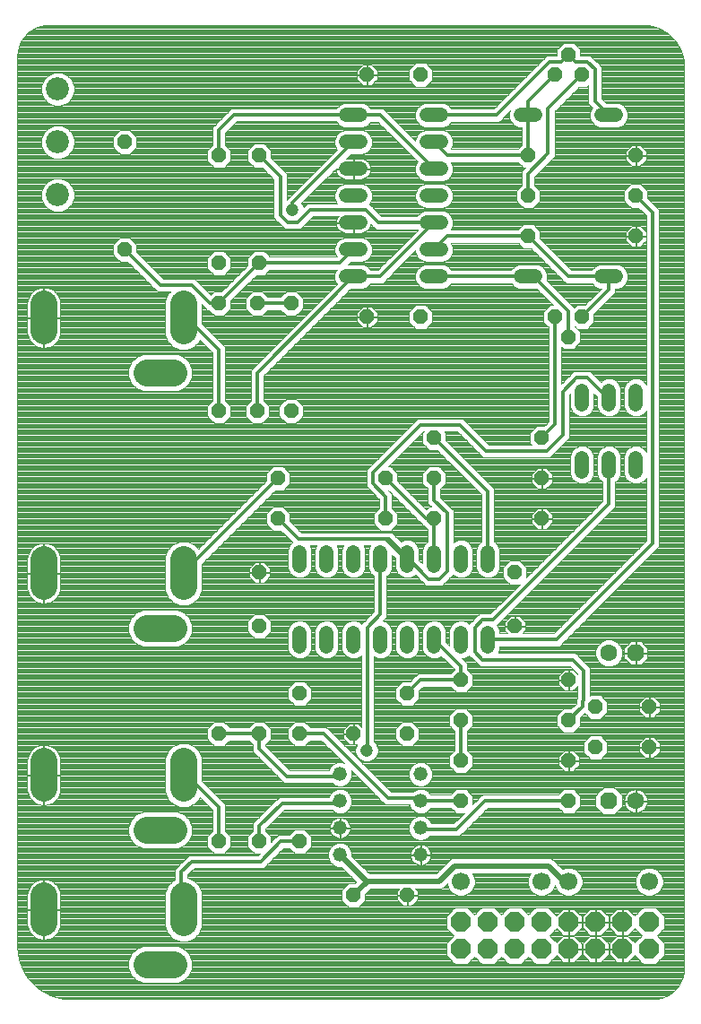
<source format=gbl>
G75*
%MOIN*%
%OFA0B0*%
%FSLAX25Y25*%
%IPPOS*%
%LPD*%
%AMOC8*
5,1,8,0,0,1.08239X$1,22.5*
%
%ADD10C,0.10000*%
%ADD11C,0.06300*%
%ADD12OC8,0.06300*%
%ADD13OC8,0.05200*%
%ADD14C,0.05200*%
%ADD15C,0.05200*%
%ADD16C,0.08600*%
%ADD17OC8,0.07400*%
%ADD18C,0.06693*%
%ADD19C,0.01969*%
%ADD20C,0.00394*%
%ADD21C,0.01181*%
%ADD22C,0.04750*%
D10*
X0050180Y0029504D02*
X0050180Y0039504D01*
X0050180Y0079504D02*
X0050180Y0089504D01*
X0088487Y0064031D02*
X0098487Y0064031D01*
X0102148Y0079504D02*
X0102148Y0089504D01*
X0098487Y0139031D02*
X0088487Y0139031D01*
X0102148Y0154504D02*
X0102148Y0164504D01*
X0050180Y0164504D02*
X0050180Y0154504D01*
X0088487Y0234031D02*
X0098487Y0234031D01*
X0102148Y0249504D02*
X0102148Y0259504D01*
X0050180Y0259504D02*
X0050180Y0249504D01*
X0102148Y0039504D02*
X0102148Y0029504D01*
X0098487Y0014031D02*
X0088487Y0014031D01*
D11*
X0260337Y0129819D03*
X0270337Y0074819D03*
D12*
X0260337Y0074819D03*
X0270337Y0129819D03*
D13*
X0275337Y0109819D03*
X0275337Y0094819D03*
X0255337Y0094819D03*
X0245337Y0089819D03*
X0245337Y0104819D03*
X0255337Y0109819D03*
X0245337Y0119819D03*
X0225337Y0139819D03*
X0225337Y0159819D03*
X0235337Y0179819D03*
X0235337Y0194819D03*
X0235337Y0209819D03*
X0245337Y0247319D03*
X0240337Y0254819D03*
X0250337Y0254819D03*
X0230337Y0284819D03*
X0230337Y0299819D03*
X0230337Y0314819D03*
X0240337Y0344819D03*
X0245337Y0352319D03*
X0250337Y0344819D03*
X0270337Y0314819D03*
X0270337Y0299819D03*
X0270337Y0284819D03*
X0195337Y0209819D03*
X0195337Y0194819D03*
X0195337Y0179819D03*
X0177306Y0179819D03*
X0177306Y0194819D03*
X0142148Y0219819D03*
X0129589Y0219819D03*
X0115337Y0219819D03*
X0137306Y0194819D03*
X0137306Y0179819D03*
X0130337Y0159819D03*
X0130337Y0139819D03*
X0145337Y0114819D03*
X0145337Y0099819D03*
X0130337Y0099819D03*
X0115337Y0099819D03*
X0115337Y0059819D03*
X0130337Y0059819D03*
X0145337Y0059819D03*
X0165337Y0039819D03*
X0185337Y0039819D03*
X0205337Y0074819D03*
X0205337Y0089819D03*
X0205337Y0104819D03*
X0205337Y0119819D03*
X0185337Y0114819D03*
X0185337Y0099819D03*
X0165337Y0099819D03*
X0245337Y0074819D03*
X0190337Y0254819D03*
X0170337Y0254819D03*
X0142148Y0259819D03*
X0129589Y0259819D03*
X0130337Y0274819D03*
X0115337Y0274819D03*
X0115337Y0259819D03*
X0080337Y0279819D03*
X0080337Y0319819D03*
X0115337Y0314819D03*
X0130337Y0314819D03*
X0170337Y0344819D03*
X0190337Y0344819D03*
D14*
X0192737Y0329819D02*
X0197937Y0329819D01*
X0197937Y0319819D02*
X0192737Y0319819D01*
X0192737Y0309819D02*
X0197937Y0309819D01*
X0197937Y0299819D02*
X0192737Y0299819D01*
X0192737Y0289819D02*
X0197937Y0289819D01*
X0197937Y0279819D02*
X0192737Y0279819D01*
X0192737Y0269819D02*
X0197937Y0269819D01*
X0227737Y0269819D02*
X0232937Y0269819D01*
X0257737Y0269819D02*
X0262937Y0269819D01*
X0260337Y0227419D02*
X0260337Y0222219D01*
X0250337Y0222219D02*
X0250337Y0227419D01*
X0270337Y0227419D02*
X0270337Y0222219D01*
X0270337Y0202419D02*
X0270337Y0197219D01*
X0260337Y0197219D02*
X0260337Y0202419D01*
X0250337Y0202419D02*
X0250337Y0197219D01*
X0215337Y0167419D02*
X0215337Y0162219D01*
X0205337Y0162219D02*
X0205337Y0167419D01*
X0195337Y0167419D02*
X0195337Y0162219D01*
X0185337Y0162219D02*
X0185337Y0167419D01*
X0175337Y0167419D02*
X0175337Y0162219D01*
X0165337Y0162219D02*
X0165337Y0167419D01*
X0155337Y0167419D02*
X0155337Y0162219D01*
X0145337Y0162219D02*
X0145337Y0167419D01*
X0145337Y0137419D02*
X0145337Y0132219D01*
X0155337Y0132219D02*
X0155337Y0137419D01*
X0165337Y0137419D02*
X0165337Y0132219D01*
X0175337Y0132219D02*
X0175337Y0137419D01*
X0185337Y0137419D02*
X0185337Y0132219D01*
X0195337Y0132219D02*
X0195337Y0137419D01*
X0205337Y0137419D02*
X0205337Y0132219D01*
X0215337Y0132219D02*
X0215337Y0137419D01*
X0167937Y0269819D02*
X0162737Y0269819D01*
X0162737Y0279819D02*
X0167937Y0279819D01*
X0167937Y0289819D02*
X0162737Y0289819D01*
X0162737Y0299819D02*
X0167937Y0299819D01*
X0167937Y0309819D02*
X0162737Y0309819D01*
X0162737Y0319819D02*
X0167937Y0319819D01*
X0167937Y0329819D02*
X0162737Y0329819D01*
X0227737Y0329819D02*
X0232937Y0329819D01*
X0257737Y0329819D02*
X0262937Y0329819D01*
D15*
X0190337Y0084819D03*
X0190337Y0074819D03*
X0190337Y0064819D03*
X0190337Y0054819D03*
X0160337Y0054819D03*
X0160337Y0064819D03*
X0160337Y0074819D03*
X0160337Y0084819D03*
D16*
X0055337Y0300134D03*
X0055337Y0319819D03*
X0055337Y0339504D03*
D17*
X0205337Y0029819D03*
X0205337Y0019819D03*
X0215337Y0019819D03*
X0215337Y0029819D03*
X0225337Y0029819D03*
X0225337Y0019819D03*
X0235337Y0019819D03*
X0235337Y0029819D03*
X0245337Y0029819D03*
X0255337Y0029819D03*
X0255337Y0019819D03*
X0245337Y0019819D03*
X0265337Y0019819D03*
X0265337Y0029819D03*
X0275337Y0029819D03*
X0275337Y0019819D03*
D18*
X0275337Y0044819D03*
X0245337Y0044819D03*
X0235337Y0044819D03*
X0205337Y0044819D03*
D19*
X0202880Y0050750D02*
X0237794Y0050750D01*
X0243724Y0044819D01*
X0245337Y0044819D01*
X0202880Y0050750D02*
X0197134Y0045003D01*
X0170521Y0045003D01*
X0170153Y0045003D01*
X0160337Y0054819D01*
X0170521Y0045003D02*
X0165337Y0039819D01*
D20*
X0041835Y0013349D02*
X0041008Y0015787D01*
X0040505Y0018312D01*
X0040337Y0020882D01*
X0040337Y0351591D01*
X0040457Y0353271D01*
X0040815Y0354918D01*
X0041404Y0356497D01*
X0042212Y0357976D01*
X0043222Y0359325D01*
X0044413Y0360517D01*
X0045763Y0361527D01*
X0047242Y0362334D01*
X0048820Y0362923D01*
X0050467Y0363281D01*
X0052148Y0363402D01*
X0272620Y0363402D01*
X0274676Y0363267D01*
X0276696Y0362865D01*
X0278647Y0362203D01*
X0280494Y0361292D01*
X0282207Y0360147D01*
X0283756Y0358789D01*
X0285114Y0357240D01*
X0286259Y0355528D01*
X0287170Y0353680D01*
X0287832Y0351729D01*
X0288234Y0349709D01*
X0288369Y0347654D01*
X0288369Y0013008D01*
X0288248Y0011327D01*
X0287890Y0009680D01*
X0287301Y0008101D01*
X0286494Y0006622D01*
X0285484Y0005273D01*
X0284292Y0004082D01*
X0282943Y0003072D01*
X0281464Y0002264D01*
X0279885Y0001675D01*
X0278238Y0001317D01*
X0276557Y0001197D01*
X0060022Y0001197D01*
X0057453Y0001365D01*
X0054927Y0001868D01*
X0052489Y0002695D01*
X0050180Y0003834D01*
X0048039Y0005265D01*
X0046103Y0006962D01*
X0044405Y0008898D01*
X0042974Y0011039D01*
X0041835Y0013349D01*
X0041803Y0013445D02*
X0081690Y0013445D01*
X0081690Y0013837D02*
X0041670Y0013837D01*
X0041537Y0014229D02*
X0081690Y0014229D01*
X0081690Y0014621D02*
X0041403Y0014621D01*
X0041270Y0015014D02*
X0081690Y0015014D01*
X0081690Y0015383D02*
X0081690Y0012680D01*
X0082725Y0010181D01*
X0084637Y0008269D01*
X0087135Y0007235D01*
X0099839Y0007235D01*
X0102337Y0008269D01*
X0104249Y0010181D01*
X0105283Y0012680D01*
X0105283Y0015383D01*
X0104249Y0017882D01*
X0102337Y0019794D01*
X0099839Y0020828D01*
X0087135Y0020828D01*
X0084637Y0019794D01*
X0082725Y0017882D01*
X0081690Y0015383D01*
X0081699Y0015406D02*
X0041137Y0015406D01*
X0041006Y0015798D02*
X0081861Y0015798D01*
X0082024Y0016190D02*
X0040928Y0016190D01*
X0040850Y0016582D02*
X0082186Y0016582D01*
X0082349Y0016975D02*
X0040772Y0016975D01*
X0040694Y0017367D02*
X0082511Y0017367D01*
X0082674Y0017759D02*
X0040616Y0017759D01*
X0040537Y0018151D02*
X0082994Y0018151D01*
X0083386Y0018544D02*
X0040490Y0018544D01*
X0040465Y0018936D02*
X0083779Y0018936D01*
X0084171Y0019328D02*
X0040439Y0019328D01*
X0040413Y0019720D02*
X0084563Y0019720D01*
X0085406Y0020112D02*
X0040387Y0020112D01*
X0040362Y0020505D02*
X0086353Y0020505D01*
X0081690Y0013053D02*
X0041982Y0013053D01*
X0042175Y0012660D02*
X0081698Y0012660D01*
X0081860Y0012268D02*
X0042368Y0012268D01*
X0042562Y0011876D02*
X0082023Y0011876D01*
X0082185Y0011484D02*
X0042755Y0011484D01*
X0042949Y0011091D02*
X0082348Y0011091D01*
X0082510Y0010699D02*
X0043202Y0010699D01*
X0043464Y0010307D02*
X0082672Y0010307D01*
X0082991Y0009915D02*
X0043726Y0009915D01*
X0043988Y0009523D02*
X0083383Y0009523D01*
X0083775Y0009130D02*
X0044250Y0009130D01*
X0044545Y0008738D02*
X0084168Y0008738D01*
X0084560Y0008346D02*
X0044889Y0008346D01*
X0045233Y0007954D02*
X0085398Y0007954D01*
X0086345Y0007562D02*
X0045577Y0007562D01*
X0045921Y0007169D02*
X0286792Y0007169D01*
X0286578Y0006777D02*
X0046314Y0006777D01*
X0046761Y0006385D02*
X0286316Y0006385D01*
X0286022Y0005993D02*
X0047208Y0005993D01*
X0047656Y0005601D02*
X0285729Y0005601D01*
X0285419Y0005208D02*
X0048123Y0005208D01*
X0048710Y0004816D02*
X0285026Y0004816D01*
X0284634Y0004424D02*
X0049297Y0004424D01*
X0049884Y0004032D02*
X0284225Y0004032D01*
X0283701Y0003639D02*
X0050574Y0003639D01*
X0051370Y0003247D02*
X0283177Y0003247D01*
X0282546Y0002855D02*
X0052165Y0002855D01*
X0053174Y0002463D02*
X0281828Y0002463D01*
X0280945Y0002071D02*
X0054329Y0002071D01*
X0055878Y0001678D02*
X0279893Y0001678D01*
X0277806Y0001286D02*
X0058659Y0001286D01*
X0051631Y0023460D02*
X0052558Y0023761D01*
X0053427Y0024204D01*
X0054216Y0024777D01*
X0054906Y0025467D01*
X0055480Y0026256D01*
X0055922Y0027125D01*
X0056224Y0028053D01*
X0056376Y0029016D01*
X0056376Y0034307D01*
X0050376Y0034307D01*
X0050376Y0034701D01*
X0056376Y0034701D01*
X0056376Y0039992D01*
X0056224Y0040955D01*
X0055922Y0041883D01*
X0055480Y0042752D01*
X0054906Y0043541D01*
X0054216Y0044231D01*
X0053427Y0044804D01*
X0052558Y0045247D01*
X0051631Y0045548D01*
X0050667Y0045701D01*
X0050376Y0045701D01*
X0050376Y0040575D01*
X0049983Y0040575D01*
X0049983Y0045701D01*
X0049692Y0045701D01*
X0048728Y0045548D01*
X0047801Y0045247D01*
X0046932Y0044804D01*
X0046143Y0044231D01*
X0045453Y0043541D01*
X0044880Y0042752D01*
X0044437Y0041883D01*
X0044135Y0040955D01*
X0043983Y0039992D01*
X0043983Y0034701D01*
X0049983Y0034701D01*
X0049983Y0034307D01*
X0043983Y0034307D01*
X0043983Y0029016D01*
X0044135Y0028053D01*
X0044437Y0027125D01*
X0044880Y0026256D01*
X0045453Y0025467D01*
X0046143Y0024777D01*
X0046932Y0024204D01*
X0047801Y0023761D01*
X0048728Y0023460D01*
X0049692Y0023307D01*
X0049983Y0023307D01*
X0049983Y0028363D01*
X0050376Y0028363D01*
X0050376Y0023307D01*
X0050667Y0023307D01*
X0051631Y0023460D01*
X0052193Y0023642D02*
X0098538Y0023642D01*
X0098298Y0023742D02*
X0100796Y0022707D01*
X0103500Y0022707D01*
X0105998Y0023742D01*
X0107910Y0025654D01*
X0108945Y0028152D01*
X0108945Y0040856D01*
X0107910Y0043354D01*
X0105998Y0045266D01*
X0103748Y0046198D01*
X0103748Y0047452D01*
X0106287Y0049991D01*
X0131877Y0049991D01*
X0133276Y0051389D01*
X0139318Y0057431D01*
X0141506Y0057431D01*
X0143516Y0055422D01*
X0147158Y0055422D01*
X0149734Y0057998D01*
X0149734Y0061640D01*
X0147158Y0064216D01*
X0143516Y0064216D01*
X0141506Y0062206D01*
X0137340Y0062206D01*
X0134734Y0059600D01*
X0134734Y0061640D01*
X0132724Y0063650D01*
X0132724Y0064617D01*
X0139751Y0071644D01*
X0157294Y0071644D01*
X0157846Y0071091D01*
X0159462Y0070422D01*
X0161212Y0070422D01*
X0162828Y0071091D01*
X0164064Y0072328D01*
X0164734Y0073944D01*
X0164734Y0075693D01*
X0164064Y0077310D01*
X0162828Y0078546D01*
X0161212Y0079216D01*
X0159462Y0079216D01*
X0157846Y0078546D01*
X0156610Y0077310D01*
X0156241Y0076419D01*
X0137773Y0076419D01*
X0136375Y0075020D01*
X0127950Y0066595D01*
X0127950Y0063650D01*
X0125940Y0061640D01*
X0125940Y0057998D01*
X0128516Y0055422D01*
X0130556Y0055422D01*
X0129899Y0054765D01*
X0104309Y0054765D01*
X0100372Y0050828D01*
X0098973Y0049430D01*
X0098973Y0045546D01*
X0098298Y0045266D01*
X0096386Y0043354D01*
X0095351Y0040856D01*
X0095351Y0028152D01*
X0096386Y0025654D01*
X0098298Y0023742D01*
X0098005Y0024034D02*
X0053095Y0024034D01*
X0053734Y0024427D02*
X0097613Y0024427D01*
X0097221Y0024819D02*
X0054258Y0024819D01*
X0054650Y0025211D02*
X0096829Y0025211D01*
X0096436Y0025603D02*
X0055005Y0025603D01*
X0055290Y0025996D02*
X0096244Y0025996D01*
X0096082Y0026388D02*
X0055547Y0026388D01*
X0055746Y0026780D02*
X0095919Y0026780D01*
X0095757Y0027172D02*
X0055938Y0027172D01*
X0056065Y0027564D02*
X0095595Y0027564D01*
X0095432Y0027957D02*
X0056193Y0027957D01*
X0056271Y0028349D02*
X0095351Y0028349D01*
X0095351Y0028741D02*
X0056333Y0028741D01*
X0056376Y0029133D02*
X0095351Y0029133D01*
X0095351Y0029525D02*
X0056376Y0029525D01*
X0056376Y0029918D02*
X0095351Y0029918D01*
X0095351Y0030310D02*
X0056376Y0030310D01*
X0056376Y0030702D02*
X0095351Y0030702D01*
X0095351Y0031094D02*
X0056376Y0031094D01*
X0056376Y0031487D02*
X0095351Y0031487D01*
X0095351Y0031879D02*
X0056376Y0031879D01*
X0056376Y0032271D02*
X0095351Y0032271D01*
X0095351Y0032663D02*
X0056376Y0032663D01*
X0056376Y0033055D02*
X0095351Y0033055D01*
X0095351Y0033448D02*
X0056376Y0033448D01*
X0056376Y0033840D02*
X0095351Y0033840D01*
X0095351Y0034232D02*
X0056376Y0034232D01*
X0056376Y0035016D02*
X0095351Y0035016D01*
X0095351Y0034624D02*
X0050376Y0034624D01*
X0049983Y0034624D02*
X0040337Y0034624D01*
X0040337Y0034232D02*
X0043983Y0034232D01*
X0043983Y0033840D02*
X0040337Y0033840D01*
X0040337Y0033448D02*
X0043983Y0033448D01*
X0043983Y0033055D02*
X0040337Y0033055D01*
X0040337Y0032663D02*
X0043983Y0032663D01*
X0043983Y0032271D02*
X0040337Y0032271D01*
X0040337Y0031879D02*
X0043983Y0031879D01*
X0043983Y0031487D02*
X0040337Y0031487D01*
X0040337Y0031094D02*
X0043983Y0031094D01*
X0043983Y0030702D02*
X0040337Y0030702D01*
X0040337Y0030310D02*
X0043983Y0030310D01*
X0043983Y0029918D02*
X0040337Y0029918D01*
X0040337Y0029525D02*
X0043983Y0029525D01*
X0043983Y0029133D02*
X0040337Y0029133D01*
X0040337Y0028741D02*
X0044026Y0028741D01*
X0044088Y0028349D02*
X0040337Y0028349D01*
X0040337Y0027957D02*
X0044167Y0027957D01*
X0044294Y0027564D02*
X0040337Y0027564D01*
X0040337Y0027172D02*
X0044421Y0027172D01*
X0044613Y0026780D02*
X0040337Y0026780D01*
X0040337Y0026388D02*
X0044812Y0026388D01*
X0045069Y0025996D02*
X0040337Y0025996D01*
X0040337Y0025603D02*
X0045354Y0025603D01*
X0045709Y0025211D02*
X0040337Y0025211D01*
X0040337Y0024819D02*
X0046101Y0024819D01*
X0046625Y0024427D02*
X0040337Y0024427D01*
X0040337Y0024034D02*
X0047264Y0024034D01*
X0048166Y0023642D02*
X0040337Y0023642D01*
X0040337Y0023250D02*
X0099485Y0023250D01*
X0100432Y0022858D02*
X0040337Y0022858D01*
X0040337Y0022466D02*
X0200210Y0022466D01*
X0199840Y0022096D02*
X0199840Y0017542D01*
X0203060Y0014322D01*
X0207614Y0014322D01*
X0210337Y0017045D01*
X0213060Y0014322D01*
X0217614Y0014322D01*
X0220337Y0017045D01*
X0223060Y0014322D01*
X0227614Y0014322D01*
X0230337Y0017045D01*
X0233060Y0014322D01*
X0237614Y0014322D01*
X0240761Y0017469D01*
X0243309Y0014922D01*
X0245140Y0014922D01*
X0245140Y0019622D01*
X0245534Y0019622D01*
X0245534Y0020016D01*
X0245140Y0020016D01*
X0245140Y0024716D01*
X0243309Y0024716D01*
X0240761Y0022168D01*
X0238111Y0024819D01*
X0272563Y0024819D01*
X0269913Y0022168D01*
X0267365Y0024716D01*
X0265534Y0024716D01*
X0265534Y0020016D01*
X0265140Y0020016D01*
X0265140Y0024716D01*
X0263309Y0024716D01*
X0260440Y0021847D01*
X0260440Y0020016D01*
X0265140Y0020016D01*
X0265140Y0019622D01*
X0260440Y0019622D01*
X0260440Y0017791D01*
X0263309Y0014922D01*
X0265140Y0014922D01*
X0265140Y0019622D01*
X0265534Y0019622D01*
X0265534Y0014922D01*
X0267365Y0014922D01*
X0269913Y0017469D01*
X0273060Y0014322D01*
X0277614Y0014322D01*
X0280834Y0017542D01*
X0280834Y0022096D01*
X0278111Y0024819D01*
X0288369Y0024819D01*
X0288369Y0025211D02*
X0278503Y0025211D01*
X0278111Y0024819D02*
X0280834Y0027542D01*
X0280834Y0032096D01*
X0277614Y0035316D01*
X0273060Y0035316D01*
X0269913Y0032168D01*
X0267365Y0034716D01*
X0265534Y0034716D01*
X0265534Y0030016D01*
X0265140Y0030016D01*
X0265140Y0034716D01*
X0263309Y0034716D01*
X0260440Y0031847D01*
X0260440Y0030016D01*
X0265140Y0030016D01*
X0265140Y0029622D01*
X0260440Y0029622D01*
X0260440Y0027791D01*
X0263309Y0024922D01*
X0265140Y0024922D01*
X0265140Y0029622D01*
X0265534Y0029622D01*
X0265534Y0024922D01*
X0267365Y0024922D01*
X0269913Y0027469D01*
X0272563Y0024819D01*
X0272171Y0025211D02*
X0267654Y0025211D01*
X0268047Y0025603D02*
X0271779Y0025603D01*
X0271387Y0025996D02*
X0268439Y0025996D01*
X0268831Y0026388D02*
X0270994Y0026388D01*
X0270602Y0026780D02*
X0269223Y0026780D01*
X0269615Y0027172D02*
X0270210Y0027172D01*
X0272171Y0024427D02*
X0267654Y0024427D01*
X0268047Y0024034D02*
X0271779Y0024034D01*
X0271387Y0023642D02*
X0268439Y0023642D01*
X0268831Y0023250D02*
X0270994Y0023250D01*
X0270602Y0022858D02*
X0269223Y0022858D01*
X0269615Y0022466D02*
X0270210Y0022466D01*
X0265534Y0022466D02*
X0265140Y0022466D01*
X0265140Y0022858D02*
X0265534Y0022858D01*
X0265534Y0023250D02*
X0265140Y0023250D01*
X0265140Y0023642D02*
X0265534Y0023642D01*
X0265534Y0024034D02*
X0265140Y0024034D01*
X0265140Y0024427D02*
X0265534Y0024427D01*
X0265534Y0025211D02*
X0265140Y0025211D01*
X0265140Y0025603D02*
X0265534Y0025603D01*
X0265534Y0025996D02*
X0265140Y0025996D01*
X0265140Y0026388D02*
X0265534Y0026388D01*
X0265534Y0026780D02*
X0265140Y0026780D01*
X0265140Y0027172D02*
X0265534Y0027172D01*
X0265534Y0027564D02*
X0265140Y0027564D01*
X0265140Y0027957D02*
X0265534Y0027957D01*
X0265534Y0028349D02*
X0265140Y0028349D01*
X0265140Y0028741D02*
X0265534Y0028741D01*
X0265534Y0029133D02*
X0265140Y0029133D01*
X0265140Y0029525D02*
X0265534Y0029525D01*
X0265140Y0029918D02*
X0255534Y0029918D01*
X0255534Y0030016D02*
X0260234Y0030016D01*
X0260234Y0031847D01*
X0257365Y0034716D01*
X0255534Y0034716D01*
X0255534Y0030016D01*
X0255140Y0030016D01*
X0255140Y0034716D01*
X0253309Y0034716D01*
X0250440Y0031847D01*
X0250440Y0030016D01*
X0255140Y0030016D01*
X0255140Y0029622D01*
X0250440Y0029622D01*
X0250440Y0027791D01*
X0253309Y0024922D01*
X0255140Y0024922D01*
X0255140Y0029622D01*
X0255534Y0029622D01*
X0255534Y0030016D01*
X0255534Y0030310D02*
X0255140Y0030310D01*
X0255140Y0030702D02*
X0255534Y0030702D01*
X0255534Y0031094D02*
X0255140Y0031094D01*
X0255140Y0031487D02*
X0255534Y0031487D01*
X0255534Y0031879D02*
X0255140Y0031879D01*
X0255140Y0032271D02*
X0255534Y0032271D01*
X0255534Y0032663D02*
X0255140Y0032663D01*
X0255140Y0033055D02*
X0255534Y0033055D01*
X0255534Y0033448D02*
X0255140Y0033448D01*
X0255140Y0033840D02*
X0255534Y0033840D01*
X0255534Y0034232D02*
X0255140Y0034232D01*
X0255140Y0034624D02*
X0255534Y0034624D01*
X0257457Y0034624D02*
X0263217Y0034624D01*
X0262825Y0034232D02*
X0257849Y0034232D01*
X0258241Y0033840D02*
X0262433Y0033840D01*
X0262040Y0033448D02*
X0258634Y0033448D01*
X0259026Y0033055D02*
X0261648Y0033055D01*
X0261256Y0032663D02*
X0259418Y0032663D01*
X0259810Y0032271D02*
X0260864Y0032271D01*
X0260472Y0031879D02*
X0260202Y0031879D01*
X0260234Y0031487D02*
X0260440Y0031487D01*
X0260440Y0031094D02*
X0260234Y0031094D01*
X0260234Y0030702D02*
X0260440Y0030702D01*
X0260440Y0030310D02*
X0260234Y0030310D01*
X0260234Y0029622D02*
X0255534Y0029622D01*
X0255534Y0024922D01*
X0257365Y0024922D01*
X0260234Y0027791D01*
X0260234Y0029622D01*
X0260234Y0029525D02*
X0260440Y0029525D01*
X0260440Y0029133D02*
X0260234Y0029133D01*
X0260234Y0028741D02*
X0260440Y0028741D01*
X0260440Y0028349D02*
X0260234Y0028349D01*
X0260234Y0027957D02*
X0260440Y0027957D01*
X0260666Y0027564D02*
X0260008Y0027564D01*
X0259615Y0027172D02*
X0261059Y0027172D01*
X0261451Y0026780D02*
X0259223Y0026780D01*
X0258831Y0026388D02*
X0261843Y0026388D01*
X0262235Y0025996D02*
X0258439Y0025996D01*
X0258047Y0025603D02*
X0262627Y0025603D01*
X0263020Y0025211D02*
X0257654Y0025211D01*
X0257365Y0024716D02*
X0255534Y0024716D01*
X0255534Y0020016D01*
X0255140Y0020016D01*
X0255140Y0024716D01*
X0253309Y0024716D01*
X0250440Y0021847D01*
X0250440Y0020016D01*
X0255140Y0020016D01*
X0255140Y0019622D01*
X0250440Y0019622D01*
X0250440Y0017791D01*
X0253309Y0014922D01*
X0255140Y0014922D01*
X0255140Y0019622D01*
X0255534Y0019622D01*
X0255534Y0020016D01*
X0260234Y0020016D01*
X0260234Y0021847D01*
X0257365Y0024716D01*
X0257654Y0024427D02*
X0263020Y0024427D01*
X0262627Y0024034D02*
X0258047Y0024034D01*
X0258439Y0023642D02*
X0262235Y0023642D01*
X0261843Y0023250D02*
X0258831Y0023250D01*
X0259223Y0022858D02*
X0261451Y0022858D01*
X0261059Y0022466D02*
X0259615Y0022466D01*
X0260008Y0022073D02*
X0260666Y0022073D01*
X0260440Y0021681D02*
X0260234Y0021681D01*
X0260234Y0021289D02*
X0260440Y0021289D01*
X0260440Y0020897D02*
X0260234Y0020897D01*
X0260234Y0020505D02*
X0260440Y0020505D01*
X0260440Y0020112D02*
X0260234Y0020112D01*
X0260234Y0019622D02*
X0255534Y0019622D01*
X0255534Y0014922D01*
X0257365Y0014922D01*
X0260234Y0017791D01*
X0260234Y0019622D01*
X0260234Y0019328D02*
X0260440Y0019328D01*
X0260440Y0018936D02*
X0260234Y0018936D01*
X0260234Y0018544D02*
X0260440Y0018544D01*
X0260440Y0018151D02*
X0260234Y0018151D01*
X0260202Y0017759D02*
X0260472Y0017759D01*
X0260864Y0017367D02*
X0259810Y0017367D01*
X0259418Y0016975D02*
X0261256Y0016975D01*
X0261648Y0016582D02*
X0259026Y0016582D01*
X0258634Y0016190D02*
X0262040Y0016190D01*
X0262433Y0015798D02*
X0258241Y0015798D01*
X0257849Y0015406D02*
X0262825Y0015406D01*
X0263217Y0015014D02*
X0257457Y0015014D01*
X0255534Y0015014D02*
X0255140Y0015014D01*
X0255140Y0015406D02*
X0255534Y0015406D01*
X0255534Y0015798D02*
X0255140Y0015798D01*
X0255140Y0016190D02*
X0255534Y0016190D01*
X0255534Y0016582D02*
X0255140Y0016582D01*
X0255140Y0016975D02*
X0255534Y0016975D01*
X0255534Y0017367D02*
X0255140Y0017367D01*
X0255140Y0017759D02*
X0255534Y0017759D01*
X0255534Y0018151D02*
X0255140Y0018151D01*
X0255140Y0018544D02*
X0255534Y0018544D01*
X0255534Y0018936D02*
X0255140Y0018936D01*
X0255140Y0019328D02*
X0255534Y0019328D01*
X0255534Y0019720D02*
X0265140Y0019720D01*
X0265140Y0019328D02*
X0265534Y0019328D01*
X0265534Y0018936D02*
X0265140Y0018936D01*
X0265140Y0018544D02*
X0265534Y0018544D01*
X0265534Y0018151D02*
X0265140Y0018151D01*
X0265140Y0017759D02*
X0265534Y0017759D01*
X0265534Y0017367D02*
X0265140Y0017367D01*
X0265140Y0016975D02*
X0265534Y0016975D01*
X0265534Y0016582D02*
X0265140Y0016582D01*
X0265140Y0016190D02*
X0265534Y0016190D01*
X0265534Y0015798D02*
X0265140Y0015798D01*
X0265140Y0015406D02*
X0265534Y0015406D01*
X0265534Y0015014D02*
X0265140Y0015014D01*
X0267457Y0015014D02*
X0272369Y0015014D01*
X0271976Y0015406D02*
X0267849Y0015406D01*
X0268241Y0015798D02*
X0271584Y0015798D01*
X0271192Y0016190D02*
X0268634Y0016190D01*
X0269026Y0016582D02*
X0270800Y0016582D01*
X0270408Y0016975D02*
X0269418Y0016975D01*
X0269810Y0017367D02*
X0270015Y0017367D01*
X0272761Y0014621D02*
X0237913Y0014621D01*
X0238305Y0015014D02*
X0243217Y0015014D01*
X0242825Y0015406D02*
X0238698Y0015406D01*
X0239090Y0015798D02*
X0242433Y0015798D01*
X0242040Y0016190D02*
X0239482Y0016190D01*
X0239874Y0016582D02*
X0241648Y0016582D01*
X0241256Y0016975D02*
X0240266Y0016975D01*
X0240659Y0017367D02*
X0240864Y0017367D01*
X0245140Y0017367D02*
X0245534Y0017367D01*
X0245534Y0017759D02*
X0245140Y0017759D01*
X0245140Y0018151D02*
X0245534Y0018151D01*
X0245534Y0018544D02*
X0245140Y0018544D01*
X0245140Y0018936D02*
X0245534Y0018936D01*
X0245534Y0019328D02*
X0245140Y0019328D01*
X0245534Y0019622D02*
X0245534Y0014922D01*
X0247365Y0014922D01*
X0250234Y0017791D01*
X0250234Y0019622D01*
X0245534Y0019622D01*
X0245534Y0019720D02*
X0255140Y0019720D01*
X0255140Y0020112D02*
X0255534Y0020112D01*
X0255534Y0020505D02*
X0255140Y0020505D01*
X0255140Y0020897D02*
X0255534Y0020897D01*
X0255534Y0021289D02*
X0255140Y0021289D01*
X0255140Y0021681D02*
X0255534Y0021681D01*
X0255534Y0022073D02*
X0255140Y0022073D01*
X0255140Y0022466D02*
X0255534Y0022466D01*
X0255534Y0022858D02*
X0255140Y0022858D01*
X0255140Y0023250D02*
X0255534Y0023250D01*
X0255534Y0023642D02*
X0255140Y0023642D01*
X0255140Y0024034D02*
X0255534Y0024034D01*
X0255534Y0024427D02*
X0255140Y0024427D01*
X0255140Y0025211D02*
X0255534Y0025211D01*
X0255534Y0025603D02*
X0255140Y0025603D01*
X0255140Y0025996D02*
X0255534Y0025996D01*
X0255534Y0026388D02*
X0255140Y0026388D01*
X0255140Y0026780D02*
X0255534Y0026780D01*
X0255534Y0027172D02*
X0255140Y0027172D01*
X0255140Y0027564D02*
X0255534Y0027564D01*
X0255534Y0027957D02*
X0255140Y0027957D01*
X0255140Y0028349D02*
X0255534Y0028349D01*
X0255534Y0028741D02*
X0255140Y0028741D01*
X0255140Y0029133D02*
X0255534Y0029133D01*
X0255534Y0029525D02*
X0255140Y0029525D01*
X0255140Y0029918D02*
X0245534Y0029918D01*
X0245534Y0030016D02*
X0250234Y0030016D01*
X0250234Y0031847D01*
X0247365Y0034716D01*
X0245534Y0034716D01*
X0245534Y0030016D01*
X0245140Y0030016D01*
X0245140Y0034716D01*
X0243309Y0034716D01*
X0240761Y0032168D01*
X0237614Y0035316D01*
X0233060Y0035316D01*
X0230337Y0032593D01*
X0227614Y0035316D01*
X0223060Y0035316D01*
X0220337Y0032593D01*
X0217614Y0035316D01*
X0213060Y0035316D01*
X0210337Y0032593D01*
X0207614Y0035316D01*
X0203060Y0035316D01*
X0199840Y0032096D01*
X0199840Y0027542D01*
X0202563Y0024819D01*
X0107075Y0024819D01*
X0106683Y0024427D02*
X0202171Y0024427D01*
X0202563Y0024819D02*
X0199840Y0022096D01*
X0199840Y0022073D02*
X0040337Y0022073D01*
X0040337Y0021681D02*
X0199840Y0021681D01*
X0199840Y0021289D02*
X0040337Y0021289D01*
X0040337Y0020897D02*
X0199840Y0020897D01*
X0199840Y0020505D02*
X0100620Y0020505D01*
X0101567Y0020112D02*
X0199840Y0020112D01*
X0199840Y0019720D02*
X0102410Y0019720D01*
X0102802Y0019328D02*
X0199840Y0019328D01*
X0199840Y0018936D02*
X0103195Y0018936D01*
X0103587Y0018544D02*
X0199840Y0018544D01*
X0199840Y0018151D02*
X0103979Y0018151D01*
X0104299Y0017759D02*
X0199840Y0017759D01*
X0200015Y0017367D02*
X0104462Y0017367D01*
X0104624Y0016975D02*
X0200408Y0016975D01*
X0200800Y0016582D02*
X0104787Y0016582D01*
X0104949Y0016190D02*
X0201192Y0016190D01*
X0201584Y0015798D02*
X0105112Y0015798D01*
X0105274Y0015406D02*
X0201976Y0015406D01*
X0202369Y0015014D02*
X0105283Y0015014D01*
X0105283Y0014621D02*
X0202761Y0014621D01*
X0207913Y0014621D02*
X0212761Y0014621D01*
X0212369Y0015014D02*
X0208305Y0015014D01*
X0208698Y0015406D02*
X0211976Y0015406D01*
X0211584Y0015798D02*
X0209090Y0015798D01*
X0209482Y0016190D02*
X0211192Y0016190D01*
X0210800Y0016582D02*
X0209874Y0016582D01*
X0210266Y0016975D02*
X0210408Y0016975D01*
X0217913Y0014621D02*
X0222761Y0014621D01*
X0222369Y0015014D02*
X0218305Y0015014D01*
X0218698Y0015406D02*
X0221976Y0015406D01*
X0221584Y0015798D02*
X0219090Y0015798D01*
X0219482Y0016190D02*
X0221192Y0016190D01*
X0220800Y0016582D02*
X0219874Y0016582D01*
X0220266Y0016975D02*
X0220408Y0016975D01*
X0227913Y0014621D02*
X0232761Y0014621D01*
X0232369Y0015014D02*
X0228305Y0015014D01*
X0228698Y0015406D02*
X0231976Y0015406D01*
X0231584Y0015798D02*
X0229090Y0015798D01*
X0229482Y0016190D02*
X0231192Y0016190D01*
X0230800Y0016582D02*
X0229874Y0016582D01*
X0230266Y0016975D02*
X0230408Y0016975D01*
X0238111Y0024819D02*
X0240761Y0027469D01*
X0243309Y0024922D01*
X0245140Y0024922D01*
X0245140Y0029622D01*
X0245534Y0029622D01*
X0245534Y0030016D01*
X0245534Y0030310D02*
X0245140Y0030310D01*
X0245140Y0030702D02*
X0245534Y0030702D01*
X0245534Y0031094D02*
X0245140Y0031094D01*
X0245140Y0031487D02*
X0245534Y0031487D01*
X0245534Y0031879D02*
X0245140Y0031879D01*
X0245140Y0032271D02*
X0245534Y0032271D01*
X0245534Y0032663D02*
X0245140Y0032663D01*
X0245140Y0033055D02*
X0245534Y0033055D01*
X0245534Y0033448D02*
X0245140Y0033448D01*
X0245140Y0033840D02*
X0245534Y0033840D01*
X0245534Y0034232D02*
X0245140Y0034232D01*
X0245140Y0034624D02*
X0245534Y0034624D01*
X0247457Y0034624D02*
X0253217Y0034624D01*
X0252825Y0034232D02*
X0247849Y0034232D01*
X0248241Y0033840D02*
X0252433Y0033840D01*
X0252040Y0033448D02*
X0248634Y0033448D01*
X0249026Y0033055D02*
X0251648Y0033055D01*
X0251256Y0032663D02*
X0249418Y0032663D01*
X0249810Y0032271D02*
X0250864Y0032271D01*
X0250472Y0031879D02*
X0250202Y0031879D01*
X0250234Y0031487D02*
X0250440Y0031487D01*
X0250440Y0031094D02*
X0250234Y0031094D01*
X0250234Y0030702D02*
X0250440Y0030702D01*
X0250440Y0030310D02*
X0250234Y0030310D01*
X0250234Y0029622D02*
X0245534Y0029622D01*
X0245534Y0024922D01*
X0247365Y0024922D01*
X0250234Y0027791D01*
X0250234Y0029622D01*
X0250234Y0029525D02*
X0250440Y0029525D01*
X0250440Y0029133D02*
X0250234Y0029133D01*
X0250234Y0028741D02*
X0250440Y0028741D01*
X0250440Y0028349D02*
X0250234Y0028349D01*
X0250234Y0027957D02*
X0250440Y0027957D01*
X0250666Y0027564D02*
X0250008Y0027564D01*
X0249615Y0027172D02*
X0251059Y0027172D01*
X0251451Y0026780D02*
X0249223Y0026780D01*
X0248831Y0026388D02*
X0251843Y0026388D01*
X0252235Y0025996D02*
X0248439Y0025996D01*
X0248047Y0025603D02*
X0252627Y0025603D01*
X0253020Y0025211D02*
X0247654Y0025211D01*
X0247365Y0024716D02*
X0245534Y0024716D01*
X0245534Y0020016D01*
X0250234Y0020016D01*
X0250234Y0021847D01*
X0247365Y0024716D01*
X0247654Y0024427D02*
X0253020Y0024427D01*
X0252627Y0024034D02*
X0248047Y0024034D01*
X0248439Y0023642D02*
X0252235Y0023642D01*
X0251843Y0023250D02*
X0248831Y0023250D01*
X0249223Y0022858D02*
X0251451Y0022858D01*
X0251059Y0022466D02*
X0249615Y0022466D01*
X0250008Y0022073D02*
X0250666Y0022073D01*
X0250440Y0021681D02*
X0250234Y0021681D01*
X0250234Y0021289D02*
X0250440Y0021289D01*
X0250440Y0020897D02*
X0250234Y0020897D01*
X0250234Y0020505D02*
X0250440Y0020505D01*
X0250440Y0020112D02*
X0250234Y0020112D01*
X0250234Y0019328D02*
X0250440Y0019328D01*
X0250440Y0018936D02*
X0250234Y0018936D01*
X0250234Y0018544D02*
X0250440Y0018544D01*
X0250440Y0018151D02*
X0250234Y0018151D01*
X0250202Y0017759D02*
X0250472Y0017759D01*
X0250864Y0017367D02*
X0249810Y0017367D01*
X0249418Y0016975D02*
X0251256Y0016975D01*
X0251648Y0016582D02*
X0249026Y0016582D01*
X0248634Y0016190D02*
X0252040Y0016190D01*
X0252433Y0015798D02*
X0248241Y0015798D01*
X0247849Y0015406D02*
X0252825Y0015406D01*
X0253217Y0015014D02*
X0247457Y0015014D01*
X0245534Y0015014D02*
X0245140Y0015014D01*
X0245140Y0015406D02*
X0245534Y0015406D01*
X0245534Y0015798D02*
X0245140Y0015798D01*
X0245140Y0016190D02*
X0245534Y0016190D01*
X0245534Y0016582D02*
X0245140Y0016582D01*
X0245140Y0016975D02*
X0245534Y0016975D01*
X0245534Y0020112D02*
X0245140Y0020112D01*
X0245140Y0020505D02*
X0245534Y0020505D01*
X0245534Y0020897D02*
X0245140Y0020897D01*
X0245140Y0021289D02*
X0245534Y0021289D01*
X0245534Y0021681D02*
X0245140Y0021681D01*
X0245140Y0022073D02*
X0245534Y0022073D01*
X0245534Y0022466D02*
X0245140Y0022466D01*
X0245140Y0022858D02*
X0245534Y0022858D01*
X0245534Y0023250D02*
X0245140Y0023250D01*
X0245140Y0023642D02*
X0245534Y0023642D01*
X0245534Y0024034D02*
X0245140Y0024034D01*
X0245140Y0024427D02*
X0245534Y0024427D01*
X0245534Y0025211D02*
X0245140Y0025211D01*
X0245140Y0025603D02*
X0245534Y0025603D01*
X0245534Y0025996D02*
X0245140Y0025996D01*
X0245140Y0026388D02*
X0245534Y0026388D01*
X0245534Y0026780D02*
X0245140Y0026780D01*
X0245140Y0027172D02*
X0245534Y0027172D01*
X0245534Y0027564D02*
X0245140Y0027564D01*
X0245140Y0027957D02*
X0245534Y0027957D01*
X0245534Y0028349D02*
X0245140Y0028349D01*
X0245140Y0028741D02*
X0245534Y0028741D01*
X0245534Y0029133D02*
X0245140Y0029133D01*
X0245140Y0029525D02*
X0245534Y0029525D01*
X0242235Y0025996D02*
X0239287Y0025996D01*
X0239680Y0026388D02*
X0241843Y0026388D01*
X0241451Y0026780D02*
X0240072Y0026780D01*
X0240464Y0027172D02*
X0241059Y0027172D01*
X0242627Y0025603D02*
X0238895Y0025603D01*
X0238503Y0025211D02*
X0243020Y0025211D01*
X0243020Y0024427D02*
X0238503Y0024427D01*
X0238895Y0024034D02*
X0242627Y0024034D01*
X0242235Y0023642D02*
X0239287Y0023642D01*
X0239680Y0023250D02*
X0241843Y0023250D01*
X0241451Y0022858D02*
X0240072Y0022858D01*
X0240464Y0022466D02*
X0241059Y0022466D01*
X0240864Y0032271D02*
X0240659Y0032271D01*
X0240266Y0032663D02*
X0241256Y0032663D01*
X0241648Y0033055D02*
X0239874Y0033055D01*
X0239482Y0033448D02*
X0242041Y0033448D01*
X0242433Y0033840D02*
X0239090Y0033840D01*
X0238698Y0034232D02*
X0242825Y0034232D01*
X0243217Y0034624D02*
X0238305Y0034624D01*
X0237913Y0035016D02*
X0272761Y0035016D01*
X0272369Y0034624D02*
X0267457Y0034624D01*
X0267849Y0034232D02*
X0271976Y0034232D01*
X0271584Y0033840D02*
X0268241Y0033840D01*
X0268634Y0033448D02*
X0271192Y0033448D01*
X0270800Y0033055D02*
X0269026Y0033055D01*
X0269418Y0032663D02*
X0270408Y0032663D01*
X0270015Y0032271D02*
X0269810Y0032271D01*
X0265534Y0032271D02*
X0265140Y0032271D01*
X0265140Y0032663D02*
X0265534Y0032663D01*
X0265534Y0033055D02*
X0265140Y0033055D01*
X0265140Y0033448D02*
X0265534Y0033448D01*
X0265534Y0033840D02*
X0265140Y0033840D01*
X0265140Y0034232D02*
X0265534Y0034232D01*
X0265534Y0034624D02*
X0265140Y0034624D01*
X0265140Y0031879D02*
X0265534Y0031879D01*
X0265534Y0031487D02*
X0265140Y0031487D01*
X0265140Y0031094D02*
X0265534Y0031094D01*
X0265534Y0030702D02*
X0265140Y0030702D01*
X0265140Y0030310D02*
X0265534Y0030310D01*
X0265534Y0022073D02*
X0265140Y0022073D01*
X0265140Y0021681D02*
X0265534Y0021681D01*
X0265534Y0021289D02*
X0265140Y0021289D01*
X0265140Y0020897D02*
X0265534Y0020897D01*
X0265534Y0020505D02*
X0265140Y0020505D01*
X0265140Y0020112D02*
X0265534Y0020112D01*
X0277913Y0014621D02*
X0288369Y0014621D01*
X0288369Y0014229D02*
X0105283Y0014229D01*
X0105283Y0013837D02*
X0288369Y0013837D01*
X0288369Y0013445D02*
X0105283Y0013445D01*
X0105283Y0013053D02*
X0288369Y0013053D01*
X0288344Y0012660D02*
X0105276Y0012660D01*
X0105113Y0012268D02*
X0288316Y0012268D01*
X0288288Y0011876D02*
X0104951Y0011876D01*
X0104788Y0011484D02*
X0288259Y0011484D01*
X0288197Y0011091D02*
X0104626Y0011091D01*
X0104463Y0010699D02*
X0288112Y0010699D01*
X0288026Y0010307D02*
X0104301Y0010307D01*
X0103982Y0009915D02*
X0287941Y0009915D01*
X0287831Y0009523D02*
X0103590Y0009523D01*
X0103198Y0009130D02*
X0287685Y0009130D01*
X0287539Y0008738D02*
X0102806Y0008738D01*
X0102413Y0008346D02*
X0287392Y0008346D01*
X0287221Y0007954D02*
X0101575Y0007954D01*
X0100628Y0007562D02*
X0287006Y0007562D01*
X0288369Y0015014D02*
X0278305Y0015014D01*
X0278698Y0015406D02*
X0288369Y0015406D01*
X0288369Y0015798D02*
X0279090Y0015798D01*
X0279482Y0016190D02*
X0288369Y0016190D01*
X0288369Y0016582D02*
X0279874Y0016582D01*
X0280266Y0016975D02*
X0288369Y0016975D01*
X0288369Y0017367D02*
X0280659Y0017367D01*
X0280834Y0017759D02*
X0288369Y0017759D01*
X0288369Y0018151D02*
X0280834Y0018151D01*
X0280834Y0018544D02*
X0288369Y0018544D01*
X0288369Y0018936D02*
X0280834Y0018936D01*
X0280834Y0019328D02*
X0288369Y0019328D01*
X0288369Y0019720D02*
X0280834Y0019720D01*
X0280834Y0020112D02*
X0288369Y0020112D01*
X0288369Y0020505D02*
X0280834Y0020505D01*
X0280834Y0020897D02*
X0288369Y0020897D01*
X0288369Y0021289D02*
X0280834Y0021289D01*
X0280834Y0021681D02*
X0288369Y0021681D01*
X0288369Y0022073D02*
X0280834Y0022073D01*
X0280464Y0022466D02*
X0288369Y0022466D01*
X0288369Y0022858D02*
X0280072Y0022858D01*
X0279680Y0023250D02*
X0288369Y0023250D01*
X0288369Y0023642D02*
X0279287Y0023642D01*
X0278895Y0024034D02*
X0288369Y0024034D01*
X0288369Y0024427D02*
X0278503Y0024427D01*
X0278895Y0025603D02*
X0288369Y0025603D01*
X0288369Y0025996D02*
X0279287Y0025996D01*
X0279680Y0026388D02*
X0288369Y0026388D01*
X0288369Y0026780D02*
X0280072Y0026780D01*
X0280464Y0027172D02*
X0288369Y0027172D01*
X0288369Y0027564D02*
X0280834Y0027564D01*
X0280834Y0027957D02*
X0288369Y0027957D01*
X0288369Y0028349D02*
X0280834Y0028349D01*
X0280834Y0028741D02*
X0288369Y0028741D01*
X0288369Y0029133D02*
X0280834Y0029133D01*
X0280834Y0029525D02*
X0288369Y0029525D01*
X0288369Y0029918D02*
X0280834Y0029918D01*
X0280834Y0030310D02*
X0288369Y0030310D01*
X0288369Y0030702D02*
X0280834Y0030702D01*
X0280834Y0031094D02*
X0288369Y0031094D01*
X0288369Y0031487D02*
X0280834Y0031487D01*
X0280834Y0031879D02*
X0288369Y0031879D01*
X0288369Y0032271D02*
X0280659Y0032271D01*
X0280266Y0032663D02*
X0288369Y0032663D01*
X0288369Y0033055D02*
X0279874Y0033055D01*
X0279482Y0033448D02*
X0288369Y0033448D01*
X0288369Y0033840D02*
X0279090Y0033840D01*
X0278698Y0034232D02*
X0288369Y0034232D01*
X0288369Y0034624D02*
X0278305Y0034624D01*
X0277913Y0035016D02*
X0288369Y0035016D01*
X0288369Y0035409D02*
X0108945Y0035409D01*
X0108945Y0035801D02*
X0163137Y0035801D01*
X0163516Y0035422D02*
X0167158Y0035422D01*
X0169734Y0037998D01*
X0169734Y0040283D01*
X0171673Y0042222D01*
X0182371Y0042222D01*
X0181540Y0041392D01*
X0181540Y0040016D01*
X0185140Y0040016D01*
X0185140Y0039622D01*
X0181540Y0039622D01*
X0181540Y0038246D01*
X0183764Y0036022D01*
X0185140Y0036022D01*
X0185140Y0039622D01*
X0185534Y0039622D01*
X0185534Y0040016D01*
X0189134Y0040016D01*
X0189134Y0041392D01*
X0188303Y0042222D01*
X0197687Y0042222D01*
X0198709Y0042645D01*
X0199492Y0043428D01*
X0200194Y0044130D01*
X0200194Y0043796D01*
X0200977Y0041905D01*
X0202424Y0040459D01*
X0204314Y0039676D01*
X0206360Y0039676D01*
X0208250Y0040459D01*
X0209697Y0041905D01*
X0210480Y0043796D01*
X0210480Y0045842D01*
X0209697Y0047732D01*
X0209461Y0047969D01*
X0231213Y0047969D01*
X0230977Y0047732D01*
X0230194Y0045842D01*
X0230194Y0043796D01*
X0230977Y0041905D01*
X0232424Y0040459D01*
X0234314Y0039676D01*
X0236360Y0039676D01*
X0238250Y0040459D01*
X0239697Y0041905D01*
X0240337Y0043450D01*
X0240977Y0041905D01*
X0242424Y0040459D01*
X0244314Y0039676D01*
X0246360Y0039676D01*
X0248250Y0040459D01*
X0249697Y0041905D01*
X0250480Y0043796D01*
X0250480Y0045842D01*
X0249697Y0047732D01*
X0248250Y0049179D01*
X0246360Y0049962D01*
X0244314Y0049962D01*
X0243041Y0049435D01*
X0240151Y0052325D01*
X0239369Y0053107D01*
X0238347Y0053531D01*
X0202327Y0053531D01*
X0201305Y0053107D01*
X0200523Y0052325D01*
X0195982Y0047784D01*
X0171305Y0047784D01*
X0164734Y0054355D01*
X0164734Y0055693D01*
X0164064Y0057310D01*
X0162828Y0058546D01*
X0161212Y0059216D01*
X0159462Y0059216D01*
X0157846Y0058546D01*
X0156610Y0057310D01*
X0155940Y0055693D01*
X0155940Y0053944D01*
X0156610Y0052328D01*
X0157846Y0051091D01*
X0159462Y0050422D01*
X0160801Y0050422D01*
X0166404Y0044819D01*
X0165801Y0044216D01*
X0163516Y0044216D01*
X0160940Y0041640D01*
X0160940Y0037998D01*
X0163516Y0035422D01*
X0162745Y0036193D02*
X0108945Y0036193D01*
X0108945Y0036585D02*
X0162353Y0036585D01*
X0161960Y0036977D02*
X0108945Y0036977D01*
X0108945Y0037370D02*
X0161568Y0037370D01*
X0161176Y0037762D02*
X0108945Y0037762D01*
X0108945Y0038154D02*
X0160940Y0038154D01*
X0160940Y0038546D02*
X0108945Y0038546D01*
X0108945Y0038939D02*
X0160940Y0038939D01*
X0160940Y0039331D02*
X0108945Y0039331D01*
X0108945Y0039723D02*
X0160940Y0039723D01*
X0160940Y0040115D02*
X0108945Y0040115D01*
X0108945Y0040507D02*
X0160940Y0040507D01*
X0160940Y0040900D02*
X0108927Y0040900D01*
X0108764Y0041292D02*
X0160940Y0041292D01*
X0160984Y0041684D02*
X0108602Y0041684D01*
X0108439Y0042076D02*
X0161376Y0042076D01*
X0161768Y0042468D02*
X0108277Y0042468D01*
X0108114Y0042861D02*
X0162161Y0042861D01*
X0162553Y0043253D02*
X0107952Y0043253D01*
X0107619Y0043645D02*
X0162945Y0043645D01*
X0163337Y0044037D02*
X0107227Y0044037D01*
X0106835Y0044430D02*
X0166015Y0044430D01*
X0166401Y0044822D02*
X0106442Y0044822D01*
X0106050Y0045214D02*
X0166009Y0045214D01*
X0165617Y0045606D02*
X0105177Y0045606D01*
X0104230Y0045998D02*
X0165224Y0045998D01*
X0164832Y0046391D02*
X0103748Y0046391D01*
X0103748Y0046783D02*
X0164440Y0046783D01*
X0164048Y0047175D02*
X0103748Y0047175D01*
X0103863Y0047567D02*
X0163656Y0047567D01*
X0163263Y0047959D02*
X0104255Y0047959D01*
X0104648Y0048352D02*
X0162871Y0048352D01*
X0162479Y0048744D02*
X0105040Y0048744D01*
X0105432Y0049136D02*
X0162087Y0049136D01*
X0161695Y0049528D02*
X0105824Y0049528D01*
X0106216Y0049920D02*
X0161302Y0049920D01*
X0160910Y0050313D02*
X0132199Y0050313D01*
X0132591Y0050705D02*
X0158780Y0050705D01*
X0157841Y0051097D02*
X0132984Y0051097D01*
X0133376Y0051489D02*
X0157448Y0051489D01*
X0157056Y0051882D02*
X0133768Y0051882D01*
X0134160Y0052274D02*
X0156664Y0052274D01*
X0156470Y0052666D02*
X0134552Y0052666D01*
X0134945Y0053058D02*
X0156307Y0053058D01*
X0156145Y0053450D02*
X0135337Y0053450D01*
X0135729Y0053843D02*
X0155982Y0053843D01*
X0155940Y0054235D02*
X0136121Y0054235D01*
X0136514Y0054627D02*
X0155940Y0054627D01*
X0155940Y0055019D02*
X0136906Y0055019D01*
X0137298Y0055411D02*
X0155940Y0055411D01*
X0155986Y0055804D02*
X0147540Y0055804D01*
X0147932Y0056196D02*
X0156148Y0056196D01*
X0156311Y0056588D02*
X0148324Y0056588D01*
X0148716Y0056980D02*
X0156473Y0056980D01*
X0156673Y0057373D02*
X0149109Y0057373D01*
X0149501Y0057765D02*
X0157065Y0057765D01*
X0157457Y0058157D02*
X0149734Y0058157D01*
X0149734Y0058549D02*
X0157853Y0058549D01*
X0158800Y0058941D02*
X0149734Y0058941D01*
X0149734Y0059334D02*
X0288369Y0059334D01*
X0288369Y0059726D02*
X0149734Y0059726D01*
X0149734Y0060118D02*
X0288369Y0060118D01*
X0288369Y0060510D02*
X0191424Y0060510D01*
X0191212Y0060422D02*
X0192828Y0061091D01*
X0193538Y0061802D01*
X0204712Y0061802D01*
X0206110Y0063200D01*
X0215342Y0072431D01*
X0241506Y0072431D01*
X0243516Y0070422D01*
X0247158Y0070422D01*
X0249734Y0072998D01*
X0249734Y0076640D01*
X0247158Y0079216D01*
X0243516Y0079216D01*
X0241506Y0077206D01*
X0213364Y0077206D01*
X0209734Y0073576D01*
X0209734Y0076640D01*
X0207158Y0079216D01*
X0203516Y0079216D01*
X0201506Y0077206D01*
X0194107Y0077206D01*
X0194064Y0077310D01*
X0192828Y0078546D01*
X0191212Y0079216D01*
X0189462Y0079216D01*
X0187846Y0078546D01*
X0187687Y0078387D01*
X0179121Y0078387D01*
X0155302Y0102206D01*
X0149168Y0102206D01*
X0147158Y0104216D01*
X0143516Y0104216D01*
X0140940Y0101640D01*
X0140940Y0097998D01*
X0143516Y0095422D01*
X0147158Y0095422D01*
X0149168Y0097431D01*
X0153324Y0097431D01*
X0161773Y0088983D01*
X0161212Y0089216D01*
X0159462Y0089216D01*
X0157846Y0088546D01*
X0156610Y0087310D01*
X0156175Y0086261D01*
X0141720Y0086261D01*
X0132724Y0095257D01*
X0132724Y0095988D01*
X0134734Y0097998D01*
X0134734Y0101640D01*
X0132158Y0104216D01*
X0128516Y0104216D01*
X0126506Y0102206D01*
X0119168Y0102206D01*
X0117158Y0104216D01*
X0113516Y0104216D01*
X0110940Y0101640D01*
X0110940Y0097998D01*
X0113516Y0095422D01*
X0117158Y0095422D01*
X0119168Y0097431D01*
X0126506Y0097431D01*
X0127950Y0095988D01*
X0127950Y0093279D01*
X0138343Y0082885D01*
X0139742Y0081487D01*
X0157451Y0081487D01*
X0157846Y0081091D01*
X0159462Y0080422D01*
X0161212Y0080422D01*
X0162828Y0081091D01*
X0164064Y0082328D01*
X0164734Y0083944D01*
X0164734Y0085693D01*
X0164501Y0086255D01*
X0175745Y0075011D01*
X0177143Y0073613D01*
X0186078Y0073613D01*
X0186610Y0072328D01*
X0187846Y0071091D01*
X0189462Y0070422D01*
X0191212Y0070422D01*
X0192828Y0071091D01*
X0194064Y0072328D01*
X0194107Y0072431D01*
X0201506Y0072431D01*
X0203516Y0070422D01*
X0206580Y0070422D01*
X0202734Y0066576D01*
X0194368Y0066576D01*
X0194064Y0067310D01*
X0192828Y0068546D01*
X0191212Y0069216D01*
X0189462Y0069216D01*
X0187846Y0068546D01*
X0186610Y0067310D01*
X0185940Y0065693D01*
X0185940Y0063944D01*
X0186610Y0062328D01*
X0187846Y0061091D01*
X0189462Y0060422D01*
X0191212Y0060422D01*
X0192371Y0060902D02*
X0288369Y0060902D01*
X0288369Y0061295D02*
X0193031Y0061295D01*
X0193423Y0061687D02*
X0288369Y0061687D01*
X0288369Y0062079D02*
X0204989Y0062079D01*
X0205381Y0062471D02*
X0288369Y0062471D01*
X0288369Y0062863D02*
X0205774Y0062863D01*
X0206166Y0063256D02*
X0288369Y0063256D01*
X0288369Y0063648D02*
X0206558Y0063648D01*
X0206950Y0064040D02*
X0288369Y0064040D01*
X0288369Y0064432D02*
X0207342Y0064432D01*
X0207735Y0064825D02*
X0288369Y0064825D01*
X0288369Y0065217D02*
X0208127Y0065217D01*
X0208519Y0065609D02*
X0288369Y0065609D01*
X0288369Y0066001D02*
X0208911Y0066001D01*
X0209304Y0066393D02*
X0288369Y0066393D01*
X0288369Y0066786D02*
X0209696Y0066786D01*
X0210088Y0067178D02*
X0288369Y0067178D01*
X0288369Y0067570D02*
X0210480Y0067570D01*
X0210872Y0067962D02*
X0288369Y0067962D01*
X0288369Y0068354D02*
X0211265Y0068354D01*
X0211657Y0068747D02*
X0288369Y0068747D01*
X0288369Y0069139D02*
X0212049Y0069139D01*
X0212441Y0069531D02*
X0288369Y0069531D01*
X0288369Y0069923D02*
X0262437Y0069923D01*
X0262386Y0069872D02*
X0265284Y0072770D01*
X0265284Y0076868D01*
X0262386Y0079766D01*
X0258288Y0079766D01*
X0255390Y0076868D01*
X0255390Y0072770D01*
X0258288Y0069872D01*
X0262386Y0069872D01*
X0262830Y0070316D02*
X0288369Y0070316D01*
X0288369Y0070708D02*
X0271751Y0070708D01*
X0272006Y0070791D02*
X0272615Y0071101D01*
X0273169Y0071503D01*
X0273653Y0071987D01*
X0274055Y0072541D01*
X0274365Y0073150D01*
X0274577Y0073801D01*
X0274684Y0074477D01*
X0274684Y0074622D01*
X0270534Y0074622D01*
X0270534Y0075016D01*
X0270140Y0075016D01*
X0270140Y0079166D01*
X0269995Y0079166D01*
X0269319Y0079059D01*
X0268668Y0078847D01*
X0268059Y0078537D01*
X0267505Y0078134D01*
X0267021Y0077651D01*
X0266619Y0077097D01*
X0266309Y0076488D01*
X0266097Y0075837D01*
X0265990Y0075161D01*
X0265990Y0075016D01*
X0270140Y0075016D01*
X0270140Y0074622D01*
X0265990Y0074622D01*
X0265990Y0074477D01*
X0266097Y0073801D01*
X0266309Y0073150D01*
X0266619Y0072541D01*
X0267021Y0071987D01*
X0267505Y0071503D01*
X0268059Y0071101D01*
X0268668Y0070791D01*
X0269319Y0070579D01*
X0269995Y0070472D01*
X0270140Y0070472D01*
X0270140Y0074622D01*
X0270534Y0074622D01*
X0270534Y0070472D01*
X0270679Y0070472D01*
X0271355Y0070579D01*
X0272006Y0070791D01*
X0272613Y0071100D02*
X0288369Y0071100D01*
X0288369Y0071492D02*
X0273153Y0071492D01*
X0273550Y0071884D02*
X0288369Y0071884D01*
X0288369Y0072277D02*
X0273863Y0072277D01*
X0274120Y0072669D02*
X0288369Y0072669D01*
X0288369Y0073061D02*
X0274320Y0073061D01*
X0274464Y0073453D02*
X0288369Y0073453D01*
X0288369Y0073845D02*
X0274584Y0073845D01*
X0274646Y0074238D02*
X0288369Y0074238D01*
X0288369Y0074630D02*
X0270534Y0074630D01*
X0270534Y0075016D02*
X0274684Y0075016D01*
X0274684Y0075161D01*
X0274577Y0075837D01*
X0274365Y0076488D01*
X0274055Y0077097D01*
X0273653Y0077651D01*
X0273169Y0078134D01*
X0272615Y0078537D01*
X0272006Y0078847D01*
X0271355Y0079059D01*
X0270679Y0079166D01*
X0270534Y0079166D01*
X0270534Y0075016D01*
X0270534Y0075022D02*
X0270140Y0075022D01*
X0270140Y0074630D02*
X0265284Y0074630D01*
X0265284Y0075022D02*
X0265990Y0075022D01*
X0266030Y0075414D02*
X0265284Y0075414D01*
X0265284Y0075806D02*
X0266092Y0075806D01*
X0266215Y0076199D02*
X0265284Y0076199D01*
X0265284Y0076591D02*
X0266361Y0076591D01*
X0266561Y0076983D02*
X0265169Y0076983D01*
X0264776Y0077375D02*
X0266821Y0077375D01*
X0267138Y0077768D02*
X0264384Y0077768D01*
X0263992Y0078160D02*
X0267540Y0078160D01*
X0268089Y0078552D02*
X0263600Y0078552D01*
X0263208Y0078944D02*
X0268967Y0078944D01*
X0270140Y0078944D02*
X0270534Y0078944D01*
X0270534Y0078552D02*
X0270140Y0078552D01*
X0270140Y0078160D02*
X0270534Y0078160D01*
X0270534Y0077768D02*
X0270140Y0077768D01*
X0270140Y0077375D02*
X0270534Y0077375D01*
X0270534Y0076983D02*
X0270140Y0076983D01*
X0270140Y0076591D02*
X0270534Y0076591D01*
X0270534Y0076199D02*
X0270140Y0076199D01*
X0270140Y0075806D02*
X0270534Y0075806D01*
X0270534Y0075414D02*
X0270140Y0075414D01*
X0270140Y0074238D02*
X0270534Y0074238D01*
X0270534Y0073845D02*
X0270140Y0073845D01*
X0270140Y0073453D02*
X0270534Y0073453D01*
X0270534Y0073061D02*
X0270140Y0073061D01*
X0270140Y0072669D02*
X0270534Y0072669D01*
X0270534Y0072277D02*
X0270140Y0072277D01*
X0270140Y0071884D02*
X0270534Y0071884D01*
X0270534Y0071492D02*
X0270140Y0071492D01*
X0270140Y0071100D02*
X0270534Y0071100D01*
X0270534Y0070708D02*
X0270140Y0070708D01*
X0268923Y0070708D02*
X0263222Y0070708D01*
X0263614Y0071100D02*
X0268061Y0071100D01*
X0267521Y0071492D02*
X0264006Y0071492D01*
X0264398Y0071884D02*
X0267124Y0071884D01*
X0266811Y0072277D02*
X0264791Y0072277D01*
X0265183Y0072669D02*
X0266554Y0072669D01*
X0266354Y0073061D02*
X0265284Y0073061D01*
X0265284Y0073453D02*
X0266210Y0073453D01*
X0266090Y0073845D02*
X0265284Y0073845D01*
X0265284Y0074238D02*
X0266028Y0074238D01*
X0262815Y0079336D02*
X0288369Y0079336D01*
X0288369Y0078944D02*
X0271707Y0078944D01*
X0272585Y0078552D02*
X0288369Y0078552D01*
X0288369Y0078160D02*
X0273134Y0078160D01*
X0273536Y0077768D02*
X0288369Y0077768D01*
X0288369Y0077375D02*
X0273853Y0077375D01*
X0274113Y0076983D02*
X0288369Y0076983D01*
X0288369Y0076591D02*
X0274313Y0076591D01*
X0274459Y0076199D02*
X0288369Y0076199D01*
X0288369Y0075806D02*
X0274582Y0075806D01*
X0274644Y0075414D02*
X0288369Y0075414D01*
X0288369Y0075022D02*
X0274684Y0075022D01*
X0262423Y0079729D02*
X0288369Y0079729D01*
X0288369Y0080121D02*
X0177388Y0080121D01*
X0177780Y0079729D02*
X0258251Y0079729D01*
X0257859Y0079336D02*
X0178172Y0079336D01*
X0178564Y0078944D02*
X0188807Y0078944D01*
X0187860Y0078552D02*
X0178957Y0078552D01*
X0176996Y0080513D02*
X0189243Y0080513D01*
X0189462Y0080422D02*
X0191212Y0080422D01*
X0192828Y0081091D01*
X0194064Y0082328D01*
X0194734Y0083944D01*
X0194734Y0085693D01*
X0194064Y0087310D01*
X0192828Y0088546D01*
X0191212Y0089216D01*
X0189462Y0089216D01*
X0187846Y0088546D01*
X0186610Y0087310D01*
X0185940Y0085693D01*
X0185940Y0083944D01*
X0186610Y0082328D01*
X0187846Y0081091D01*
X0189462Y0080422D01*
X0188296Y0080905D02*
X0176603Y0080905D01*
X0176211Y0081297D02*
X0187640Y0081297D01*
X0187248Y0081690D02*
X0175819Y0081690D01*
X0175427Y0082082D02*
X0186856Y0082082D01*
X0186549Y0082474D02*
X0175034Y0082474D01*
X0174642Y0082866D02*
X0186387Y0082866D01*
X0186224Y0083259D02*
X0174250Y0083259D01*
X0173858Y0083651D02*
X0186062Y0083651D01*
X0185940Y0084043D02*
X0173466Y0084043D01*
X0173073Y0084435D02*
X0185940Y0084435D01*
X0185940Y0084827D02*
X0172681Y0084827D01*
X0172289Y0085220D02*
X0185940Y0085220D01*
X0185940Y0085612D02*
X0171897Y0085612D01*
X0171505Y0086004D02*
X0186069Y0086004D01*
X0186231Y0086396D02*
X0171112Y0086396D01*
X0170720Y0086788D02*
X0186394Y0086788D01*
X0186556Y0087181D02*
X0170328Y0087181D01*
X0169936Y0087573D02*
X0186873Y0087573D01*
X0187265Y0087965D02*
X0169544Y0087965D01*
X0169151Y0088357D02*
X0187657Y0088357D01*
X0188337Y0088749D02*
X0168759Y0088749D01*
X0168367Y0089142D02*
X0189284Y0089142D01*
X0191390Y0089142D02*
X0200940Y0089142D01*
X0200940Y0089534D02*
X0167975Y0089534D01*
X0167582Y0089926D02*
X0168508Y0089926D01*
X0167895Y0090180D02*
X0169428Y0089545D01*
X0171088Y0089545D01*
X0172621Y0090180D01*
X0173795Y0091353D01*
X0174430Y0092887D01*
X0174430Y0094546D01*
X0173795Y0096080D01*
X0172934Y0096941D01*
X0172934Y0128455D01*
X0174462Y0127822D01*
X0176212Y0127822D01*
X0177828Y0128491D01*
X0179064Y0129728D01*
X0179734Y0131344D01*
X0179734Y0138293D01*
X0179064Y0139910D01*
X0177828Y0141146D01*
X0176299Y0141780D01*
X0177724Y0143205D01*
X0177724Y0158449D01*
X0177828Y0158491D01*
X0179064Y0159728D01*
X0179734Y0161344D01*
X0179734Y0166421D01*
X0180940Y0165214D01*
X0180940Y0161344D01*
X0181610Y0159728D01*
X0182846Y0158491D01*
X0184462Y0157822D01*
X0186212Y0157822D01*
X0187828Y0158491D01*
X0188370Y0159034D01*
X0192364Y0155041D01*
X0198310Y0155041D01*
X0201116Y0157847D01*
X0202304Y0159034D01*
X0202846Y0158491D01*
X0204462Y0157822D01*
X0206212Y0157822D01*
X0207828Y0158491D01*
X0209064Y0159728D01*
X0209734Y0161344D01*
X0209734Y0168293D01*
X0209064Y0169910D01*
X0207828Y0171146D01*
X0206212Y0171816D01*
X0204462Y0171816D01*
X0202846Y0171146D01*
X0202515Y0170815D01*
X0202515Y0182792D01*
X0197724Y0187583D01*
X0197724Y0190988D01*
X0199734Y0192998D01*
X0199734Y0196640D01*
X0197158Y0199216D01*
X0193516Y0199216D01*
X0190940Y0196640D01*
X0190940Y0192998D01*
X0192950Y0190988D01*
X0192950Y0185605D01*
X0194339Y0184216D01*
X0193516Y0184216D01*
X0192400Y0183100D01*
X0181702Y0193798D01*
X0181702Y0196640D01*
X0179127Y0199216D01*
X0178304Y0199216D01*
X0191310Y0212222D01*
X0191522Y0212222D01*
X0190940Y0211640D01*
X0190940Y0207998D01*
X0193516Y0205422D01*
X0196358Y0205422D01*
X0212950Y0188830D01*
X0212950Y0171189D01*
X0212846Y0171146D01*
X0211610Y0169910D01*
X0210940Y0168293D01*
X0210940Y0161344D01*
X0211610Y0159728D01*
X0212846Y0158491D01*
X0214462Y0157822D01*
X0216212Y0157822D01*
X0217828Y0158491D01*
X0219064Y0159728D01*
X0219734Y0161344D01*
X0219734Y0168293D01*
X0219064Y0169910D01*
X0217828Y0171146D01*
X0217724Y0171189D01*
X0217724Y0190808D01*
X0199734Y0208798D01*
X0199734Y0211640D01*
X0199152Y0212222D01*
X0204039Y0212222D01*
X0212222Y0204039D01*
X0213620Y0202641D01*
X0238310Y0202641D01*
X0239709Y0204039D01*
X0245505Y0209836D01*
X0245505Y0225986D01*
X0245940Y0226421D01*
X0245940Y0221344D01*
X0246610Y0219728D01*
X0247846Y0218491D01*
X0249462Y0217822D01*
X0251212Y0217822D01*
X0252828Y0218491D01*
X0254064Y0219728D01*
X0254734Y0221344D01*
X0254734Y0226421D01*
X0255940Y0225214D01*
X0255940Y0221344D01*
X0256610Y0219728D01*
X0257846Y0218491D01*
X0259462Y0217822D01*
X0261212Y0217822D01*
X0262828Y0218491D01*
X0264064Y0219728D01*
X0264734Y0221344D01*
X0264734Y0228293D01*
X0264064Y0229910D01*
X0262828Y0231146D01*
X0261212Y0231816D01*
X0259462Y0231816D01*
X0257846Y0231146D01*
X0257304Y0230604D01*
X0253310Y0234597D01*
X0247364Y0234597D01*
X0242724Y0229957D01*
X0242724Y0243713D01*
X0243516Y0242922D01*
X0247158Y0242922D01*
X0249734Y0245498D01*
X0249734Y0249140D01*
X0247724Y0251150D01*
X0247724Y0251213D01*
X0248516Y0250422D01*
X0252158Y0250422D01*
X0254734Y0252998D01*
X0254734Y0255839D01*
X0262724Y0263830D01*
X0262724Y0265422D01*
X0263812Y0265422D01*
X0265428Y0266091D01*
X0266664Y0267328D01*
X0267334Y0268944D01*
X0267334Y0270693D01*
X0266664Y0272310D01*
X0265428Y0273546D01*
X0263812Y0274216D01*
X0256862Y0274216D01*
X0255246Y0273546D01*
X0254010Y0272310D01*
X0253967Y0272206D01*
X0246326Y0272206D01*
X0234734Y0283798D01*
X0234734Y0286640D01*
X0232158Y0289216D01*
X0228516Y0289216D01*
X0226506Y0287206D01*
X0201542Y0287206D01*
X0201664Y0287328D01*
X0202334Y0288944D01*
X0202334Y0290693D01*
X0201664Y0292310D01*
X0200428Y0293546D01*
X0198812Y0294216D01*
X0191862Y0294216D01*
X0190246Y0293546D01*
X0189010Y0292310D01*
X0188967Y0292206D01*
X0175701Y0292206D01*
X0171122Y0296785D01*
X0171664Y0297328D01*
X0172334Y0298944D01*
X0172334Y0300693D01*
X0171664Y0302310D01*
X0170428Y0303546D01*
X0168812Y0304216D01*
X0161862Y0304216D01*
X0160246Y0303546D01*
X0159010Y0302310D01*
X0158340Y0300693D01*
X0158340Y0298944D01*
X0159010Y0297328D01*
X0159341Y0296997D01*
X0148272Y0296997D01*
X0146794Y0295519D01*
X0146236Y0296867D01*
X0145999Y0297104D01*
X0158940Y0310046D01*
X0158940Y0310016D01*
X0165140Y0310016D01*
X0165140Y0313616D01*
X0162510Y0313616D01*
X0164316Y0315422D01*
X0168812Y0315422D01*
X0170428Y0316091D01*
X0171664Y0317328D01*
X0172334Y0318944D01*
X0172334Y0320693D01*
X0171664Y0322310D01*
X0170428Y0323546D01*
X0168812Y0324216D01*
X0161862Y0324216D01*
X0160246Y0323546D01*
X0159010Y0322310D01*
X0158340Y0320693D01*
X0158340Y0318944D01*
X0159010Y0317328D01*
X0159240Y0317098D01*
X0140521Y0298379D01*
X0140521Y0308011D01*
X0134734Y0313798D01*
X0134734Y0316640D01*
X0132158Y0319216D01*
X0128516Y0319216D01*
X0125940Y0316640D01*
X0125940Y0312998D01*
X0128516Y0310422D01*
X0131358Y0310422D01*
X0135746Y0306033D01*
X0135746Y0291624D01*
X0139819Y0287551D01*
X0145579Y0287551D01*
X0146978Y0288950D01*
X0150250Y0292222D01*
X0159776Y0292222D01*
X0159372Y0291617D01*
X0159086Y0290926D01*
X0158940Y0290193D01*
X0158940Y0290016D01*
X0165140Y0290016D01*
X0165140Y0289622D01*
X0158940Y0289622D01*
X0158940Y0289445D01*
X0159086Y0288711D01*
X0159372Y0288020D01*
X0159788Y0287399D01*
X0160317Y0286870D01*
X0160939Y0286454D01*
X0161630Y0286168D01*
X0162363Y0286022D01*
X0165140Y0286022D01*
X0165140Y0289622D01*
X0165534Y0289622D01*
X0165534Y0286022D01*
X0168311Y0286022D01*
X0169045Y0286168D01*
X0169735Y0286454D01*
X0170357Y0286870D01*
X0170886Y0287399D01*
X0171302Y0288020D01*
X0171588Y0288711D01*
X0171730Y0289425D01*
X0173723Y0287431D01*
X0188967Y0287431D01*
X0189010Y0287328D01*
X0189240Y0287098D01*
X0174348Y0272206D01*
X0171707Y0272206D01*
X0171664Y0272310D01*
X0170428Y0273546D01*
X0168812Y0274216D01*
X0163110Y0274216D01*
X0164316Y0275422D01*
X0168812Y0275422D01*
X0170428Y0276091D01*
X0171664Y0277328D01*
X0172334Y0278944D01*
X0172334Y0280693D01*
X0171664Y0282310D01*
X0170428Y0283546D01*
X0168812Y0284216D01*
X0161862Y0284216D01*
X0160246Y0283546D01*
X0159010Y0282310D01*
X0158340Y0280693D01*
X0158340Y0278944D01*
X0159010Y0277328D01*
X0159132Y0277206D01*
X0134168Y0277206D01*
X0132158Y0279216D01*
X0128516Y0279216D01*
X0125940Y0276640D01*
X0125940Y0273798D01*
X0116358Y0264216D01*
X0113516Y0264216D01*
X0112249Y0262949D01*
X0107514Y0267683D01*
X0106115Y0269082D01*
X0094450Y0269082D01*
X0084734Y0278798D01*
X0084734Y0281640D01*
X0082158Y0284216D01*
X0078516Y0284216D01*
X0075940Y0281640D01*
X0075940Y0277998D01*
X0078516Y0275422D01*
X0081358Y0275422D01*
X0091074Y0265706D01*
X0092473Y0264307D01*
X0097339Y0264307D01*
X0096386Y0263354D01*
X0095351Y0260856D01*
X0095351Y0248152D01*
X0096386Y0245654D01*
X0098298Y0243742D01*
X0100796Y0242707D01*
X0103500Y0242707D01*
X0105998Y0243742D01*
X0107910Y0245654D01*
X0108165Y0246269D01*
X0112950Y0241484D01*
X0112950Y0223650D01*
X0110940Y0221640D01*
X0110940Y0217998D01*
X0113516Y0215422D01*
X0117158Y0215422D01*
X0119734Y0217998D01*
X0119734Y0221640D01*
X0117724Y0223650D01*
X0117724Y0243462D01*
X0108945Y0252242D01*
X0108945Y0259500D01*
X0111013Y0257431D01*
X0111506Y0257431D01*
X0113516Y0255422D01*
X0117158Y0255422D01*
X0119734Y0257998D01*
X0119734Y0260839D01*
X0129316Y0270422D01*
X0132158Y0270422D01*
X0134168Y0272431D01*
X0159132Y0272431D01*
X0159010Y0272310D01*
X0158340Y0270693D01*
X0158340Y0268944D01*
X0159010Y0267328D01*
X0159240Y0267098D01*
X0127202Y0235060D01*
X0127202Y0223650D01*
X0125192Y0221640D01*
X0125192Y0217998D01*
X0127768Y0215422D01*
X0131410Y0215422D01*
X0133986Y0217998D01*
X0133986Y0221640D01*
X0131976Y0223650D01*
X0131976Y0233082D01*
X0164316Y0265422D01*
X0168812Y0265422D01*
X0170428Y0266091D01*
X0171664Y0267328D01*
X0171707Y0267431D01*
X0176326Y0267431D01*
X0188340Y0279446D01*
X0188340Y0278944D01*
X0189010Y0277328D01*
X0190246Y0276091D01*
X0191862Y0275422D01*
X0198812Y0275422D01*
X0200428Y0276091D01*
X0201664Y0277328D01*
X0202334Y0278944D01*
X0202334Y0280693D01*
X0201664Y0282310D01*
X0201542Y0282431D01*
X0226506Y0282431D01*
X0228516Y0280422D01*
X0231358Y0280422D01*
X0244348Y0267431D01*
X0253967Y0267431D01*
X0254010Y0267328D01*
X0255246Y0266091D01*
X0256862Y0265422D01*
X0257564Y0265422D01*
X0251358Y0259216D01*
X0248516Y0259216D01*
X0247420Y0258120D01*
X0237118Y0268422D01*
X0237334Y0268944D01*
X0237334Y0270693D01*
X0236664Y0272310D01*
X0235428Y0273546D01*
X0233812Y0274216D01*
X0226862Y0274216D01*
X0225246Y0273546D01*
X0224010Y0272310D01*
X0223967Y0272206D01*
X0201707Y0272206D01*
X0201664Y0272310D01*
X0200428Y0273546D01*
X0198812Y0274216D01*
X0191862Y0274216D01*
X0190246Y0273546D01*
X0189010Y0272310D01*
X0188340Y0270693D01*
X0188340Y0268944D01*
X0189010Y0267328D01*
X0190246Y0266091D01*
X0191862Y0265422D01*
X0198812Y0265422D01*
X0200428Y0266091D01*
X0201664Y0267328D01*
X0201707Y0267431D01*
X0223967Y0267431D01*
X0224010Y0267328D01*
X0225246Y0266091D01*
X0226862Y0265422D01*
X0233365Y0265422D01*
X0239572Y0259216D01*
X0238516Y0259216D01*
X0235940Y0256640D01*
X0235940Y0252998D01*
X0237950Y0250988D01*
X0237950Y0215808D01*
X0236358Y0214216D01*
X0233516Y0214216D01*
X0230940Y0211640D01*
X0230940Y0207998D01*
X0231522Y0207416D01*
X0215598Y0207416D01*
X0207416Y0215598D01*
X0206017Y0216997D01*
X0189332Y0216997D01*
X0170128Y0197792D01*
X0170128Y0191846D01*
X0174918Y0187055D01*
X0174918Y0183650D01*
X0172909Y0181640D01*
X0172909Y0177998D01*
X0175484Y0175422D01*
X0179127Y0175422D01*
X0181702Y0177998D01*
X0181702Y0181640D01*
X0179693Y0183650D01*
X0179693Y0189033D01*
X0178304Y0190422D01*
X0178326Y0190422D01*
X0191317Y0177431D01*
X0191506Y0177431D01*
X0192950Y0175988D01*
X0192950Y0171189D01*
X0192846Y0171146D01*
X0191610Y0169910D01*
X0190940Y0168293D01*
X0190940Y0163217D01*
X0189734Y0164423D01*
X0189734Y0168293D01*
X0189064Y0169910D01*
X0187828Y0171146D01*
X0186212Y0171816D01*
X0184462Y0171816D01*
X0182963Y0171195D01*
X0179560Y0174597D01*
X0145904Y0174597D01*
X0141702Y0178798D01*
X0141702Y0181640D01*
X0139127Y0184216D01*
X0135484Y0184216D01*
X0132909Y0181640D01*
X0132909Y0177998D01*
X0135484Y0175422D01*
X0138326Y0175422D01*
X0142528Y0171221D01*
X0142724Y0171024D01*
X0141610Y0169910D01*
X0140940Y0168293D01*
X0140940Y0161344D01*
X0141610Y0159728D01*
X0142846Y0158491D01*
X0144462Y0157822D01*
X0146212Y0157822D01*
X0147828Y0158491D01*
X0149064Y0159728D01*
X0149734Y0161344D01*
X0149734Y0168293D01*
X0149101Y0169822D01*
X0151573Y0169822D01*
X0150940Y0168293D01*
X0150940Y0161344D01*
X0151610Y0159728D01*
X0152846Y0158491D01*
X0154462Y0157822D01*
X0156212Y0157822D01*
X0157828Y0158491D01*
X0159064Y0159728D01*
X0159734Y0161344D01*
X0159734Y0168293D01*
X0159101Y0169822D01*
X0161573Y0169822D01*
X0160940Y0168293D01*
X0160940Y0161344D01*
X0161610Y0159728D01*
X0162846Y0158491D01*
X0164462Y0157822D01*
X0166212Y0157822D01*
X0167828Y0158491D01*
X0169064Y0159728D01*
X0169734Y0161344D01*
X0169734Y0168293D01*
X0169101Y0169822D01*
X0171573Y0169822D01*
X0170940Y0168293D01*
X0170940Y0161344D01*
X0171610Y0159728D01*
X0172846Y0158491D01*
X0172950Y0158449D01*
X0172950Y0145183D01*
X0169558Y0141791D01*
X0168370Y0140604D01*
X0167828Y0141146D01*
X0166212Y0141816D01*
X0164462Y0141816D01*
X0162846Y0141146D01*
X0161610Y0139910D01*
X0160940Y0138293D01*
X0160940Y0131344D01*
X0161610Y0129728D01*
X0162846Y0128491D01*
X0164462Y0127822D01*
X0166212Y0127822D01*
X0167828Y0128491D01*
X0168159Y0128823D01*
X0168159Y0102366D01*
X0166910Y0103616D01*
X0165534Y0103616D01*
X0165534Y0100016D01*
X0165140Y0100016D01*
X0165140Y0103616D01*
X0163764Y0103616D01*
X0161540Y0101392D01*
X0161540Y0100016D01*
X0165140Y0100016D01*
X0165140Y0099622D01*
X0161540Y0099622D01*
X0161540Y0098246D01*
X0163764Y0096022D01*
X0165140Y0096022D01*
X0165140Y0099622D01*
X0165534Y0099622D01*
X0165534Y0096022D01*
X0166698Y0096022D01*
X0166087Y0094546D01*
X0166087Y0092887D01*
X0166722Y0091353D01*
X0167895Y0090180D01*
X0167757Y0090318D02*
X0167190Y0090318D01*
X0167365Y0090711D02*
X0166798Y0090711D01*
X0166972Y0091103D02*
X0166406Y0091103D01*
X0166663Y0091495D02*
X0166014Y0091495D01*
X0165621Y0091887D02*
X0166501Y0091887D01*
X0166338Y0092279D02*
X0165229Y0092279D01*
X0164837Y0092672D02*
X0166176Y0092672D01*
X0166087Y0093064D02*
X0164445Y0093064D01*
X0164053Y0093456D02*
X0166087Y0093456D01*
X0166087Y0093848D02*
X0163660Y0093848D01*
X0163268Y0094240D02*
X0166087Y0094240D01*
X0166122Y0094633D02*
X0162876Y0094633D01*
X0162484Y0095025D02*
X0166285Y0095025D01*
X0166447Y0095417D02*
X0162091Y0095417D01*
X0161699Y0095809D02*
X0166610Y0095809D01*
X0165534Y0096202D02*
X0165140Y0096202D01*
X0165140Y0096594D02*
X0165534Y0096594D01*
X0165534Y0096986D02*
X0165140Y0096986D01*
X0165140Y0097378D02*
X0165534Y0097378D01*
X0165534Y0097770D02*
X0165140Y0097770D01*
X0165140Y0098163D02*
X0165534Y0098163D01*
X0165534Y0098555D02*
X0165140Y0098555D01*
X0165140Y0098947D02*
X0165534Y0098947D01*
X0165534Y0099339D02*
X0165140Y0099339D01*
X0165140Y0099731D02*
X0157777Y0099731D01*
X0158169Y0099339D02*
X0161540Y0099339D01*
X0161540Y0098947D02*
X0158562Y0098947D01*
X0158954Y0098555D02*
X0161540Y0098555D01*
X0161624Y0098163D02*
X0159346Y0098163D01*
X0159738Y0097770D02*
X0162016Y0097770D01*
X0162408Y0097378D02*
X0160130Y0097378D01*
X0160523Y0096986D02*
X0162800Y0096986D01*
X0163193Y0096594D02*
X0160915Y0096594D01*
X0161307Y0096202D02*
X0163585Y0096202D01*
X0165140Y0100124D02*
X0165534Y0100124D01*
X0165534Y0100516D02*
X0165140Y0100516D01*
X0165140Y0100908D02*
X0165534Y0100908D01*
X0165534Y0101300D02*
X0165140Y0101300D01*
X0165140Y0101692D02*
X0165534Y0101692D01*
X0165534Y0102085D02*
X0165140Y0102085D01*
X0165140Y0102477D02*
X0165534Y0102477D01*
X0165534Y0102869D02*
X0165140Y0102869D01*
X0165140Y0103261D02*
X0165534Y0103261D01*
X0167264Y0103261D02*
X0168159Y0103261D01*
X0168159Y0102869D02*
X0167656Y0102869D01*
X0168049Y0102477D02*
X0168159Y0102477D01*
X0168159Y0103654D02*
X0147720Y0103654D01*
X0147328Y0104046D02*
X0168159Y0104046D01*
X0168159Y0104438D02*
X0040337Y0104438D01*
X0040337Y0104830D02*
X0168159Y0104830D01*
X0168159Y0105222D02*
X0040337Y0105222D01*
X0040337Y0105615D02*
X0168159Y0105615D01*
X0168159Y0106007D02*
X0040337Y0106007D01*
X0040337Y0106399D02*
X0168159Y0106399D01*
X0168159Y0106791D02*
X0040337Y0106791D01*
X0040337Y0107183D02*
X0168159Y0107183D01*
X0168159Y0107576D02*
X0040337Y0107576D01*
X0040337Y0107968D02*
X0168159Y0107968D01*
X0168159Y0108360D02*
X0040337Y0108360D01*
X0040337Y0108752D02*
X0168159Y0108752D01*
X0168159Y0109145D02*
X0040337Y0109145D01*
X0040337Y0109537D02*
X0168159Y0109537D01*
X0168159Y0109929D02*
X0040337Y0109929D01*
X0040337Y0110321D02*
X0168159Y0110321D01*
X0168159Y0110713D02*
X0147450Y0110713D01*
X0147158Y0110422D02*
X0149734Y0112998D01*
X0149734Y0116640D01*
X0147158Y0119216D01*
X0143516Y0119216D01*
X0140940Y0116640D01*
X0140940Y0112998D01*
X0143516Y0110422D01*
X0147158Y0110422D01*
X0147842Y0111106D02*
X0168159Y0111106D01*
X0168159Y0111498D02*
X0148234Y0111498D01*
X0148626Y0111890D02*
X0168159Y0111890D01*
X0168159Y0112282D02*
X0149018Y0112282D01*
X0149411Y0112674D02*
X0168159Y0112674D01*
X0168159Y0113067D02*
X0149734Y0113067D01*
X0149734Y0113459D02*
X0168159Y0113459D01*
X0168159Y0113851D02*
X0149734Y0113851D01*
X0149734Y0114243D02*
X0168159Y0114243D01*
X0168159Y0114635D02*
X0149734Y0114635D01*
X0149734Y0115028D02*
X0168159Y0115028D01*
X0168159Y0115420D02*
X0149734Y0115420D01*
X0149734Y0115812D02*
X0168159Y0115812D01*
X0168159Y0116204D02*
X0149734Y0116204D01*
X0149734Y0116597D02*
X0168159Y0116597D01*
X0168159Y0116989D02*
X0149385Y0116989D01*
X0148993Y0117381D02*
X0168159Y0117381D01*
X0168159Y0117773D02*
X0148601Y0117773D01*
X0148209Y0118165D02*
X0168159Y0118165D01*
X0168159Y0118558D02*
X0147816Y0118558D01*
X0147424Y0118950D02*
X0168159Y0118950D01*
X0168159Y0119342D02*
X0040337Y0119342D01*
X0040337Y0118950D02*
X0143250Y0118950D01*
X0142858Y0118558D02*
X0040337Y0118558D01*
X0040337Y0118165D02*
X0142465Y0118165D01*
X0142073Y0117773D02*
X0040337Y0117773D01*
X0040337Y0117381D02*
X0141681Y0117381D01*
X0141289Y0116989D02*
X0040337Y0116989D01*
X0040337Y0116597D02*
X0140940Y0116597D01*
X0140940Y0116204D02*
X0040337Y0116204D01*
X0040337Y0115812D02*
X0140940Y0115812D01*
X0140940Y0115420D02*
X0040337Y0115420D01*
X0040337Y0115028D02*
X0140940Y0115028D01*
X0140940Y0114635D02*
X0040337Y0114635D01*
X0040337Y0114243D02*
X0140940Y0114243D01*
X0140940Y0113851D02*
X0040337Y0113851D01*
X0040337Y0113459D02*
X0140940Y0113459D01*
X0140940Y0113067D02*
X0040337Y0113067D01*
X0040337Y0112674D02*
X0141263Y0112674D01*
X0141656Y0112282D02*
X0040337Y0112282D01*
X0040337Y0111890D02*
X0142048Y0111890D01*
X0142440Y0111498D02*
X0040337Y0111498D01*
X0040337Y0111106D02*
X0142832Y0111106D01*
X0143224Y0110713D02*
X0040337Y0110713D01*
X0040337Y0104046D02*
X0113346Y0104046D01*
X0112954Y0103654D02*
X0040337Y0103654D01*
X0040337Y0103261D02*
X0112561Y0103261D01*
X0112169Y0102869D02*
X0040337Y0102869D01*
X0040337Y0102477D02*
X0111777Y0102477D01*
X0111385Y0102085D02*
X0040337Y0102085D01*
X0040337Y0101692D02*
X0110993Y0101692D01*
X0110940Y0101300D02*
X0040337Y0101300D01*
X0040337Y0100908D02*
X0110940Y0100908D01*
X0110940Y0100516D02*
X0040337Y0100516D01*
X0040337Y0100124D02*
X0110940Y0100124D01*
X0110940Y0099731D02*
X0040337Y0099731D01*
X0040337Y0099339D02*
X0110940Y0099339D01*
X0110940Y0098947D02*
X0040337Y0098947D01*
X0040337Y0098555D02*
X0110940Y0098555D01*
X0110940Y0098163D02*
X0040337Y0098163D01*
X0040337Y0097770D02*
X0111167Y0097770D01*
X0111560Y0097378D02*
X0040337Y0097378D01*
X0040337Y0096986D02*
X0111952Y0096986D01*
X0112344Y0096594D02*
X0040337Y0096594D01*
X0040337Y0096202D02*
X0100556Y0096202D01*
X0100796Y0096301D02*
X0098298Y0095266D01*
X0096386Y0093354D01*
X0095351Y0090856D01*
X0095351Y0078152D01*
X0096386Y0075654D01*
X0098298Y0073742D01*
X0100796Y0072707D01*
X0103500Y0072707D01*
X0105998Y0073742D01*
X0107910Y0075654D01*
X0108165Y0076269D01*
X0112950Y0071484D01*
X0112950Y0063650D01*
X0110940Y0061640D01*
X0110940Y0057998D01*
X0113516Y0055422D01*
X0117158Y0055422D01*
X0119734Y0057998D01*
X0119734Y0061640D01*
X0117724Y0063650D01*
X0117724Y0073462D01*
X0108945Y0082242D01*
X0108945Y0090856D01*
X0107910Y0093354D01*
X0105998Y0095266D01*
X0103500Y0096301D01*
X0100796Y0096301D01*
X0099609Y0095809D02*
X0040337Y0095809D01*
X0040337Y0095417D02*
X0048325Y0095417D01*
X0048728Y0095548D02*
X0047801Y0095247D01*
X0046932Y0094804D01*
X0046143Y0094231D01*
X0045453Y0093541D01*
X0044880Y0092752D01*
X0044437Y0091883D01*
X0044135Y0090955D01*
X0043983Y0089992D01*
X0043983Y0084701D01*
X0049983Y0084701D01*
X0049983Y0084307D01*
X0043983Y0084307D01*
X0043983Y0079016D01*
X0044135Y0078053D01*
X0044437Y0077125D01*
X0044880Y0076256D01*
X0045453Y0075467D01*
X0046143Y0074777D01*
X0046932Y0074204D01*
X0047801Y0073761D01*
X0048728Y0073460D01*
X0049692Y0073307D01*
X0049983Y0073307D01*
X0049983Y0078363D01*
X0050376Y0078363D01*
X0050376Y0073307D01*
X0050667Y0073307D01*
X0051631Y0073460D01*
X0052558Y0073761D01*
X0053427Y0074204D01*
X0054216Y0074777D01*
X0054906Y0075467D01*
X0055480Y0076256D01*
X0055922Y0077125D01*
X0056224Y0078053D01*
X0056376Y0079016D01*
X0056376Y0084307D01*
X0050376Y0084307D01*
X0050376Y0084701D01*
X0056376Y0084701D01*
X0056376Y0089992D01*
X0056224Y0090955D01*
X0055922Y0091883D01*
X0055480Y0092752D01*
X0054906Y0093541D01*
X0054216Y0094231D01*
X0053427Y0094804D01*
X0052558Y0095247D01*
X0051631Y0095548D01*
X0050667Y0095701D01*
X0050376Y0095701D01*
X0050376Y0090575D01*
X0049983Y0090575D01*
X0049983Y0095701D01*
X0049692Y0095701D01*
X0048728Y0095548D01*
X0049983Y0095417D02*
X0050376Y0095417D01*
X0050376Y0095025D02*
X0049983Y0095025D01*
X0049983Y0094633D02*
X0050376Y0094633D01*
X0050376Y0094240D02*
X0049983Y0094240D01*
X0049983Y0093848D02*
X0050376Y0093848D01*
X0050376Y0093456D02*
X0049983Y0093456D01*
X0049983Y0093064D02*
X0050376Y0093064D01*
X0050376Y0092672D02*
X0049983Y0092672D01*
X0049983Y0092279D02*
X0050376Y0092279D01*
X0050376Y0091887D02*
X0049983Y0091887D01*
X0049983Y0091495D02*
X0050376Y0091495D01*
X0050376Y0091103D02*
X0049983Y0091103D01*
X0049983Y0090711D02*
X0050376Y0090711D01*
X0053663Y0094633D02*
X0097665Y0094633D01*
X0098057Y0095025D02*
X0052994Y0095025D01*
X0052034Y0095417D02*
X0098663Y0095417D01*
X0097272Y0094240D02*
X0054203Y0094240D01*
X0054599Y0093848D02*
X0096880Y0093848D01*
X0096488Y0093456D02*
X0054968Y0093456D01*
X0055253Y0093064D02*
X0096266Y0093064D01*
X0096103Y0092672D02*
X0055520Y0092672D01*
X0055720Y0092279D02*
X0095941Y0092279D01*
X0095778Y0091887D02*
X0055920Y0091887D01*
X0056048Y0091495D02*
X0095616Y0091495D01*
X0095453Y0091103D02*
X0056176Y0091103D01*
X0056263Y0090711D02*
X0095351Y0090711D01*
X0095351Y0090318D02*
X0056325Y0090318D01*
X0056376Y0089926D02*
X0095351Y0089926D01*
X0095351Y0089534D02*
X0056376Y0089534D01*
X0056376Y0089142D02*
X0095351Y0089142D01*
X0095351Y0088749D02*
X0056376Y0088749D01*
X0056376Y0088357D02*
X0095351Y0088357D01*
X0095351Y0087965D02*
X0056376Y0087965D01*
X0056376Y0087573D02*
X0095351Y0087573D01*
X0095351Y0087181D02*
X0056376Y0087181D01*
X0056376Y0086788D02*
X0095351Y0086788D01*
X0095351Y0086396D02*
X0056376Y0086396D01*
X0056376Y0086004D02*
X0095351Y0086004D01*
X0095351Y0085612D02*
X0056376Y0085612D01*
X0056376Y0085220D02*
X0095351Y0085220D01*
X0095351Y0084827D02*
X0056376Y0084827D01*
X0056376Y0084043D02*
X0095351Y0084043D01*
X0095351Y0084435D02*
X0050376Y0084435D01*
X0049983Y0084435D02*
X0040337Y0084435D01*
X0040337Y0084043D02*
X0043983Y0084043D01*
X0043983Y0083651D02*
X0040337Y0083651D01*
X0040337Y0083259D02*
X0043983Y0083259D01*
X0043983Y0082866D02*
X0040337Y0082866D01*
X0040337Y0082474D02*
X0043983Y0082474D01*
X0043983Y0082082D02*
X0040337Y0082082D01*
X0040337Y0081690D02*
X0043983Y0081690D01*
X0043983Y0081297D02*
X0040337Y0081297D01*
X0040337Y0080905D02*
X0043983Y0080905D01*
X0043983Y0080513D02*
X0040337Y0080513D01*
X0040337Y0080121D02*
X0043983Y0080121D01*
X0043983Y0079729D02*
X0040337Y0079729D01*
X0040337Y0079336D02*
X0043983Y0079336D01*
X0043994Y0078944D02*
X0040337Y0078944D01*
X0040337Y0078552D02*
X0044056Y0078552D01*
X0044118Y0078160D02*
X0040337Y0078160D01*
X0040337Y0077768D02*
X0044228Y0077768D01*
X0044355Y0077375D02*
X0040337Y0077375D01*
X0040337Y0076983D02*
X0044509Y0076983D01*
X0044709Y0076591D02*
X0040337Y0076591D01*
X0040337Y0076199D02*
X0044921Y0076199D01*
X0045206Y0075806D02*
X0040337Y0075806D01*
X0040337Y0075414D02*
X0045506Y0075414D01*
X0045898Y0075022D02*
X0040337Y0075022D01*
X0040337Y0074630D02*
X0046345Y0074630D01*
X0046885Y0074238D02*
X0040337Y0074238D01*
X0040337Y0073845D02*
X0047635Y0073845D01*
X0048769Y0073453D02*
X0040337Y0073453D01*
X0040337Y0073061D02*
X0099942Y0073061D01*
X0098995Y0073453D02*
X0051590Y0073453D01*
X0052724Y0073845D02*
X0098194Y0073845D01*
X0097802Y0074238D02*
X0053474Y0074238D01*
X0054014Y0074630D02*
X0097410Y0074630D01*
X0097018Y0075022D02*
X0054461Y0075022D01*
X0054854Y0075414D02*
X0096626Y0075414D01*
X0096323Y0075806D02*
X0055153Y0075806D01*
X0055438Y0076199D02*
X0096160Y0076199D01*
X0095998Y0076591D02*
X0055650Y0076591D01*
X0055850Y0076983D02*
X0095835Y0076983D01*
X0095673Y0077375D02*
X0056004Y0077375D01*
X0056131Y0077768D02*
X0095510Y0077768D01*
X0095351Y0078160D02*
X0056241Y0078160D01*
X0056303Y0078552D02*
X0095351Y0078552D01*
X0095351Y0078944D02*
X0056365Y0078944D01*
X0056376Y0079336D02*
X0095351Y0079336D01*
X0095351Y0079729D02*
X0056376Y0079729D01*
X0056376Y0080121D02*
X0095351Y0080121D01*
X0095351Y0080513D02*
X0056376Y0080513D01*
X0056376Y0080905D02*
X0095351Y0080905D01*
X0095351Y0081297D02*
X0056376Y0081297D01*
X0056376Y0081690D02*
X0095351Y0081690D01*
X0095351Y0082082D02*
X0056376Y0082082D01*
X0056376Y0082474D02*
X0095351Y0082474D01*
X0095351Y0082866D02*
X0056376Y0082866D01*
X0056376Y0083259D02*
X0095351Y0083259D01*
X0095351Y0083651D02*
X0056376Y0083651D01*
X0050376Y0078160D02*
X0049983Y0078160D01*
X0049983Y0077768D02*
X0050376Y0077768D01*
X0050376Y0077375D02*
X0049983Y0077375D01*
X0049983Y0076983D02*
X0050376Y0076983D01*
X0050376Y0076591D02*
X0049983Y0076591D01*
X0049983Y0076199D02*
X0050376Y0076199D01*
X0050376Y0075806D02*
X0049983Y0075806D01*
X0049983Y0075414D02*
X0050376Y0075414D01*
X0050376Y0075022D02*
X0049983Y0075022D01*
X0049983Y0074630D02*
X0050376Y0074630D01*
X0050376Y0074238D02*
X0049983Y0074238D01*
X0049983Y0073845D02*
X0050376Y0073845D01*
X0050376Y0073453D02*
X0049983Y0073453D01*
X0043983Y0084827D02*
X0040337Y0084827D01*
X0040337Y0085220D02*
X0043983Y0085220D01*
X0043983Y0085612D02*
X0040337Y0085612D01*
X0040337Y0086004D02*
X0043983Y0086004D01*
X0043983Y0086396D02*
X0040337Y0086396D01*
X0040337Y0086788D02*
X0043983Y0086788D01*
X0043983Y0087181D02*
X0040337Y0087181D01*
X0040337Y0087573D02*
X0043983Y0087573D01*
X0043983Y0087965D02*
X0040337Y0087965D01*
X0040337Y0088357D02*
X0043983Y0088357D01*
X0043983Y0088749D02*
X0040337Y0088749D01*
X0040337Y0089142D02*
X0043983Y0089142D01*
X0043983Y0089534D02*
X0040337Y0089534D01*
X0040337Y0089926D02*
X0043983Y0089926D01*
X0044034Y0090318D02*
X0040337Y0090318D01*
X0040337Y0090711D02*
X0044097Y0090711D01*
X0044183Y0091103D02*
X0040337Y0091103D01*
X0040337Y0091495D02*
X0044311Y0091495D01*
X0044439Y0091887D02*
X0040337Y0091887D01*
X0040337Y0092279D02*
X0044639Y0092279D01*
X0044839Y0092672D02*
X0040337Y0092672D01*
X0040337Y0093064D02*
X0045106Y0093064D01*
X0045391Y0093456D02*
X0040337Y0093456D01*
X0040337Y0093848D02*
X0045760Y0093848D01*
X0046156Y0094240D02*
X0040337Y0094240D01*
X0040337Y0094633D02*
X0046696Y0094633D01*
X0047365Y0095025D02*
X0040337Y0095025D01*
X0040337Y0119734D02*
X0168159Y0119734D01*
X0168159Y0120126D02*
X0040337Y0120126D01*
X0040337Y0120519D02*
X0168159Y0120519D01*
X0168159Y0120911D02*
X0040337Y0120911D01*
X0040337Y0121303D02*
X0168159Y0121303D01*
X0168159Y0121695D02*
X0040337Y0121695D01*
X0040337Y0122087D02*
X0168159Y0122087D01*
X0168159Y0122480D02*
X0040337Y0122480D01*
X0040337Y0122872D02*
X0168159Y0122872D01*
X0168159Y0123264D02*
X0040337Y0123264D01*
X0040337Y0123656D02*
X0168159Y0123656D01*
X0168159Y0124049D02*
X0040337Y0124049D01*
X0040337Y0124441D02*
X0168159Y0124441D01*
X0168159Y0124833D02*
X0040337Y0124833D01*
X0040337Y0125225D02*
X0168159Y0125225D01*
X0168159Y0125617D02*
X0040337Y0125617D01*
X0040337Y0126010D02*
X0168159Y0126010D01*
X0168159Y0126402D02*
X0040337Y0126402D01*
X0040337Y0126794D02*
X0168159Y0126794D01*
X0168159Y0127186D02*
X0040337Y0127186D01*
X0040337Y0127578D02*
X0168159Y0127578D01*
X0168159Y0127971D02*
X0166570Y0127971D01*
X0167517Y0128363D02*
X0168159Y0128363D01*
X0168159Y0128755D02*
X0168091Y0128755D01*
X0172934Y0128363D02*
X0173157Y0128363D01*
X0172934Y0127971D02*
X0174104Y0127971D01*
X0172934Y0127578D02*
X0199201Y0127578D01*
X0199593Y0127186D02*
X0172934Y0127186D01*
X0172934Y0126794D02*
X0199986Y0126794D01*
X0200378Y0126402D02*
X0172934Y0126402D01*
X0172934Y0126010D02*
X0200770Y0126010D01*
X0201162Y0125617D02*
X0172934Y0125617D01*
X0172934Y0125225D02*
X0201554Y0125225D01*
X0201947Y0124833D02*
X0172934Y0124833D01*
X0172934Y0124441D02*
X0202339Y0124441D01*
X0202731Y0124049D02*
X0172934Y0124049D01*
X0172934Y0123656D02*
X0202950Y0123656D01*
X0202950Y0123650D02*
X0201506Y0122206D01*
X0189348Y0122206D01*
X0186358Y0119216D01*
X0183516Y0119216D01*
X0180940Y0116640D01*
X0180940Y0112998D01*
X0183516Y0110422D01*
X0187158Y0110422D01*
X0189734Y0112998D01*
X0189734Y0115839D01*
X0191326Y0117431D01*
X0201506Y0117431D01*
X0203516Y0115422D01*
X0207158Y0115422D01*
X0209734Y0117998D01*
X0209734Y0121640D01*
X0207724Y0123650D01*
X0207724Y0125808D01*
X0205710Y0127822D01*
X0206212Y0127822D01*
X0207828Y0128491D01*
X0208370Y0129034D01*
X0210965Y0126439D01*
X0212364Y0125041D01*
X0245794Y0125041D01*
X0248580Y0122255D01*
X0248580Y0121946D01*
X0246910Y0123616D01*
X0245534Y0123616D01*
X0245534Y0120016D01*
X0245140Y0120016D01*
X0245140Y0123616D01*
X0243764Y0123616D01*
X0241540Y0121392D01*
X0241540Y0120016D01*
X0245140Y0120016D01*
X0245140Y0119622D01*
X0241540Y0119622D01*
X0241540Y0118246D01*
X0243764Y0116022D01*
X0245140Y0116022D01*
X0245140Y0119622D01*
X0245534Y0119622D01*
X0245534Y0116022D01*
X0246910Y0116022D01*
X0248580Y0117692D01*
X0248580Y0113213D01*
X0248159Y0112792D01*
X0248159Y0111017D01*
X0246358Y0109216D01*
X0243516Y0109216D01*
X0240940Y0106640D01*
X0240940Y0102998D01*
X0243516Y0100422D01*
X0247158Y0100422D01*
X0249734Y0102998D01*
X0249734Y0105839D01*
X0251416Y0107522D01*
X0253516Y0105422D01*
X0257158Y0105422D01*
X0259734Y0107998D01*
X0259734Y0111640D01*
X0257158Y0114216D01*
X0253516Y0114216D01*
X0253354Y0114054D01*
X0253354Y0124233D01*
X0251956Y0125631D01*
X0247772Y0129816D01*
X0219101Y0129816D01*
X0219734Y0131344D01*
X0219734Y0132431D01*
X0241877Y0132431D01*
X0277546Y0168101D01*
X0278945Y0169499D01*
X0278945Y0294587D01*
X0274734Y0298798D01*
X0274734Y0301640D01*
X0272158Y0304216D01*
X0268516Y0304216D01*
X0265940Y0301640D01*
X0265940Y0297998D01*
X0268516Y0295422D01*
X0271358Y0295422D01*
X0274170Y0292610D01*
X0274170Y0229655D01*
X0274064Y0229910D01*
X0272828Y0231146D01*
X0271212Y0231816D01*
X0269462Y0231816D01*
X0267846Y0231146D01*
X0266610Y0229910D01*
X0265940Y0228293D01*
X0265940Y0221344D01*
X0266610Y0219728D01*
X0267846Y0218491D01*
X0269462Y0217822D01*
X0271212Y0217822D01*
X0272828Y0218491D01*
X0274064Y0219728D01*
X0274170Y0219983D01*
X0274170Y0204655D01*
X0274064Y0204910D01*
X0272828Y0206146D01*
X0271212Y0206816D01*
X0269462Y0206816D01*
X0267846Y0206146D01*
X0266610Y0204910D01*
X0265940Y0203293D01*
X0265940Y0196344D01*
X0266610Y0194728D01*
X0267846Y0193491D01*
X0269462Y0192822D01*
X0271212Y0192822D01*
X0272828Y0193491D01*
X0274064Y0194728D01*
X0274170Y0194983D01*
X0274170Y0171477D01*
X0239899Y0137206D01*
X0228094Y0137206D01*
X0229134Y0138246D01*
X0229134Y0139622D01*
X0225534Y0139622D01*
X0225534Y0140016D01*
X0225140Y0140016D01*
X0225140Y0143616D01*
X0223764Y0143616D01*
X0221540Y0141392D01*
X0221540Y0140016D01*
X0225140Y0140016D01*
X0225140Y0139622D01*
X0221540Y0139622D01*
X0221540Y0138246D01*
X0222580Y0137206D01*
X0219734Y0137206D01*
X0219734Y0138293D01*
X0219064Y0139910D01*
X0218731Y0140243D01*
X0262724Y0184236D01*
X0262724Y0193449D01*
X0262828Y0193491D01*
X0264064Y0194728D01*
X0264734Y0196344D01*
X0264734Y0203293D01*
X0264064Y0204910D01*
X0262828Y0206146D01*
X0261212Y0206816D01*
X0259462Y0206816D01*
X0257846Y0206146D01*
X0256610Y0204910D01*
X0255940Y0203293D01*
X0255940Y0196344D01*
X0256610Y0194728D01*
X0257846Y0193491D01*
X0257950Y0193449D01*
X0257950Y0186214D01*
X0229734Y0157998D01*
X0229734Y0161640D01*
X0227158Y0164216D01*
X0223516Y0164216D01*
X0220940Y0161640D01*
X0220940Y0157998D01*
X0223516Y0155422D01*
X0227158Y0155422D01*
X0216332Y0144597D01*
X0212364Y0144597D01*
X0209558Y0141791D01*
X0208370Y0140604D01*
X0207828Y0141146D01*
X0206212Y0141816D01*
X0204462Y0141816D01*
X0202846Y0141146D01*
X0201610Y0139910D01*
X0200940Y0138293D01*
X0200940Y0132592D01*
X0199734Y0133798D01*
X0199734Y0138293D01*
X0199064Y0139910D01*
X0197828Y0141146D01*
X0196212Y0141816D01*
X0194462Y0141816D01*
X0192846Y0141146D01*
X0191610Y0139910D01*
X0190940Y0138293D01*
X0190940Y0131344D01*
X0191610Y0129728D01*
X0192846Y0128491D01*
X0194462Y0127822D01*
X0196212Y0127822D01*
X0197828Y0128491D01*
X0198058Y0128722D01*
X0202950Y0123830D01*
X0202950Y0123650D01*
X0202564Y0123264D02*
X0172934Y0123264D01*
X0172934Y0122872D02*
X0202172Y0122872D01*
X0201780Y0122480D02*
X0172934Y0122480D01*
X0172934Y0122087D02*
X0189229Y0122087D01*
X0188837Y0121695D02*
X0172934Y0121695D01*
X0172934Y0121303D02*
X0188445Y0121303D01*
X0188053Y0120911D02*
X0172934Y0120911D01*
X0172934Y0120519D02*
X0187660Y0120519D01*
X0187268Y0120126D02*
X0172934Y0120126D01*
X0172934Y0119734D02*
X0186876Y0119734D01*
X0186484Y0119342D02*
X0172934Y0119342D01*
X0172934Y0118950D02*
X0183250Y0118950D01*
X0182858Y0118558D02*
X0172934Y0118558D01*
X0172934Y0118165D02*
X0182465Y0118165D01*
X0182073Y0117773D02*
X0172934Y0117773D01*
X0172934Y0117381D02*
X0181681Y0117381D01*
X0181289Y0116989D02*
X0172934Y0116989D01*
X0172934Y0116597D02*
X0180940Y0116597D01*
X0180940Y0116204D02*
X0172934Y0116204D01*
X0172934Y0115812D02*
X0180940Y0115812D01*
X0180940Y0115420D02*
X0172934Y0115420D01*
X0172934Y0115028D02*
X0180940Y0115028D01*
X0180940Y0114635D02*
X0172934Y0114635D01*
X0172934Y0114243D02*
X0180940Y0114243D01*
X0180940Y0113851D02*
X0172934Y0113851D01*
X0172934Y0113459D02*
X0180940Y0113459D01*
X0180940Y0113067D02*
X0172934Y0113067D01*
X0172934Y0112674D02*
X0181263Y0112674D01*
X0181656Y0112282D02*
X0172934Y0112282D01*
X0172934Y0111890D02*
X0182048Y0111890D01*
X0182440Y0111498D02*
X0172934Y0111498D01*
X0172934Y0111106D02*
X0182832Y0111106D01*
X0183224Y0110713D02*
X0172934Y0110713D01*
X0172934Y0110321D02*
X0247463Y0110321D01*
X0247071Y0109929D02*
X0172934Y0109929D01*
X0172934Y0109537D02*
X0246679Y0109537D01*
X0247855Y0110713D02*
X0187450Y0110713D01*
X0187842Y0111106D02*
X0248159Y0111106D01*
X0248159Y0111498D02*
X0188234Y0111498D01*
X0188626Y0111890D02*
X0248159Y0111890D01*
X0248159Y0112282D02*
X0189018Y0112282D01*
X0189411Y0112674D02*
X0248159Y0112674D01*
X0248434Y0113067D02*
X0189734Y0113067D01*
X0189734Y0113459D02*
X0248580Y0113459D01*
X0248580Y0113851D02*
X0189734Y0113851D01*
X0189734Y0114243D02*
X0248580Y0114243D01*
X0248580Y0114635D02*
X0189734Y0114635D01*
X0189734Y0115028D02*
X0248580Y0115028D01*
X0248580Y0115420D02*
X0189734Y0115420D01*
X0189734Y0115812D02*
X0203126Y0115812D01*
X0202734Y0116204D02*
X0190099Y0116204D01*
X0190491Y0116597D02*
X0202341Y0116597D01*
X0201949Y0116989D02*
X0190883Y0116989D01*
X0191275Y0117381D02*
X0201557Y0117381D01*
X0207548Y0115812D02*
X0248580Y0115812D01*
X0248580Y0116204D02*
X0247092Y0116204D01*
X0247484Y0116597D02*
X0248580Y0116597D01*
X0248580Y0116989D02*
X0247876Y0116989D01*
X0248269Y0117381D02*
X0248580Y0117381D01*
X0245534Y0117381D02*
X0245140Y0117381D01*
X0245140Y0117773D02*
X0245534Y0117773D01*
X0245534Y0118165D02*
X0245140Y0118165D01*
X0245140Y0118558D02*
X0245534Y0118558D01*
X0245534Y0118950D02*
X0245140Y0118950D01*
X0245140Y0119342D02*
X0245534Y0119342D01*
X0245140Y0119734D02*
X0209734Y0119734D01*
X0209734Y0119342D02*
X0241540Y0119342D01*
X0241540Y0118950D02*
X0209734Y0118950D01*
X0209734Y0118558D02*
X0241540Y0118558D01*
X0241621Y0118165D02*
X0209734Y0118165D01*
X0209509Y0117773D02*
X0242013Y0117773D01*
X0242405Y0117381D02*
X0209117Y0117381D01*
X0208725Y0116989D02*
X0242798Y0116989D01*
X0243190Y0116597D02*
X0208333Y0116597D01*
X0207941Y0116204D02*
X0243582Y0116204D01*
X0245140Y0116204D02*
X0245534Y0116204D01*
X0245534Y0116597D02*
X0245140Y0116597D01*
X0245140Y0116989D02*
X0245534Y0116989D01*
X0245534Y0120126D02*
X0245140Y0120126D01*
X0245140Y0120519D02*
X0245534Y0120519D01*
X0245534Y0120911D02*
X0245140Y0120911D01*
X0245140Y0121303D02*
X0245534Y0121303D01*
X0245534Y0121695D02*
X0245140Y0121695D01*
X0245140Y0122087D02*
X0245534Y0122087D01*
X0245534Y0122480D02*
X0245140Y0122480D01*
X0245140Y0122872D02*
X0245534Y0122872D01*
X0245534Y0123264D02*
X0245140Y0123264D01*
X0246394Y0124441D02*
X0207724Y0124441D01*
X0207724Y0124833D02*
X0246002Y0124833D01*
X0246786Y0124049D02*
X0207724Y0124049D01*
X0207724Y0123656D02*
X0247178Y0123656D01*
X0247261Y0123264D02*
X0247571Y0123264D01*
X0247654Y0122872D02*
X0247963Y0122872D01*
X0248046Y0122480D02*
X0248355Y0122480D01*
X0248438Y0122087D02*
X0248580Y0122087D01*
X0251970Y0125617D02*
X0257554Y0125617D01*
X0257535Y0125625D02*
X0259353Y0124872D01*
X0261321Y0124872D01*
X0263139Y0125625D01*
X0264531Y0127017D01*
X0265284Y0128835D01*
X0265284Y0130803D01*
X0264531Y0132621D01*
X0263139Y0134013D01*
X0261321Y0134766D01*
X0259353Y0134766D01*
X0257535Y0134013D01*
X0256143Y0132621D01*
X0255390Y0130803D01*
X0255390Y0128835D01*
X0256143Y0127017D01*
X0257535Y0125625D01*
X0257150Y0126010D02*
X0251578Y0126010D01*
X0251185Y0126402D02*
X0256758Y0126402D01*
X0256366Y0126794D02*
X0250793Y0126794D01*
X0250401Y0127186D02*
X0256073Y0127186D01*
X0255911Y0127578D02*
X0250009Y0127578D01*
X0249617Y0127971D02*
X0255748Y0127971D01*
X0255586Y0128363D02*
X0249224Y0128363D01*
X0248832Y0128755D02*
X0255423Y0128755D01*
X0255390Y0129147D02*
X0248440Y0129147D01*
X0248048Y0129540D02*
X0255390Y0129540D01*
X0255390Y0129932D02*
X0219149Y0129932D01*
X0219311Y0130324D02*
X0255390Y0130324D01*
X0255390Y0130716D02*
X0219474Y0130716D01*
X0219636Y0131108D02*
X0255517Y0131108D01*
X0255679Y0131501D02*
X0219734Y0131501D01*
X0219734Y0131893D02*
X0255842Y0131893D01*
X0256004Y0132285D02*
X0219734Y0132285D01*
X0219734Y0137384D02*
X0222403Y0137384D01*
X0222010Y0137776D02*
X0219734Y0137776D01*
X0219734Y0138168D02*
X0221618Y0138168D01*
X0221540Y0138560D02*
X0219623Y0138560D01*
X0219461Y0138953D02*
X0221540Y0138953D01*
X0221540Y0139345D02*
X0219298Y0139345D01*
X0219136Y0139737D02*
X0225140Y0139737D01*
X0225140Y0140129D02*
X0225534Y0140129D01*
X0225534Y0140016D02*
X0225534Y0143616D01*
X0226910Y0143616D01*
X0229134Y0141392D01*
X0229134Y0140016D01*
X0225534Y0140016D01*
X0225534Y0139737D02*
X0242430Y0139737D01*
X0242038Y0139345D02*
X0229134Y0139345D01*
X0229134Y0138953D02*
X0241646Y0138953D01*
X0241253Y0138560D02*
X0229134Y0138560D01*
X0229056Y0138168D02*
X0240861Y0138168D01*
X0240469Y0137776D02*
X0228664Y0137776D01*
X0228271Y0137384D02*
X0240077Y0137384D01*
X0242822Y0140129D02*
X0229134Y0140129D01*
X0229134Y0140521D02*
X0243214Y0140521D01*
X0243607Y0140914D02*
X0229134Y0140914D01*
X0229134Y0141306D02*
X0243999Y0141306D01*
X0244391Y0141698D02*
X0228827Y0141698D01*
X0228435Y0142090D02*
X0244783Y0142090D01*
X0245176Y0142483D02*
X0228043Y0142483D01*
X0227651Y0142875D02*
X0245568Y0142875D01*
X0245960Y0143267D02*
X0227258Y0143267D01*
X0225534Y0143267D02*
X0225140Y0143267D01*
X0225140Y0142875D02*
X0225534Y0142875D01*
X0225534Y0142483D02*
X0225140Y0142483D01*
X0225140Y0142090D02*
X0225534Y0142090D01*
X0225534Y0141698D02*
X0225140Y0141698D01*
X0225140Y0141306D02*
X0225534Y0141306D01*
X0225534Y0140914D02*
X0225140Y0140914D01*
X0225140Y0140521D02*
X0225534Y0140521D01*
X0223023Y0142875D02*
X0221363Y0142875D01*
X0221755Y0143267D02*
X0223416Y0143267D01*
X0222631Y0142483D02*
X0220971Y0142483D01*
X0220578Y0142090D02*
X0222239Y0142090D01*
X0221847Y0141698D02*
X0220186Y0141698D01*
X0219794Y0141306D02*
X0221540Y0141306D01*
X0221540Y0140914D02*
X0219402Y0140914D01*
X0219010Y0140521D02*
X0221540Y0140521D01*
X0221540Y0140129D02*
X0218845Y0140129D01*
X0222147Y0143659D02*
X0246352Y0143659D01*
X0246744Y0144051D02*
X0222540Y0144051D01*
X0222932Y0144444D02*
X0247137Y0144444D01*
X0247529Y0144836D02*
X0223324Y0144836D01*
X0223716Y0145228D02*
X0247921Y0145228D01*
X0248313Y0145620D02*
X0224108Y0145620D01*
X0224501Y0146012D02*
X0248705Y0146012D01*
X0249098Y0146405D02*
X0224893Y0146405D01*
X0225285Y0146797D02*
X0249490Y0146797D01*
X0249882Y0147189D02*
X0225677Y0147189D01*
X0226069Y0147581D02*
X0250274Y0147581D01*
X0250666Y0147973D02*
X0226462Y0147973D01*
X0226854Y0148366D02*
X0251059Y0148366D01*
X0251451Y0148758D02*
X0227246Y0148758D01*
X0227638Y0149150D02*
X0251843Y0149150D01*
X0252235Y0149542D02*
X0228031Y0149542D01*
X0228423Y0149935D02*
X0252628Y0149935D01*
X0253020Y0150327D02*
X0228815Y0150327D01*
X0229207Y0150719D02*
X0253412Y0150719D01*
X0253804Y0151111D02*
X0229599Y0151111D01*
X0229992Y0151503D02*
X0254196Y0151503D01*
X0254589Y0151896D02*
X0230384Y0151896D01*
X0230776Y0152288D02*
X0254981Y0152288D01*
X0255373Y0152680D02*
X0231168Y0152680D01*
X0231560Y0153072D02*
X0255765Y0153072D01*
X0256157Y0153464D02*
X0231953Y0153464D01*
X0232345Y0153857D02*
X0256550Y0153857D01*
X0256942Y0154249D02*
X0232737Y0154249D01*
X0233129Y0154641D02*
X0257334Y0154641D01*
X0257726Y0155033D02*
X0233521Y0155033D01*
X0233914Y0155426D02*
X0258119Y0155426D01*
X0258511Y0155818D02*
X0234306Y0155818D01*
X0234698Y0156210D02*
X0258903Y0156210D01*
X0259295Y0156602D02*
X0235090Y0156602D01*
X0235483Y0156994D02*
X0259687Y0156994D01*
X0260080Y0157387D02*
X0235875Y0157387D01*
X0236267Y0157779D02*
X0260472Y0157779D01*
X0260864Y0158171D02*
X0236659Y0158171D01*
X0237051Y0158563D02*
X0261256Y0158563D01*
X0261648Y0158955D02*
X0237444Y0158955D01*
X0237836Y0159348D02*
X0262041Y0159348D01*
X0262433Y0159740D02*
X0238228Y0159740D01*
X0238620Y0160132D02*
X0262825Y0160132D01*
X0263217Y0160524D02*
X0239012Y0160524D01*
X0239405Y0160916D02*
X0263609Y0160916D01*
X0264002Y0161309D02*
X0239797Y0161309D01*
X0240189Y0161701D02*
X0264394Y0161701D01*
X0264786Y0162093D02*
X0240581Y0162093D01*
X0240974Y0162485D02*
X0265178Y0162485D01*
X0265571Y0162878D02*
X0241366Y0162878D01*
X0241758Y0163270D02*
X0265963Y0163270D01*
X0266355Y0163662D02*
X0242150Y0163662D01*
X0242542Y0164054D02*
X0266747Y0164054D01*
X0267139Y0164446D02*
X0242935Y0164446D01*
X0243327Y0164839D02*
X0267532Y0164839D01*
X0267924Y0165231D02*
X0243719Y0165231D01*
X0244111Y0165623D02*
X0268316Y0165623D01*
X0268708Y0166015D02*
X0244503Y0166015D01*
X0244896Y0166407D02*
X0269100Y0166407D01*
X0269493Y0166800D02*
X0245288Y0166800D01*
X0245680Y0167192D02*
X0269885Y0167192D01*
X0270277Y0167584D02*
X0246072Y0167584D01*
X0246464Y0167976D02*
X0270669Y0167976D01*
X0271062Y0168369D02*
X0246857Y0168369D01*
X0247249Y0168761D02*
X0271454Y0168761D01*
X0271846Y0169153D02*
X0247641Y0169153D01*
X0248033Y0169545D02*
X0272238Y0169545D01*
X0272630Y0169937D02*
X0248426Y0169937D01*
X0248818Y0170330D02*
X0273023Y0170330D01*
X0273415Y0170722D02*
X0249210Y0170722D01*
X0249602Y0171114D02*
X0273807Y0171114D01*
X0274170Y0171506D02*
X0249994Y0171506D01*
X0250387Y0171898D02*
X0274170Y0171898D01*
X0274170Y0172291D02*
X0250779Y0172291D01*
X0251171Y0172683D02*
X0274170Y0172683D01*
X0274170Y0173075D02*
X0251563Y0173075D01*
X0251955Y0173467D02*
X0274170Y0173467D01*
X0274170Y0173859D02*
X0252348Y0173859D01*
X0252740Y0174252D02*
X0274170Y0174252D01*
X0274170Y0174644D02*
X0253132Y0174644D01*
X0253524Y0175036D02*
X0274170Y0175036D01*
X0274170Y0175428D02*
X0253917Y0175428D01*
X0254309Y0175821D02*
X0274170Y0175821D01*
X0274170Y0176213D02*
X0254701Y0176213D01*
X0255093Y0176605D02*
X0274170Y0176605D01*
X0274170Y0176997D02*
X0255485Y0176997D01*
X0255878Y0177389D02*
X0274170Y0177389D01*
X0274170Y0177782D02*
X0256270Y0177782D01*
X0256662Y0178174D02*
X0274170Y0178174D01*
X0274170Y0178566D02*
X0257054Y0178566D01*
X0257446Y0178958D02*
X0274170Y0178958D01*
X0274170Y0179350D02*
X0257839Y0179350D01*
X0258231Y0179743D02*
X0274170Y0179743D01*
X0274170Y0180135D02*
X0258623Y0180135D01*
X0259015Y0180527D02*
X0274170Y0180527D01*
X0274170Y0180919D02*
X0259407Y0180919D01*
X0259800Y0181312D02*
X0274170Y0181312D01*
X0274170Y0181704D02*
X0260192Y0181704D01*
X0260584Y0182096D02*
X0274170Y0182096D01*
X0274170Y0182488D02*
X0260976Y0182488D01*
X0261369Y0182880D02*
X0274170Y0182880D01*
X0274170Y0183273D02*
X0261761Y0183273D01*
X0262153Y0183665D02*
X0274170Y0183665D01*
X0274170Y0184057D02*
X0262545Y0184057D01*
X0262724Y0184449D02*
X0274170Y0184449D01*
X0274170Y0184841D02*
X0262724Y0184841D01*
X0262724Y0185234D02*
X0274170Y0185234D01*
X0274170Y0185626D02*
X0262724Y0185626D01*
X0262724Y0186018D02*
X0274170Y0186018D01*
X0274170Y0186410D02*
X0262724Y0186410D01*
X0262724Y0186802D02*
X0274170Y0186802D01*
X0274170Y0187195D02*
X0262724Y0187195D01*
X0262724Y0187587D02*
X0274170Y0187587D01*
X0274170Y0187979D02*
X0262724Y0187979D01*
X0262724Y0188371D02*
X0274170Y0188371D01*
X0274170Y0188764D02*
X0262724Y0188764D01*
X0262724Y0189156D02*
X0274170Y0189156D01*
X0274170Y0189548D02*
X0262724Y0189548D01*
X0262724Y0189940D02*
X0274170Y0189940D01*
X0274170Y0190332D02*
X0262724Y0190332D01*
X0262724Y0190725D02*
X0274170Y0190725D01*
X0274170Y0191117D02*
X0262724Y0191117D01*
X0262724Y0191509D02*
X0274170Y0191509D01*
X0274170Y0191901D02*
X0262724Y0191901D01*
X0262724Y0192293D02*
X0274170Y0192293D01*
X0274170Y0192686D02*
X0262724Y0192686D01*
X0262724Y0193078D02*
X0268845Y0193078D01*
X0267898Y0193470D02*
X0262776Y0193470D01*
X0263199Y0193862D02*
X0267475Y0193862D01*
X0267083Y0194255D02*
X0263591Y0194255D01*
X0263983Y0194647D02*
X0266691Y0194647D01*
X0266481Y0195039D02*
X0264193Y0195039D01*
X0264356Y0195431D02*
X0266318Y0195431D01*
X0266156Y0195823D02*
X0264518Y0195823D01*
X0264681Y0196216D02*
X0265993Y0196216D01*
X0265940Y0196608D02*
X0264734Y0196608D01*
X0264734Y0197000D02*
X0265940Y0197000D01*
X0265940Y0197392D02*
X0264734Y0197392D01*
X0264734Y0197784D02*
X0265940Y0197784D01*
X0265940Y0198177D02*
X0264734Y0198177D01*
X0264734Y0198569D02*
X0265940Y0198569D01*
X0265940Y0198961D02*
X0264734Y0198961D01*
X0264734Y0199353D02*
X0265940Y0199353D01*
X0265940Y0199745D02*
X0264734Y0199745D01*
X0264734Y0200138D02*
X0265940Y0200138D01*
X0265940Y0200530D02*
X0264734Y0200530D01*
X0264734Y0200922D02*
X0265940Y0200922D01*
X0265940Y0201314D02*
X0264734Y0201314D01*
X0264734Y0201707D02*
X0265940Y0201707D01*
X0265940Y0202099D02*
X0264734Y0202099D01*
X0264734Y0202491D02*
X0265940Y0202491D01*
X0265940Y0202883D02*
X0264734Y0202883D01*
X0264734Y0203275D02*
X0265940Y0203275D01*
X0266095Y0203668D02*
X0264579Y0203668D01*
X0264416Y0204060D02*
X0266258Y0204060D01*
X0266420Y0204452D02*
X0264254Y0204452D01*
X0264091Y0204844D02*
X0266583Y0204844D01*
X0266936Y0205236D02*
X0263738Y0205236D01*
X0263345Y0205629D02*
X0267329Y0205629D01*
X0267721Y0206021D02*
X0262953Y0206021D01*
X0262184Y0206413D02*
X0268490Y0206413D01*
X0269437Y0206805D02*
X0261237Y0206805D01*
X0259437Y0206805D02*
X0251237Y0206805D01*
X0251212Y0206816D02*
X0249462Y0206816D01*
X0247846Y0206146D01*
X0246610Y0204910D01*
X0245940Y0203293D01*
X0245940Y0196344D01*
X0246610Y0194728D01*
X0247846Y0193491D01*
X0249462Y0192822D01*
X0251212Y0192822D01*
X0252828Y0193491D01*
X0254064Y0194728D01*
X0254734Y0196344D01*
X0254734Y0203293D01*
X0254064Y0204910D01*
X0252828Y0206146D01*
X0251212Y0206816D01*
X0252184Y0206413D02*
X0258490Y0206413D01*
X0257721Y0206021D02*
X0252953Y0206021D01*
X0253345Y0205629D02*
X0257329Y0205629D01*
X0256936Y0205236D02*
X0253738Y0205236D01*
X0254091Y0204844D02*
X0256583Y0204844D01*
X0256420Y0204452D02*
X0254254Y0204452D01*
X0254416Y0204060D02*
X0256258Y0204060D01*
X0256095Y0203668D02*
X0254579Y0203668D01*
X0254734Y0203275D02*
X0255940Y0203275D01*
X0255940Y0202883D02*
X0254734Y0202883D01*
X0254734Y0202491D02*
X0255940Y0202491D01*
X0255940Y0202099D02*
X0254734Y0202099D01*
X0254734Y0201707D02*
X0255940Y0201707D01*
X0255940Y0201314D02*
X0254734Y0201314D01*
X0254734Y0200922D02*
X0255940Y0200922D01*
X0255940Y0200530D02*
X0254734Y0200530D01*
X0254734Y0200138D02*
X0255940Y0200138D01*
X0255940Y0199745D02*
X0254734Y0199745D01*
X0254734Y0199353D02*
X0255940Y0199353D01*
X0255940Y0198961D02*
X0254734Y0198961D01*
X0254734Y0198569D02*
X0255940Y0198569D01*
X0255940Y0198177D02*
X0254734Y0198177D01*
X0254734Y0197784D02*
X0255940Y0197784D01*
X0255940Y0197392D02*
X0254734Y0197392D01*
X0254734Y0197000D02*
X0255940Y0197000D01*
X0255940Y0196608D02*
X0254734Y0196608D01*
X0254681Y0196216D02*
X0255993Y0196216D01*
X0256156Y0195823D02*
X0254518Y0195823D01*
X0254356Y0195431D02*
X0256318Y0195431D01*
X0256481Y0195039D02*
X0254193Y0195039D01*
X0253983Y0194647D02*
X0256691Y0194647D01*
X0257083Y0194255D02*
X0253591Y0194255D01*
X0253199Y0193862D02*
X0257475Y0193862D01*
X0257898Y0193470D02*
X0252776Y0193470D01*
X0251829Y0193078D02*
X0257950Y0193078D01*
X0257950Y0192686D02*
X0238573Y0192686D01*
X0238181Y0192293D02*
X0257950Y0192293D01*
X0257950Y0191901D02*
X0237789Y0191901D01*
X0237397Y0191509D02*
X0257950Y0191509D01*
X0257950Y0191117D02*
X0237004Y0191117D01*
X0236910Y0191022D02*
X0239134Y0193246D01*
X0239134Y0194622D01*
X0235534Y0194622D01*
X0235534Y0195016D01*
X0235140Y0195016D01*
X0235140Y0198616D01*
X0233764Y0198616D01*
X0231540Y0196392D01*
X0231540Y0195016D01*
X0235140Y0195016D01*
X0235140Y0194622D01*
X0231540Y0194622D01*
X0231540Y0193246D01*
X0233764Y0191022D01*
X0235140Y0191022D01*
X0235140Y0194622D01*
X0235534Y0194622D01*
X0235534Y0191022D01*
X0236910Y0191022D01*
X0235534Y0191117D02*
X0235140Y0191117D01*
X0235140Y0191509D02*
X0235534Y0191509D01*
X0235534Y0191901D02*
X0235140Y0191901D01*
X0235140Y0192293D02*
X0235534Y0192293D01*
X0235534Y0192686D02*
X0235140Y0192686D01*
X0235140Y0193078D02*
X0235534Y0193078D01*
X0235534Y0193470D02*
X0235140Y0193470D01*
X0235140Y0193862D02*
X0235534Y0193862D01*
X0235534Y0194255D02*
X0235140Y0194255D01*
X0235140Y0194647D02*
X0213885Y0194647D01*
X0213493Y0195039D02*
X0231540Y0195039D01*
X0231540Y0195431D02*
X0213101Y0195431D01*
X0212709Y0195823D02*
X0231540Y0195823D01*
X0231540Y0196216D02*
X0212317Y0196216D01*
X0211924Y0196608D02*
X0231756Y0196608D01*
X0232149Y0197000D02*
X0211532Y0197000D01*
X0211140Y0197392D02*
X0232541Y0197392D01*
X0232933Y0197784D02*
X0210748Y0197784D01*
X0210356Y0198177D02*
X0233325Y0198177D01*
X0233717Y0198569D02*
X0209963Y0198569D01*
X0209571Y0198961D02*
X0245940Y0198961D01*
X0245940Y0198569D02*
X0236957Y0198569D01*
X0236910Y0198616D02*
X0235534Y0198616D01*
X0235534Y0195016D01*
X0239134Y0195016D01*
X0239134Y0196392D01*
X0236910Y0198616D01*
X0237349Y0198177D02*
X0245940Y0198177D01*
X0245940Y0197784D02*
X0237741Y0197784D01*
X0238133Y0197392D02*
X0245940Y0197392D01*
X0245940Y0197000D02*
X0238525Y0197000D01*
X0238918Y0196608D02*
X0245940Y0196608D01*
X0245993Y0196216D02*
X0239134Y0196216D01*
X0239134Y0195823D02*
X0246156Y0195823D01*
X0246318Y0195431D02*
X0239134Y0195431D01*
X0239134Y0195039D02*
X0246481Y0195039D01*
X0246691Y0194647D02*
X0235534Y0194647D01*
X0235534Y0195039D02*
X0235140Y0195039D01*
X0235140Y0195431D02*
X0235534Y0195431D01*
X0235534Y0195823D02*
X0235140Y0195823D01*
X0235140Y0196216D02*
X0235534Y0196216D01*
X0235534Y0196608D02*
X0235140Y0196608D01*
X0235140Y0197000D02*
X0235534Y0197000D01*
X0235534Y0197392D02*
X0235140Y0197392D01*
X0235140Y0197784D02*
X0235534Y0197784D01*
X0235534Y0198177D02*
X0235140Y0198177D01*
X0235140Y0198569D02*
X0235534Y0198569D01*
X0238552Y0202883D02*
X0245940Y0202883D01*
X0245940Y0202491D02*
X0206041Y0202491D01*
X0205649Y0202883D02*
X0213378Y0202883D01*
X0212986Y0203275D02*
X0205257Y0203275D01*
X0204865Y0203668D02*
X0212594Y0203668D01*
X0212222Y0204039D02*
X0212222Y0204039D01*
X0212202Y0204060D02*
X0204472Y0204060D01*
X0204080Y0204452D02*
X0211809Y0204452D01*
X0211417Y0204844D02*
X0203688Y0204844D01*
X0203296Y0205236D02*
X0211025Y0205236D01*
X0210633Y0205629D02*
X0202904Y0205629D01*
X0202511Y0206021D02*
X0210240Y0206021D01*
X0209848Y0206413D02*
X0202119Y0206413D01*
X0201727Y0206805D02*
X0209456Y0206805D01*
X0209064Y0207198D02*
X0201335Y0207198D01*
X0200942Y0207590D02*
X0208672Y0207590D01*
X0208279Y0207982D02*
X0200550Y0207982D01*
X0200158Y0208374D02*
X0207887Y0208374D01*
X0207495Y0208766D02*
X0199766Y0208766D01*
X0199734Y0209159D02*
X0207103Y0209159D01*
X0206711Y0209551D02*
X0199734Y0209551D01*
X0199734Y0209943D02*
X0206318Y0209943D01*
X0205926Y0210335D02*
X0199734Y0210335D01*
X0199734Y0210727D02*
X0205534Y0210727D01*
X0205142Y0211120D02*
X0199734Y0211120D01*
X0199734Y0211512D02*
X0204749Y0211512D01*
X0204357Y0211904D02*
X0199470Y0211904D01*
X0196543Y0205236D02*
X0184324Y0205236D01*
X0183932Y0204844D02*
X0196935Y0204844D01*
X0197328Y0204452D02*
X0183540Y0204452D01*
X0183148Y0204060D02*
X0197720Y0204060D01*
X0198112Y0203668D02*
X0182756Y0203668D01*
X0182363Y0203275D02*
X0198504Y0203275D01*
X0198896Y0202883D02*
X0181971Y0202883D01*
X0181579Y0202491D02*
X0199289Y0202491D01*
X0199681Y0202099D02*
X0181187Y0202099D01*
X0180795Y0201707D02*
X0200073Y0201707D01*
X0200465Y0201314D02*
X0180402Y0201314D01*
X0180010Y0200922D02*
X0200857Y0200922D01*
X0201250Y0200530D02*
X0179618Y0200530D01*
X0179226Y0200138D02*
X0201642Y0200138D01*
X0202034Y0199745D02*
X0178834Y0199745D01*
X0178441Y0199353D02*
X0202426Y0199353D01*
X0202819Y0198961D02*
X0197413Y0198961D01*
X0197805Y0198569D02*
X0203211Y0198569D01*
X0203603Y0198177D02*
X0198197Y0198177D01*
X0198590Y0197784D02*
X0203995Y0197784D01*
X0204387Y0197392D02*
X0198982Y0197392D01*
X0199374Y0197000D02*
X0204780Y0197000D01*
X0205172Y0196608D02*
X0199734Y0196608D01*
X0199734Y0196216D02*
X0205564Y0196216D01*
X0205956Y0195823D02*
X0199734Y0195823D01*
X0199734Y0195431D02*
X0206348Y0195431D01*
X0206741Y0195039D02*
X0199734Y0195039D01*
X0199734Y0194647D02*
X0207133Y0194647D01*
X0207525Y0194255D02*
X0199734Y0194255D01*
X0199734Y0193862D02*
X0207917Y0193862D01*
X0208309Y0193470D02*
X0199734Y0193470D01*
X0199734Y0193078D02*
X0208702Y0193078D01*
X0209094Y0192686D02*
X0199422Y0192686D01*
X0199030Y0192293D02*
X0209486Y0192293D01*
X0209878Y0191901D02*
X0198637Y0191901D01*
X0198245Y0191509D02*
X0210271Y0191509D01*
X0210663Y0191117D02*
X0197853Y0191117D01*
X0197724Y0190725D02*
X0211055Y0190725D01*
X0211447Y0190332D02*
X0197724Y0190332D01*
X0197724Y0189940D02*
X0211839Y0189940D01*
X0212232Y0189548D02*
X0197724Y0189548D01*
X0197724Y0189156D02*
X0212624Y0189156D01*
X0212950Y0188764D02*
X0197724Y0188764D01*
X0197724Y0188371D02*
X0212950Y0188371D01*
X0212950Y0187979D02*
X0197724Y0187979D01*
X0197724Y0187587D02*
X0212950Y0187587D01*
X0212950Y0187195D02*
X0198112Y0187195D01*
X0198505Y0186802D02*
X0212950Y0186802D01*
X0212950Y0186410D02*
X0198897Y0186410D01*
X0199289Y0186018D02*
X0212950Y0186018D01*
X0212950Y0185626D02*
X0199681Y0185626D01*
X0200073Y0185234D02*
X0212950Y0185234D01*
X0212950Y0184841D02*
X0200466Y0184841D01*
X0200858Y0184449D02*
X0212950Y0184449D01*
X0212950Y0184057D02*
X0201250Y0184057D01*
X0201642Y0183665D02*
X0212950Y0183665D01*
X0212950Y0183273D02*
X0202034Y0183273D01*
X0202427Y0182880D02*
X0212950Y0182880D01*
X0212950Y0182488D02*
X0202515Y0182488D01*
X0202515Y0182096D02*
X0212950Y0182096D01*
X0212950Y0181704D02*
X0202515Y0181704D01*
X0202515Y0181312D02*
X0212950Y0181312D01*
X0212950Y0180919D02*
X0202515Y0180919D01*
X0202515Y0180527D02*
X0212950Y0180527D01*
X0212950Y0180135D02*
X0202515Y0180135D01*
X0202515Y0179743D02*
X0212950Y0179743D01*
X0212950Y0179350D02*
X0202515Y0179350D01*
X0202515Y0178958D02*
X0212950Y0178958D01*
X0212950Y0178566D02*
X0202515Y0178566D01*
X0202515Y0178174D02*
X0212950Y0178174D01*
X0212950Y0177782D02*
X0202515Y0177782D01*
X0202515Y0177389D02*
X0212950Y0177389D01*
X0212950Y0176997D02*
X0202515Y0176997D01*
X0202515Y0176605D02*
X0212950Y0176605D01*
X0212950Y0176213D02*
X0202515Y0176213D01*
X0202515Y0175821D02*
X0212950Y0175821D01*
X0212950Y0175428D02*
X0202515Y0175428D01*
X0202515Y0175036D02*
X0212950Y0175036D01*
X0212950Y0174644D02*
X0202515Y0174644D01*
X0202515Y0174252D02*
X0212950Y0174252D01*
X0212950Y0173859D02*
X0202515Y0173859D01*
X0202515Y0173467D02*
X0212950Y0173467D01*
X0212950Y0173075D02*
X0202515Y0173075D01*
X0202515Y0172683D02*
X0212950Y0172683D01*
X0212950Y0172291D02*
X0202515Y0172291D01*
X0202515Y0171898D02*
X0212950Y0171898D01*
X0212950Y0171506D02*
X0206959Y0171506D01*
X0207860Y0171114D02*
X0212814Y0171114D01*
X0212422Y0170722D02*
X0208252Y0170722D01*
X0208644Y0170330D02*
X0212030Y0170330D01*
X0211637Y0169937D02*
X0209037Y0169937D01*
X0209215Y0169545D02*
X0211459Y0169545D01*
X0211296Y0169153D02*
X0209378Y0169153D01*
X0209540Y0168761D02*
X0211134Y0168761D01*
X0210971Y0168369D02*
X0209703Y0168369D01*
X0209734Y0167976D02*
X0210940Y0167976D01*
X0210940Y0167584D02*
X0209734Y0167584D01*
X0209734Y0167192D02*
X0210940Y0167192D01*
X0210940Y0166800D02*
X0209734Y0166800D01*
X0209734Y0166407D02*
X0210940Y0166407D01*
X0210940Y0166015D02*
X0209734Y0166015D01*
X0209734Y0165623D02*
X0210940Y0165623D01*
X0210940Y0165231D02*
X0209734Y0165231D01*
X0209734Y0164839D02*
X0210940Y0164839D01*
X0210940Y0164446D02*
X0209734Y0164446D01*
X0209734Y0164054D02*
X0210940Y0164054D01*
X0210940Y0163662D02*
X0209734Y0163662D01*
X0209734Y0163270D02*
X0210940Y0163270D01*
X0210940Y0162878D02*
X0209734Y0162878D01*
X0209734Y0162485D02*
X0210940Y0162485D01*
X0210940Y0162093D02*
X0209734Y0162093D01*
X0209734Y0161701D02*
X0210940Y0161701D01*
X0210955Y0161309D02*
X0209719Y0161309D01*
X0209557Y0160916D02*
X0211117Y0160916D01*
X0211280Y0160524D02*
X0209394Y0160524D01*
X0209232Y0160132D02*
X0211442Y0160132D01*
X0211605Y0159740D02*
X0209069Y0159740D01*
X0208684Y0159348D02*
X0211990Y0159348D01*
X0212382Y0158955D02*
X0208292Y0158955D01*
X0207899Y0158563D02*
X0212775Y0158563D01*
X0213620Y0158171D02*
X0207054Y0158171D01*
X0203620Y0158171D02*
X0201440Y0158171D01*
X0201048Y0157779D02*
X0221159Y0157779D01*
X0220940Y0158171D02*
X0217054Y0158171D01*
X0217899Y0158563D02*
X0220940Y0158563D01*
X0220940Y0158955D02*
X0218292Y0158955D01*
X0218684Y0159348D02*
X0220940Y0159348D01*
X0220940Y0159740D02*
X0219069Y0159740D01*
X0219232Y0160132D02*
X0220940Y0160132D01*
X0220940Y0160524D02*
X0219394Y0160524D01*
X0219557Y0160916D02*
X0220940Y0160916D01*
X0220940Y0161309D02*
X0219719Y0161309D01*
X0219734Y0161701D02*
X0221001Y0161701D01*
X0221393Y0162093D02*
X0219734Y0162093D01*
X0219734Y0162485D02*
X0221785Y0162485D01*
X0222178Y0162878D02*
X0219734Y0162878D01*
X0219734Y0163270D02*
X0222570Y0163270D01*
X0222962Y0163662D02*
X0219734Y0163662D01*
X0219734Y0164054D02*
X0223354Y0164054D01*
X0227320Y0164054D02*
X0235790Y0164054D01*
X0235398Y0163662D02*
X0227712Y0163662D01*
X0228104Y0163270D02*
X0235005Y0163270D01*
X0234613Y0162878D02*
X0228496Y0162878D01*
X0228889Y0162485D02*
X0234221Y0162485D01*
X0233829Y0162093D02*
X0229281Y0162093D01*
X0229673Y0161701D02*
X0233437Y0161701D01*
X0233044Y0161309D02*
X0229734Y0161309D01*
X0229734Y0160916D02*
X0232652Y0160916D01*
X0232260Y0160524D02*
X0229734Y0160524D01*
X0229734Y0160132D02*
X0231868Y0160132D01*
X0231475Y0159740D02*
X0229734Y0159740D01*
X0229734Y0159348D02*
X0231083Y0159348D01*
X0230691Y0158955D02*
X0229734Y0158955D01*
X0229734Y0158563D02*
X0230299Y0158563D01*
X0229907Y0158171D02*
X0229734Y0158171D01*
X0226769Y0155033D02*
X0177724Y0155033D01*
X0177724Y0154641D02*
X0226377Y0154641D01*
X0225984Y0154249D02*
X0177724Y0154249D01*
X0177724Y0153857D02*
X0225592Y0153857D01*
X0225200Y0153464D02*
X0177724Y0153464D01*
X0177724Y0153072D02*
X0224808Y0153072D01*
X0224416Y0152680D02*
X0177724Y0152680D01*
X0177724Y0152288D02*
X0224023Y0152288D01*
X0223631Y0151896D02*
X0177724Y0151896D01*
X0177724Y0151503D02*
X0223239Y0151503D01*
X0222847Y0151111D02*
X0177724Y0151111D01*
X0177724Y0150719D02*
X0222455Y0150719D01*
X0222062Y0150327D02*
X0177724Y0150327D01*
X0177724Y0149935D02*
X0221670Y0149935D01*
X0221278Y0149542D02*
X0177724Y0149542D01*
X0177724Y0149150D02*
X0220886Y0149150D01*
X0220494Y0148758D02*
X0177724Y0148758D01*
X0177724Y0148366D02*
X0220101Y0148366D01*
X0219709Y0147973D02*
X0177724Y0147973D01*
X0177724Y0147581D02*
X0219317Y0147581D01*
X0218925Y0147189D02*
X0177724Y0147189D01*
X0177724Y0146797D02*
X0218532Y0146797D01*
X0218140Y0146405D02*
X0177724Y0146405D01*
X0177724Y0146012D02*
X0217748Y0146012D01*
X0217356Y0145620D02*
X0177724Y0145620D01*
X0177724Y0145228D02*
X0216964Y0145228D01*
X0216571Y0144836D02*
X0177724Y0144836D01*
X0177724Y0144444D02*
X0212211Y0144444D01*
X0211818Y0144051D02*
X0177724Y0144051D01*
X0177724Y0143659D02*
X0211426Y0143659D01*
X0211034Y0143267D02*
X0177724Y0143267D01*
X0177394Y0142875D02*
X0210642Y0142875D01*
X0210249Y0142483D02*
X0177002Y0142483D01*
X0176610Y0142090D02*
X0209857Y0142090D01*
X0209465Y0141698D02*
X0206496Y0141698D01*
X0207442Y0141306D02*
X0209073Y0141306D01*
X0208681Y0140914D02*
X0208060Y0140914D01*
X0204178Y0141698D02*
X0196496Y0141698D01*
X0197442Y0141306D02*
X0203232Y0141306D01*
X0202614Y0140914D02*
X0198060Y0140914D01*
X0198453Y0140521D02*
X0202221Y0140521D01*
X0201829Y0140129D02*
X0198845Y0140129D01*
X0199136Y0139737D02*
X0201538Y0139737D01*
X0201376Y0139345D02*
X0199298Y0139345D01*
X0199461Y0138953D02*
X0201213Y0138953D01*
X0201051Y0138560D02*
X0199623Y0138560D01*
X0199734Y0138168D02*
X0200940Y0138168D01*
X0200940Y0137776D02*
X0199734Y0137776D01*
X0199734Y0137384D02*
X0200940Y0137384D01*
X0200940Y0136992D02*
X0199734Y0136992D01*
X0199734Y0136599D02*
X0200940Y0136599D01*
X0200940Y0136207D02*
X0199734Y0136207D01*
X0199734Y0135815D02*
X0200940Y0135815D01*
X0200940Y0135423D02*
X0199734Y0135423D01*
X0199734Y0135030D02*
X0200940Y0135030D01*
X0200940Y0134638D02*
X0199734Y0134638D01*
X0199734Y0134246D02*
X0200940Y0134246D01*
X0200940Y0133854D02*
X0199734Y0133854D01*
X0200071Y0133462D02*
X0200940Y0133462D01*
X0200940Y0133069D02*
X0200463Y0133069D01*
X0200855Y0132677D02*
X0200940Y0132677D01*
X0198417Y0128363D02*
X0197517Y0128363D01*
X0196570Y0127971D02*
X0198809Y0127971D01*
X0194104Y0127971D02*
X0186570Y0127971D01*
X0186212Y0127822D02*
X0187828Y0128491D01*
X0189064Y0129728D01*
X0189734Y0131344D01*
X0189734Y0138293D01*
X0189064Y0139910D01*
X0187828Y0141146D01*
X0186212Y0141816D01*
X0184462Y0141816D01*
X0182846Y0141146D01*
X0181610Y0139910D01*
X0180940Y0138293D01*
X0180940Y0131344D01*
X0181610Y0129728D01*
X0182846Y0128491D01*
X0184462Y0127822D01*
X0186212Y0127822D01*
X0187517Y0128363D02*
X0193157Y0128363D01*
X0192583Y0128755D02*
X0188091Y0128755D01*
X0188484Y0129147D02*
X0192190Y0129147D01*
X0191798Y0129540D02*
X0188876Y0129540D01*
X0189149Y0129932D02*
X0191525Y0129932D01*
X0191363Y0130324D02*
X0189311Y0130324D01*
X0189474Y0130716D02*
X0191200Y0130716D01*
X0191038Y0131108D02*
X0189636Y0131108D01*
X0189734Y0131501D02*
X0190940Y0131501D01*
X0190940Y0131893D02*
X0189734Y0131893D01*
X0189734Y0132285D02*
X0190940Y0132285D01*
X0190940Y0132677D02*
X0189734Y0132677D01*
X0189734Y0133069D02*
X0190940Y0133069D01*
X0190940Y0133462D02*
X0189734Y0133462D01*
X0189734Y0133854D02*
X0190940Y0133854D01*
X0190940Y0134246D02*
X0189734Y0134246D01*
X0189734Y0134638D02*
X0190940Y0134638D01*
X0190940Y0135030D02*
X0189734Y0135030D01*
X0189734Y0135423D02*
X0190940Y0135423D01*
X0190940Y0135815D02*
X0189734Y0135815D01*
X0189734Y0136207D02*
X0190940Y0136207D01*
X0190940Y0136599D02*
X0189734Y0136599D01*
X0189734Y0136992D02*
X0190940Y0136992D01*
X0190940Y0137384D02*
X0189734Y0137384D01*
X0189734Y0137776D02*
X0190940Y0137776D01*
X0190940Y0138168D02*
X0189734Y0138168D01*
X0189623Y0138560D02*
X0191051Y0138560D01*
X0191213Y0138953D02*
X0189461Y0138953D01*
X0189298Y0139345D02*
X0191376Y0139345D01*
X0191538Y0139737D02*
X0189136Y0139737D01*
X0188845Y0140129D02*
X0191829Y0140129D01*
X0192221Y0140521D02*
X0188453Y0140521D01*
X0188060Y0140914D02*
X0192614Y0140914D01*
X0193232Y0141306D02*
X0187442Y0141306D01*
X0186496Y0141698D02*
X0194178Y0141698D01*
X0184178Y0141698D02*
X0176496Y0141698D01*
X0177442Y0141306D02*
X0183232Y0141306D01*
X0182614Y0140914D02*
X0178060Y0140914D01*
X0178453Y0140521D02*
X0182221Y0140521D01*
X0181829Y0140129D02*
X0178845Y0140129D01*
X0179136Y0139737D02*
X0181538Y0139737D01*
X0181376Y0139345D02*
X0179298Y0139345D01*
X0179461Y0138953D02*
X0181213Y0138953D01*
X0181051Y0138560D02*
X0179623Y0138560D01*
X0179734Y0138168D02*
X0180940Y0138168D01*
X0180940Y0137776D02*
X0179734Y0137776D01*
X0179734Y0137384D02*
X0180940Y0137384D01*
X0180940Y0136992D02*
X0179734Y0136992D01*
X0179734Y0136599D02*
X0180940Y0136599D01*
X0180940Y0136207D02*
X0179734Y0136207D01*
X0179734Y0135815D02*
X0180940Y0135815D01*
X0180940Y0135423D02*
X0179734Y0135423D01*
X0179734Y0135030D02*
X0180940Y0135030D01*
X0180940Y0134638D02*
X0179734Y0134638D01*
X0179734Y0134246D02*
X0180940Y0134246D01*
X0180940Y0133854D02*
X0179734Y0133854D01*
X0179734Y0133462D02*
X0180940Y0133462D01*
X0180940Y0133069D02*
X0179734Y0133069D01*
X0179734Y0132677D02*
X0180940Y0132677D01*
X0180940Y0132285D02*
X0179734Y0132285D01*
X0179734Y0131893D02*
X0180940Y0131893D01*
X0180940Y0131501D02*
X0179734Y0131501D01*
X0179636Y0131108D02*
X0181038Y0131108D01*
X0181200Y0130716D02*
X0179474Y0130716D01*
X0179311Y0130324D02*
X0181363Y0130324D01*
X0181525Y0129932D02*
X0179149Y0129932D01*
X0178876Y0129540D02*
X0181798Y0129540D01*
X0182190Y0129147D02*
X0178484Y0129147D01*
X0178091Y0128755D02*
X0182583Y0128755D01*
X0183157Y0128363D02*
X0177517Y0128363D01*
X0176570Y0127971D02*
X0184104Y0127971D01*
X0170642Y0142875D02*
X0133499Y0142875D01*
X0133107Y0143267D02*
X0171034Y0143267D01*
X0171426Y0143659D02*
X0132715Y0143659D01*
X0132323Y0144051D02*
X0171818Y0144051D01*
X0172211Y0144444D02*
X0102687Y0144444D01*
X0102337Y0144794D02*
X0099839Y0145828D01*
X0087135Y0145828D01*
X0084637Y0144794D01*
X0082725Y0142882D01*
X0081690Y0140383D01*
X0081690Y0137680D01*
X0082725Y0135181D01*
X0084637Y0133269D01*
X0087135Y0132235D01*
X0099839Y0132235D01*
X0102337Y0133269D01*
X0104249Y0135181D01*
X0105283Y0137680D01*
X0105283Y0140383D01*
X0104249Y0142882D01*
X0102337Y0144794D01*
X0102235Y0144836D02*
X0172603Y0144836D01*
X0172950Y0145228D02*
X0101288Y0145228D01*
X0100341Y0145620D02*
X0172950Y0145620D01*
X0172950Y0146012D02*
X0040337Y0146012D01*
X0040337Y0145620D02*
X0086632Y0145620D01*
X0085685Y0145228D02*
X0040337Y0145228D01*
X0040337Y0144836D02*
X0084738Y0144836D01*
X0084287Y0144444D02*
X0040337Y0144444D01*
X0040337Y0144051D02*
X0083894Y0144051D01*
X0083502Y0143659D02*
X0040337Y0143659D01*
X0040337Y0143267D02*
X0083110Y0143267D01*
X0082722Y0142875D02*
X0040337Y0142875D01*
X0040337Y0142483D02*
X0082559Y0142483D01*
X0082397Y0142090D02*
X0040337Y0142090D01*
X0040337Y0141698D02*
X0082234Y0141698D01*
X0082072Y0141306D02*
X0040337Y0141306D01*
X0040337Y0140914D02*
X0081909Y0140914D01*
X0081747Y0140521D02*
X0040337Y0140521D01*
X0040337Y0140129D02*
X0081690Y0140129D01*
X0081690Y0139737D02*
X0040337Y0139737D01*
X0040337Y0139345D02*
X0081690Y0139345D01*
X0081690Y0138953D02*
X0040337Y0138953D01*
X0040337Y0138560D02*
X0081690Y0138560D01*
X0081690Y0138168D02*
X0040337Y0138168D01*
X0040337Y0137776D02*
X0081690Y0137776D01*
X0081812Y0137384D02*
X0040337Y0137384D01*
X0040337Y0136992D02*
X0081975Y0136992D01*
X0082137Y0136599D02*
X0040337Y0136599D01*
X0040337Y0136207D02*
X0082300Y0136207D01*
X0082462Y0135815D02*
X0040337Y0135815D01*
X0040337Y0135423D02*
X0082625Y0135423D01*
X0082875Y0135030D02*
X0040337Y0135030D01*
X0040337Y0134638D02*
X0083268Y0134638D01*
X0083660Y0134246D02*
X0040337Y0134246D01*
X0040337Y0133854D02*
X0084052Y0133854D01*
X0084444Y0133462D02*
X0040337Y0133462D01*
X0040337Y0133069D02*
X0085119Y0133069D01*
X0086066Y0132677D02*
X0040337Y0132677D01*
X0040337Y0132285D02*
X0087013Y0132285D01*
X0098298Y0148742D02*
X0100796Y0147707D01*
X0103500Y0147707D01*
X0105998Y0148742D01*
X0107910Y0150654D01*
X0108945Y0153152D01*
X0108945Y0163082D01*
X0136285Y0190422D01*
X0139127Y0190422D01*
X0141702Y0192998D01*
X0141702Y0196640D01*
X0139127Y0199216D01*
X0135484Y0199216D01*
X0132909Y0196640D01*
X0132909Y0193798D01*
X0107687Y0168577D01*
X0105998Y0170266D01*
X0103500Y0171301D01*
X0100796Y0171301D01*
X0098298Y0170266D01*
X0096386Y0168354D01*
X0095351Y0165856D01*
X0095351Y0153152D01*
X0096386Y0150654D01*
X0098298Y0148742D01*
X0098282Y0148758D02*
X0052549Y0148758D01*
X0052558Y0148761D02*
X0053427Y0149204D01*
X0054216Y0149777D01*
X0054906Y0150467D01*
X0055480Y0151256D01*
X0055922Y0152125D01*
X0056224Y0153053D01*
X0056376Y0154016D01*
X0056376Y0159307D01*
X0050376Y0159307D01*
X0050376Y0159701D01*
X0056376Y0159701D01*
X0056376Y0164992D01*
X0056224Y0165955D01*
X0055922Y0166883D01*
X0055480Y0167752D01*
X0054906Y0168541D01*
X0054216Y0169231D01*
X0053427Y0169804D01*
X0052558Y0170247D01*
X0051631Y0170548D01*
X0050667Y0170701D01*
X0050376Y0170701D01*
X0050376Y0165575D01*
X0049983Y0165575D01*
X0049983Y0170701D01*
X0049692Y0170701D01*
X0048728Y0170548D01*
X0047801Y0170247D01*
X0046932Y0169804D01*
X0046143Y0169231D01*
X0045453Y0168541D01*
X0044880Y0167752D01*
X0044437Y0166883D01*
X0044135Y0165955D01*
X0043983Y0164992D01*
X0043983Y0159701D01*
X0049983Y0159701D01*
X0049983Y0159307D01*
X0043983Y0159307D01*
X0043983Y0154016D01*
X0044135Y0153053D01*
X0044437Y0152125D01*
X0044880Y0151256D01*
X0045453Y0150467D01*
X0046143Y0149777D01*
X0046932Y0149204D01*
X0047801Y0148761D01*
X0048728Y0148460D01*
X0049692Y0148307D01*
X0049983Y0148307D01*
X0049983Y0153363D01*
X0050376Y0153363D01*
X0050376Y0148307D01*
X0050667Y0148307D01*
X0051631Y0148460D01*
X0052558Y0148761D01*
X0053322Y0149150D02*
X0097890Y0149150D01*
X0097497Y0149542D02*
X0053893Y0149542D01*
X0054374Y0149935D02*
X0097105Y0149935D01*
X0096713Y0150327D02*
X0054766Y0150327D01*
X0055089Y0150719D02*
X0096359Y0150719D01*
X0096196Y0151111D02*
X0055374Y0151111D01*
X0055606Y0151503D02*
X0096034Y0151503D01*
X0095872Y0151896D02*
X0055805Y0151896D01*
X0055975Y0152288D02*
X0095709Y0152288D01*
X0095547Y0152680D02*
X0056103Y0152680D01*
X0056227Y0153072D02*
X0095384Y0153072D01*
X0095351Y0153464D02*
X0056289Y0153464D01*
X0056351Y0153857D02*
X0095351Y0153857D01*
X0095351Y0154249D02*
X0056376Y0154249D01*
X0056376Y0154641D02*
X0095351Y0154641D01*
X0095351Y0155033D02*
X0056376Y0155033D01*
X0056376Y0155426D02*
X0095351Y0155426D01*
X0095351Y0155818D02*
X0056376Y0155818D01*
X0056376Y0156210D02*
X0095351Y0156210D01*
X0095351Y0156602D02*
X0056376Y0156602D01*
X0056376Y0156994D02*
X0095351Y0156994D01*
X0095351Y0157387D02*
X0056376Y0157387D01*
X0056376Y0157779D02*
X0095351Y0157779D01*
X0095351Y0158171D02*
X0056376Y0158171D01*
X0056376Y0158563D02*
X0095351Y0158563D01*
X0095351Y0158955D02*
X0056376Y0158955D01*
X0056376Y0159740D02*
X0095351Y0159740D01*
X0095351Y0160132D02*
X0056376Y0160132D01*
X0056376Y0160524D02*
X0095351Y0160524D01*
X0095351Y0160916D02*
X0056376Y0160916D01*
X0056376Y0161309D02*
X0095351Y0161309D01*
X0095351Y0161701D02*
X0056376Y0161701D01*
X0056376Y0162093D02*
X0095351Y0162093D01*
X0095351Y0162485D02*
X0056376Y0162485D01*
X0056376Y0162878D02*
X0095351Y0162878D01*
X0095351Y0163270D02*
X0056376Y0163270D01*
X0056376Y0163662D02*
X0095351Y0163662D01*
X0095351Y0164054D02*
X0056376Y0164054D01*
X0056376Y0164446D02*
X0095351Y0164446D01*
X0095351Y0164839D02*
X0056376Y0164839D01*
X0056338Y0165231D02*
X0095351Y0165231D01*
X0095351Y0165623D02*
X0056276Y0165623D01*
X0056204Y0166015D02*
X0095417Y0166015D01*
X0095580Y0166407D02*
X0056077Y0166407D01*
X0055949Y0166800D02*
X0095742Y0166800D01*
X0095905Y0167192D02*
X0055765Y0167192D01*
X0055565Y0167584D02*
X0096067Y0167584D01*
X0096229Y0167976D02*
X0055316Y0167976D01*
X0055031Y0168369D02*
X0096400Y0168369D01*
X0096793Y0168761D02*
X0054686Y0168761D01*
X0054294Y0169153D02*
X0097185Y0169153D01*
X0097577Y0169545D02*
X0053784Y0169545D01*
X0053166Y0169937D02*
X0097969Y0169937D01*
X0098451Y0170330D02*
X0052303Y0170330D01*
X0050376Y0170330D02*
X0049983Y0170330D01*
X0049983Y0169937D02*
X0050376Y0169937D01*
X0050376Y0169545D02*
X0049983Y0169545D01*
X0049983Y0169153D02*
X0050376Y0169153D01*
X0050376Y0168761D02*
X0049983Y0168761D01*
X0049983Y0168369D02*
X0050376Y0168369D01*
X0050376Y0167976D02*
X0049983Y0167976D01*
X0049983Y0167584D02*
X0050376Y0167584D01*
X0050376Y0167192D02*
X0049983Y0167192D01*
X0049983Y0166800D02*
X0050376Y0166800D01*
X0050376Y0166407D02*
X0049983Y0166407D01*
X0049983Y0166015D02*
X0050376Y0166015D01*
X0050376Y0165623D02*
X0049983Y0165623D01*
X0048056Y0170330D02*
X0040337Y0170330D01*
X0040337Y0170722D02*
X0099398Y0170722D01*
X0100345Y0171114D02*
X0040337Y0171114D01*
X0040337Y0171506D02*
X0110617Y0171506D01*
X0111009Y0171898D02*
X0040337Y0171898D01*
X0040337Y0172291D02*
X0111401Y0172291D01*
X0111793Y0172683D02*
X0040337Y0172683D01*
X0040337Y0173075D02*
X0112185Y0173075D01*
X0112578Y0173467D02*
X0040337Y0173467D01*
X0040337Y0173859D02*
X0112970Y0173859D01*
X0113362Y0174252D02*
X0040337Y0174252D01*
X0040337Y0174644D02*
X0113754Y0174644D01*
X0114146Y0175036D02*
X0040337Y0175036D01*
X0040337Y0175428D02*
X0114539Y0175428D01*
X0114931Y0175821D02*
X0040337Y0175821D01*
X0040337Y0176213D02*
X0115323Y0176213D01*
X0115715Y0176605D02*
X0040337Y0176605D01*
X0040337Y0176997D02*
X0116108Y0176997D01*
X0116500Y0177389D02*
X0040337Y0177389D01*
X0040337Y0177782D02*
X0116892Y0177782D01*
X0117284Y0178174D02*
X0040337Y0178174D01*
X0040337Y0178566D02*
X0117676Y0178566D01*
X0118069Y0178958D02*
X0040337Y0178958D01*
X0040337Y0179350D02*
X0118461Y0179350D01*
X0118853Y0179743D02*
X0040337Y0179743D01*
X0040337Y0180135D02*
X0119245Y0180135D01*
X0119637Y0180527D02*
X0040337Y0180527D01*
X0040337Y0180919D02*
X0120030Y0180919D01*
X0120422Y0181312D02*
X0040337Y0181312D01*
X0040337Y0181704D02*
X0120814Y0181704D01*
X0121206Y0182096D02*
X0040337Y0182096D01*
X0040337Y0182488D02*
X0121598Y0182488D01*
X0121991Y0182880D02*
X0040337Y0182880D01*
X0040337Y0183273D02*
X0122383Y0183273D01*
X0122775Y0183665D02*
X0040337Y0183665D01*
X0040337Y0184057D02*
X0123167Y0184057D01*
X0123560Y0184449D02*
X0040337Y0184449D01*
X0040337Y0184841D02*
X0123952Y0184841D01*
X0124344Y0185234D02*
X0040337Y0185234D01*
X0040337Y0185626D02*
X0124736Y0185626D01*
X0125128Y0186018D02*
X0040337Y0186018D01*
X0040337Y0186410D02*
X0125521Y0186410D01*
X0125913Y0186802D02*
X0040337Y0186802D01*
X0040337Y0187195D02*
X0126305Y0187195D01*
X0126697Y0187587D02*
X0040337Y0187587D01*
X0040337Y0187979D02*
X0127089Y0187979D01*
X0127482Y0188371D02*
X0040337Y0188371D01*
X0040337Y0188764D02*
X0127874Y0188764D01*
X0128266Y0189156D02*
X0040337Y0189156D01*
X0040337Y0189548D02*
X0128658Y0189548D01*
X0129051Y0189940D02*
X0040337Y0189940D01*
X0040337Y0190332D02*
X0129443Y0190332D01*
X0129835Y0190725D02*
X0040337Y0190725D01*
X0040337Y0191117D02*
X0130227Y0191117D01*
X0130619Y0191509D02*
X0040337Y0191509D01*
X0040337Y0191901D02*
X0131012Y0191901D01*
X0131404Y0192293D02*
X0040337Y0192293D01*
X0040337Y0192686D02*
X0131796Y0192686D01*
X0132188Y0193078D02*
X0040337Y0193078D01*
X0040337Y0193470D02*
X0132580Y0193470D01*
X0132909Y0193862D02*
X0040337Y0193862D01*
X0040337Y0194255D02*
X0132909Y0194255D01*
X0132909Y0194647D02*
X0040337Y0194647D01*
X0040337Y0195039D02*
X0132909Y0195039D01*
X0132909Y0195431D02*
X0040337Y0195431D01*
X0040337Y0195823D02*
X0132909Y0195823D01*
X0132909Y0196216D02*
X0040337Y0196216D01*
X0040337Y0196608D02*
X0132909Y0196608D01*
X0133269Y0197000D02*
X0040337Y0197000D01*
X0040337Y0197392D02*
X0133661Y0197392D01*
X0134053Y0197784D02*
X0040337Y0197784D01*
X0040337Y0198177D02*
X0134445Y0198177D01*
X0134837Y0198569D02*
X0040337Y0198569D01*
X0040337Y0198961D02*
X0135230Y0198961D01*
X0139381Y0198961D02*
X0171297Y0198961D01*
X0171689Y0199353D02*
X0040337Y0199353D01*
X0040337Y0199745D02*
X0172081Y0199745D01*
X0172473Y0200138D02*
X0040337Y0200138D01*
X0040337Y0200530D02*
X0172865Y0200530D01*
X0173258Y0200922D02*
X0040337Y0200922D01*
X0040337Y0201314D02*
X0173650Y0201314D01*
X0174042Y0201707D02*
X0040337Y0201707D01*
X0040337Y0202099D02*
X0174434Y0202099D01*
X0174826Y0202491D02*
X0040337Y0202491D01*
X0040337Y0202883D02*
X0175219Y0202883D01*
X0175611Y0203275D02*
X0040337Y0203275D01*
X0040337Y0203668D02*
X0176003Y0203668D01*
X0176395Y0204060D02*
X0040337Y0204060D01*
X0040337Y0204452D02*
X0176787Y0204452D01*
X0177180Y0204844D02*
X0040337Y0204844D01*
X0040337Y0205236D02*
X0177572Y0205236D01*
X0177964Y0205629D02*
X0040337Y0205629D01*
X0040337Y0206021D02*
X0178356Y0206021D01*
X0178749Y0206413D02*
X0040337Y0206413D01*
X0040337Y0206805D02*
X0179141Y0206805D01*
X0179533Y0207198D02*
X0040337Y0207198D01*
X0040337Y0207590D02*
X0179925Y0207590D01*
X0180317Y0207982D02*
X0040337Y0207982D01*
X0040337Y0208374D02*
X0180710Y0208374D01*
X0181102Y0208766D02*
X0040337Y0208766D01*
X0040337Y0209159D02*
X0181494Y0209159D01*
X0181886Y0209551D02*
X0040337Y0209551D01*
X0040337Y0209943D02*
X0182278Y0209943D01*
X0182671Y0210335D02*
X0040337Y0210335D01*
X0040337Y0210727D02*
X0183063Y0210727D01*
X0183455Y0211120D02*
X0040337Y0211120D01*
X0040337Y0211512D02*
X0183847Y0211512D01*
X0184240Y0211904D02*
X0040337Y0211904D01*
X0040337Y0212296D02*
X0184632Y0212296D01*
X0185024Y0212688D02*
X0040337Y0212688D01*
X0040337Y0213081D02*
X0185416Y0213081D01*
X0185808Y0213473D02*
X0040337Y0213473D01*
X0040337Y0213865D02*
X0186201Y0213865D01*
X0186593Y0214257D02*
X0040337Y0214257D01*
X0040337Y0214650D02*
X0186985Y0214650D01*
X0187377Y0215042D02*
X0040337Y0215042D01*
X0040337Y0215434D02*
X0113504Y0215434D01*
X0113112Y0215826D02*
X0040337Y0215826D01*
X0040337Y0216218D02*
X0112719Y0216218D01*
X0112327Y0216611D02*
X0040337Y0216611D01*
X0040337Y0217003D02*
X0111935Y0217003D01*
X0111543Y0217395D02*
X0040337Y0217395D01*
X0040337Y0217787D02*
X0111151Y0217787D01*
X0110940Y0218179D02*
X0040337Y0218179D01*
X0040337Y0218572D02*
X0110940Y0218572D01*
X0110940Y0218964D02*
X0040337Y0218964D01*
X0040337Y0219356D02*
X0110940Y0219356D01*
X0110940Y0219748D02*
X0040337Y0219748D01*
X0040337Y0220141D02*
X0110940Y0220141D01*
X0110940Y0220533D02*
X0040337Y0220533D01*
X0040337Y0220925D02*
X0110940Y0220925D01*
X0110940Y0221317D02*
X0040337Y0221317D01*
X0040337Y0221709D02*
X0111009Y0221709D01*
X0111402Y0222102D02*
X0040337Y0222102D01*
X0040337Y0222494D02*
X0111794Y0222494D01*
X0112186Y0222886D02*
X0040337Y0222886D01*
X0040337Y0223278D02*
X0112578Y0223278D01*
X0112950Y0223670D02*
X0040337Y0223670D01*
X0040337Y0224063D02*
X0112950Y0224063D01*
X0112950Y0224455D02*
X0040337Y0224455D01*
X0040337Y0224847D02*
X0112950Y0224847D01*
X0112950Y0225239D02*
X0040337Y0225239D01*
X0040337Y0225631D02*
X0112950Y0225631D01*
X0112950Y0226024D02*
X0040337Y0226024D01*
X0040337Y0226416D02*
X0112950Y0226416D01*
X0112950Y0226808D02*
X0040337Y0226808D01*
X0040337Y0227200D02*
X0112950Y0227200D01*
X0112950Y0227593D02*
X0100703Y0227593D01*
X0099839Y0227235D02*
X0102337Y0228269D01*
X0104249Y0230181D01*
X0105283Y0232680D01*
X0105283Y0235383D01*
X0104249Y0237882D01*
X0102337Y0239794D01*
X0099839Y0240828D01*
X0087135Y0240828D01*
X0084637Y0239794D01*
X0082725Y0237882D01*
X0081690Y0235383D01*
X0081690Y0232680D01*
X0082725Y0230181D01*
X0084637Y0228269D01*
X0087135Y0227235D01*
X0099839Y0227235D01*
X0101650Y0227985D02*
X0112950Y0227985D01*
X0112950Y0228377D02*
X0102444Y0228377D01*
X0102837Y0228769D02*
X0112950Y0228769D01*
X0112950Y0229161D02*
X0103229Y0229161D01*
X0103621Y0229554D02*
X0112950Y0229554D01*
X0112950Y0229946D02*
X0104013Y0229946D01*
X0104314Y0230338D02*
X0112950Y0230338D01*
X0112950Y0230730D02*
X0104476Y0230730D01*
X0104638Y0231122D02*
X0112950Y0231122D01*
X0112950Y0231515D02*
X0104801Y0231515D01*
X0104963Y0231907D02*
X0112950Y0231907D01*
X0112950Y0232299D02*
X0105126Y0232299D01*
X0105283Y0232691D02*
X0112950Y0232691D01*
X0112950Y0233084D02*
X0105283Y0233084D01*
X0105283Y0233476D02*
X0112950Y0233476D01*
X0112950Y0233868D02*
X0105283Y0233868D01*
X0105283Y0234260D02*
X0112950Y0234260D01*
X0112950Y0234652D02*
X0105283Y0234652D01*
X0105283Y0235045D02*
X0112950Y0235045D01*
X0112950Y0235437D02*
X0105261Y0235437D01*
X0105099Y0235829D02*
X0112950Y0235829D01*
X0112950Y0236221D02*
X0104936Y0236221D01*
X0104774Y0236613D02*
X0112950Y0236613D01*
X0112950Y0237006D02*
X0104612Y0237006D01*
X0104449Y0237398D02*
X0112950Y0237398D01*
X0112950Y0237790D02*
X0104287Y0237790D01*
X0103948Y0238182D02*
X0112950Y0238182D01*
X0112950Y0238574D02*
X0103556Y0238574D01*
X0103164Y0238967D02*
X0112950Y0238967D01*
X0112950Y0239359D02*
X0102771Y0239359D01*
X0102379Y0239751D02*
X0112950Y0239751D01*
X0112950Y0240143D02*
X0101492Y0240143D01*
X0100545Y0240536D02*
X0112950Y0240536D01*
X0112950Y0240928D02*
X0040337Y0240928D01*
X0040337Y0241320D02*
X0112950Y0241320D01*
X0112722Y0241712D02*
X0040337Y0241712D01*
X0040337Y0242104D02*
X0112329Y0242104D01*
X0111937Y0242497D02*
X0040337Y0242497D01*
X0040337Y0242889D02*
X0100357Y0242889D01*
X0099410Y0243281D02*
X0040337Y0243281D01*
X0040337Y0243673D02*
X0048071Y0243673D01*
X0047801Y0243761D02*
X0048728Y0243460D01*
X0049692Y0243307D01*
X0049983Y0243307D01*
X0049983Y0248363D01*
X0050376Y0248363D01*
X0050376Y0243307D01*
X0050667Y0243307D01*
X0051631Y0243460D01*
X0052558Y0243761D01*
X0053427Y0244204D01*
X0054216Y0244777D01*
X0054906Y0245467D01*
X0055480Y0246256D01*
X0055922Y0247125D01*
X0056224Y0248053D01*
X0056376Y0249016D01*
X0056376Y0254307D01*
X0050376Y0254307D01*
X0050376Y0254701D01*
X0056376Y0254701D01*
X0056376Y0259992D01*
X0056224Y0260955D01*
X0055922Y0261883D01*
X0055480Y0262752D01*
X0054906Y0263541D01*
X0054216Y0264231D01*
X0053427Y0264804D01*
X0052558Y0265247D01*
X0051631Y0265548D01*
X0050667Y0265701D01*
X0050376Y0265701D01*
X0050376Y0260575D01*
X0049983Y0260575D01*
X0049983Y0265701D01*
X0049692Y0265701D01*
X0048728Y0265548D01*
X0047801Y0265247D01*
X0046932Y0264804D01*
X0046143Y0264231D01*
X0045453Y0263541D01*
X0044880Y0262752D01*
X0044437Y0261883D01*
X0044135Y0260955D01*
X0043983Y0259992D01*
X0043983Y0254701D01*
X0049983Y0254701D01*
X0049983Y0254307D01*
X0043983Y0254307D01*
X0043983Y0249016D01*
X0044135Y0248053D01*
X0044437Y0247125D01*
X0044880Y0246256D01*
X0045453Y0245467D01*
X0046143Y0244777D01*
X0046932Y0244204D01*
X0047801Y0243761D01*
X0047203Y0244065D02*
X0040337Y0244065D01*
X0040337Y0244458D02*
X0046582Y0244458D01*
X0046070Y0244850D02*
X0040337Y0244850D01*
X0040337Y0245242D02*
X0045678Y0245242D01*
X0045331Y0245634D02*
X0040337Y0245634D01*
X0040337Y0246027D02*
X0045046Y0246027D01*
X0044797Y0246419D02*
X0040337Y0246419D01*
X0040337Y0246811D02*
X0044597Y0246811D01*
X0044411Y0247203D02*
X0040337Y0247203D01*
X0040337Y0247595D02*
X0044284Y0247595D01*
X0044156Y0247988D02*
X0040337Y0247988D01*
X0040337Y0248380D02*
X0044083Y0248380D01*
X0044021Y0248772D02*
X0040337Y0248772D01*
X0040337Y0249164D02*
X0043983Y0249164D01*
X0043983Y0249556D02*
X0040337Y0249556D01*
X0040337Y0249949D02*
X0043983Y0249949D01*
X0043983Y0250341D02*
X0040337Y0250341D01*
X0040337Y0250733D02*
X0043983Y0250733D01*
X0043983Y0251125D02*
X0040337Y0251125D01*
X0040337Y0251517D02*
X0043983Y0251517D01*
X0043983Y0251910D02*
X0040337Y0251910D01*
X0040337Y0252302D02*
X0043983Y0252302D01*
X0043983Y0252694D02*
X0040337Y0252694D01*
X0040337Y0253086D02*
X0043983Y0253086D01*
X0043983Y0253479D02*
X0040337Y0253479D01*
X0040337Y0253871D02*
X0043983Y0253871D01*
X0043983Y0254263D02*
X0040337Y0254263D01*
X0040337Y0254655D02*
X0049983Y0254655D01*
X0050376Y0254655D02*
X0095351Y0254655D01*
X0095351Y0254263D02*
X0056376Y0254263D01*
X0056376Y0253871D02*
X0095351Y0253871D01*
X0095351Y0253479D02*
X0056376Y0253479D01*
X0056376Y0253086D02*
X0095351Y0253086D01*
X0095351Y0252694D02*
X0056376Y0252694D01*
X0056376Y0252302D02*
X0095351Y0252302D01*
X0095351Y0251910D02*
X0056376Y0251910D01*
X0056376Y0251517D02*
X0095351Y0251517D01*
X0095351Y0251125D02*
X0056376Y0251125D01*
X0056376Y0250733D02*
X0095351Y0250733D01*
X0095351Y0250341D02*
X0056376Y0250341D01*
X0056376Y0249949D02*
X0095351Y0249949D01*
X0095351Y0249556D02*
X0056376Y0249556D01*
X0056376Y0249164D02*
X0095351Y0249164D01*
X0095351Y0248772D02*
X0056338Y0248772D01*
X0056276Y0248380D02*
X0095351Y0248380D01*
X0095419Y0247988D02*
X0056203Y0247988D01*
X0056075Y0247595D02*
X0095582Y0247595D01*
X0095744Y0247203D02*
X0055948Y0247203D01*
X0055762Y0246811D02*
X0095907Y0246811D01*
X0096069Y0246419D02*
X0055562Y0246419D01*
X0055313Y0246027D02*
X0096232Y0246027D01*
X0096405Y0245634D02*
X0055028Y0245634D01*
X0054681Y0245242D02*
X0096798Y0245242D01*
X0097190Y0244850D02*
X0054289Y0244850D01*
X0053777Y0244458D02*
X0097582Y0244458D01*
X0097974Y0244065D02*
X0053156Y0244065D01*
X0052288Y0243673D02*
X0098464Y0243673D01*
X0103939Y0242889D02*
X0111545Y0242889D01*
X0111153Y0243281D02*
X0104886Y0243281D01*
X0105833Y0243673D02*
X0110761Y0243673D01*
X0110368Y0244065D02*
X0106322Y0244065D01*
X0106714Y0244458D02*
X0109976Y0244458D01*
X0109584Y0244850D02*
X0107106Y0244850D01*
X0107498Y0245242D02*
X0109192Y0245242D01*
X0108800Y0245634D02*
X0107891Y0245634D01*
X0108064Y0246027D02*
X0108407Y0246027D01*
X0111630Y0249556D02*
X0141698Y0249556D01*
X0141306Y0249164D02*
X0112022Y0249164D01*
X0112414Y0248772D02*
X0140914Y0248772D01*
X0140522Y0248380D02*
X0112807Y0248380D01*
X0113199Y0247988D02*
X0140129Y0247988D01*
X0139737Y0247595D02*
X0113591Y0247595D01*
X0113983Y0247203D02*
X0139345Y0247203D01*
X0138953Y0246811D02*
X0114375Y0246811D01*
X0114768Y0246419D02*
X0138561Y0246419D01*
X0138168Y0246027D02*
X0115160Y0246027D01*
X0115552Y0245634D02*
X0137776Y0245634D01*
X0137384Y0245242D02*
X0115944Y0245242D01*
X0116337Y0244850D02*
X0136992Y0244850D01*
X0136600Y0244458D02*
X0116729Y0244458D01*
X0117121Y0244065D02*
X0136207Y0244065D01*
X0135815Y0243673D02*
X0117513Y0243673D01*
X0117724Y0243281D02*
X0135423Y0243281D01*
X0135031Y0242889D02*
X0117724Y0242889D01*
X0117724Y0242497D02*
X0134638Y0242497D01*
X0134246Y0242104D02*
X0117724Y0242104D01*
X0117724Y0241712D02*
X0133854Y0241712D01*
X0133462Y0241320D02*
X0117724Y0241320D01*
X0117724Y0240928D02*
X0133070Y0240928D01*
X0132677Y0240536D02*
X0117724Y0240536D01*
X0117724Y0240143D02*
X0132285Y0240143D01*
X0131893Y0239751D02*
X0117724Y0239751D01*
X0117724Y0239359D02*
X0131501Y0239359D01*
X0131109Y0238967D02*
X0117724Y0238967D01*
X0117724Y0238574D02*
X0130716Y0238574D01*
X0130324Y0238182D02*
X0117724Y0238182D01*
X0117724Y0237790D02*
X0129932Y0237790D01*
X0129540Y0237398D02*
X0117724Y0237398D01*
X0117724Y0237006D02*
X0129147Y0237006D01*
X0128755Y0236613D02*
X0117724Y0236613D01*
X0117724Y0236221D02*
X0128363Y0236221D01*
X0127971Y0235829D02*
X0117724Y0235829D01*
X0117724Y0235437D02*
X0127579Y0235437D01*
X0127202Y0235045D02*
X0117724Y0235045D01*
X0117724Y0234652D02*
X0127202Y0234652D01*
X0127202Y0234260D02*
X0117724Y0234260D01*
X0117724Y0233868D02*
X0127202Y0233868D01*
X0127202Y0233476D02*
X0117724Y0233476D01*
X0117724Y0233084D02*
X0127202Y0233084D01*
X0127202Y0232691D02*
X0117724Y0232691D01*
X0117724Y0232299D02*
X0127202Y0232299D01*
X0127202Y0231907D02*
X0117724Y0231907D01*
X0117724Y0231515D02*
X0127202Y0231515D01*
X0127202Y0231122D02*
X0117724Y0231122D01*
X0117724Y0230730D02*
X0127202Y0230730D01*
X0127202Y0230338D02*
X0117724Y0230338D01*
X0117724Y0229946D02*
X0127202Y0229946D01*
X0127202Y0229554D02*
X0117724Y0229554D01*
X0117724Y0229161D02*
X0127202Y0229161D01*
X0127202Y0228769D02*
X0117724Y0228769D01*
X0117724Y0228377D02*
X0127202Y0228377D01*
X0127202Y0227985D02*
X0117724Y0227985D01*
X0117724Y0227593D02*
X0127202Y0227593D01*
X0127202Y0227200D02*
X0117724Y0227200D01*
X0117724Y0226808D02*
X0127202Y0226808D01*
X0127202Y0226416D02*
X0117724Y0226416D01*
X0117724Y0226024D02*
X0127202Y0226024D01*
X0127202Y0225631D02*
X0117724Y0225631D01*
X0117724Y0225239D02*
X0127202Y0225239D01*
X0127202Y0224847D02*
X0117724Y0224847D01*
X0117724Y0224455D02*
X0127202Y0224455D01*
X0127202Y0224063D02*
X0117724Y0224063D01*
X0117724Y0223670D02*
X0127202Y0223670D01*
X0126830Y0223278D02*
X0118096Y0223278D01*
X0118488Y0222886D02*
X0126438Y0222886D01*
X0126046Y0222494D02*
X0118880Y0222494D01*
X0119272Y0222102D02*
X0125654Y0222102D01*
X0125261Y0221709D02*
X0119665Y0221709D01*
X0119734Y0221317D02*
X0125192Y0221317D01*
X0125192Y0220925D02*
X0119734Y0220925D01*
X0119734Y0220533D02*
X0125192Y0220533D01*
X0125192Y0220141D02*
X0119734Y0220141D01*
X0119734Y0219748D02*
X0125192Y0219748D01*
X0125192Y0219356D02*
X0119734Y0219356D01*
X0119734Y0218964D02*
X0125192Y0218964D01*
X0125192Y0218572D02*
X0119734Y0218572D01*
X0119734Y0218179D02*
X0125192Y0218179D01*
X0125403Y0217787D02*
X0119523Y0217787D01*
X0119131Y0217395D02*
X0125795Y0217395D01*
X0126187Y0217003D02*
X0118739Y0217003D01*
X0118347Y0216611D02*
X0126579Y0216611D01*
X0126971Y0216218D02*
X0117955Y0216218D01*
X0117562Y0215826D02*
X0127364Y0215826D01*
X0127756Y0215434D02*
X0117170Y0215434D01*
X0131422Y0215434D02*
X0140315Y0215434D01*
X0140327Y0215422D02*
X0143969Y0215422D01*
X0146545Y0217998D01*
X0146545Y0221640D01*
X0143969Y0224216D01*
X0140327Y0224216D01*
X0137751Y0221640D01*
X0137751Y0217998D01*
X0140327Y0215422D01*
X0139923Y0215826D02*
X0131814Y0215826D01*
X0132207Y0216218D02*
X0139530Y0216218D01*
X0139138Y0216611D02*
X0132599Y0216611D01*
X0132991Y0217003D02*
X0138746Y0217003D01*
X0138354Y0217395D02*
X0133383Y0217395D01*
X0133775Y0217787D02*
X0137962Y0217787D01*
X0137751Y0218179D02*
X0133986Y0218179D01*
X0133986Y0218572D02*
X0137751Y0218572D01*
X0137751Y0218964D02*
X0133986Y0218964D01*
X0133986Y0219356D02*
X0137751Y0219356D01*
X0137751Y0219748D02*
X0133986Y0219748D01*
X0133986Y0220141D02*
X0137751Y0220141D01*
X0137751Y0220533D02*
X0133986Y0220533D01*
X0133986Y0220925D02*
X0137751Y0220925D01*
X0137751Y0221317D02*
X0133986Y0221317D01*
X0133917Y0221709D02*
X0137820Y0221709D01*
X0138213Y0222102D02*
X0133524Y0222102D01*
X0133132Y0222494D02*
X0138605Y0222494D01*
X0138997Y0222886D02*
X0132740Y0222886D01*
X0132348Y0223278D02*
X0139389Y0223278D01*
X0139781Y0223670D02*
X0131976Y0223670D01*
X0131976Y0224063D02*
X0140174Y0224063D01*
X0144122Y0224063D02*
X0237950Y0224063D01*
X0237950Y0224455D02*
X0131976Y0224455D01*
X0131976Y0224847D02*
X0237950Y0224847D01*
X0237950Y0225239D02*
X0131976Y0225239D01*
X0131976Y0225631D02*
X0237950Y0225631D01*
X0237950Y0226024D02*
X0131976Y0226024D01*
X0131976Y0226416D02*
X0237950Y0226416D01*
X0237950Y0226808D02*
X0131976Y0226808D01*
X0131976Y0227200D02*
X0237950Y0227200D01*
X0237950Y0227593D02*
X0131976Y0227593D01*
X0131976Y0227985D02*
X0237950Y0227985D01*
X0237950Y0228377D02*
X0131976Y0228377D01*
X0131976Y0228769D02*
X0237950Y0228769D01*
X0237950Y0229161D02*
X0131976Y0229161D01*
X0131976Y0229554D02*
X0237950Y0229554D01*
X0237950Y0229946D02*
X0131976Y0229946D01*
X0131976Y0230338D02*
X0237950Y0230338D01*
X0237950Y0230730D02*
X0131976Y0230730D01*
X0131976Y0231122D02*
X0237950Y0231122D01*
X0237950Y0231515D02*
X0131976Y0231515D01*
X0131976Y0231907D02*
X0237950Y0231907D01*
X0237950Y0232299D02*
X0131976Y0232299D01*
X0131976Y0232691D02*
X0237950Y0232691D01*
X0237950Y0233084D02*
X0131978Y0233084D01*
X0132370Y0233476D02*
X0237950Y0233476D01*
X0237950Y0233868D02*
X0132762Y0233868D01*
X0133155Y0234260D02*
X0237950Y0234260D01*
X0237950Y0234652D02*
X0133547Y0234652D01*
X0133939Y0235045D02*
X0237950Y0235045D01*
X0237950Y0235437D02*
X0134331Y0235437D01*
X0134723Y0235829D02*
X0237950Y0235829D01*
X0237950Y0236221D02*
X0135116Y0236221D01*
X0135508Y0236613D02*
X0237950Y0236613D01*
X0237950Y0237006D02*
X0135900Y0237006D01*
X0136292Y0237398D02*
X0237950Y0237398D01*
X0237950Y0237790D02*
X0136684Y0237790D01*
X0137077Y0238182D02*
X0237950Y0238182D01*
X0237950Y0238574D02*
X0137469Y0238574D01*
X0137861Y0238967D02*
X0237950Y0238967D01*
X0237950Y0239359D02*
X0138253Y0239359D01*
X0138646Y0239751D02*
X0237950Y0239751D01*
X0237950Y0240143D02*
X0139038Y0240143D01*
X0139430Y0240536D02*
X0237950Y0240536D01*
X0237950Y0240928D02*
X0139822Y0240928D01*
X0140214Y0241320D02*
X0237950Y0241320D01*
X0237950Y0241712D02*
X0140607Y0241712D01*
X0140999Y0242104D02*
X0237950Y0242104D01*
X0237950Y0242497D02*
X0141391Y0242497D01*
X0141783Y0242889D02*
X0237950Y0242889D01*
X0237950Y0243281D02*
X0142175Y0243281D01*
X0142568Y0243673D02*
X0237950Y0243673D01*
X0237950Y0244065D02*
X0142960Y0244065D01*
X0143352Y0244458D02*
X0237950Y0244458D01*
X0237950Y0244850D02*
X0143744Y0244850D01*
X0144137Y0245242D02*
X0237950Y0245242D01*
X0237950Y0245634D02*
X0144529Y0245634D01*
X0144921Y0246027D02*
X0237950Y0246027D01*
X0237950Y0246419D02*
X0145313Y0246419D01*
X0145705Y0246811D02*
X0237950Y0246811D01*
X0237950Y0247203D02*
X0146098Y0247203D01*
X0146490Y0247595D02*
X0237950Y0247595D01*
X0237950Y0247988D02*
X0146882Y0247988D01*
X0147274Y0248380D02*
X0237950Y0248380D01*
X0237950Y0248772D02*
X0147666Y0248772D01*
X0148059Y0249164D02*
X0237950Y0249164D01*
X0237950Y0249556D02*
X0148451Y0249556D01*
X0148843Y0249949D02*
X0237950Y0249949D01*
X0237950Y0250341D02*
X0149235Y0250341D01*
X0149627Y0250733D02*
X0188205Y0250733D01*
X0188516Y0250422D02*
X0192158Y0250422D01*
X0194734Y0252998D01*
X0194734Y0256640D01*
X0192158Y0259216D01*
X0188516Y0259216D01*
X0185940Y0256640D01*
X0185940Y0252998D01*
X0188516Y0250422D01*
X0187813Y0251125D02*
X0172013Y0251125D01*
X0171910Y0251022D02*
X0174134Y0253246D01*
X0174134Y0254622D01*
X0170534Y0254622D01*
X0170534Y0255016D01*
X0170140Y0255016D01*
X0170140Y0258616D01*
X0168764Y0258616D01*
X0166540Y0256392D01*
X0166540Y0255016D01*
X0170140Y0255016D01*
X0170140Y0254622D01*
X0166540Y0254622D01*
X0166540Y0253246D01*
X0168764Y0251022D01*
X0170140Y0251022D01*
X0170140Y0254622D01*
X0170534Y0254622D01*
X0170534Y0251022D01*
X0171910Y0251022D01*
X0172405Y0251517D02*
X0187420Y0251517D01*
X0187028Y0251910D02*
X0172797Y0251910D01*
X0173190Y0252302D02*
X0186636Y0252302D01*
X0186244Y0252694D02*
X0173582Y0252694D01*
X0173974Y0253086D02*
X0185940Y0253086D01*
X0185940Y0253479D02*
X0174134Y0253479D01*
X0174134Y0253871D02*
X0185940Y0253871D01*
X0185940Y0254263D02*
X0174134Y0254263D01*
X0174134Y0255016D02*
X0174134Y0256392D01*
X0171910Y0258616D01*
X0170534Y0258616D01*
X0170534Y0255016D01*
X0174134Y0255016D01*
X0174134Y0255047D02*
X0185940Y0255047D01*
X0185940Y0254655D02*
X0170534Y0254655D01*
X0170534Y0254263D02*
X0170140Y0254263D01*
X0170140Y0254655D02*
X0153550Y0254655D01*
X0153942Y0255047D02*
X0166540Y0255047D01*
X0166540Y0255440D02*
X0154334Y0255440D01*
X0154726Y0255832D02*
X0166540Y0255832D01*
X0166540Y0256224D02*
X0155118Y0256224D01*
X0155511Y0256616D02*
X0166765Y0256616D01*
X0167157Y0257008D02*
X0155903Y0257008D01*
X0156295Y0257401D02*
X0167549Y0257401D01*
X0167941Y0257793D02*
X0156687Y0257793D01*
X0157080Y0258185D02*
X0168334Y0258185D01*
X0168726Y0258577D02*
X0157472Y0258577D01*
X0157864Y0258970D02*
X0188270Y0258970D01*
X0187877Y0258577D02*
X0171948Y0258577D01*
X0172340Y0258185D02*
X0187485Y0258185D01*
X0187093Y0257793D02*
X0172733Y0257793D01*
X0173125Y0257401D02*
X0186701Y0257401D01*
X0186309Y0257008D02*
X0173517Y0257008D01*
X0173909Y0256616D02*
X0185940Y0256616D01*
X0185940Y0256224D02*
X0174134Y0256224D01*
X0174134Y0255832D02*
X0185940Y0255832D01*
X0185940Y0255440D02*
X0174134Y0255440D01*
X0170534Y0255440D02*
X0170140Y0255440D01*
X0170140Y0255832D02*
X0170534Y0255832D01*
X0170534Y0256224D02*
X0170140Y0256224D01*
X0170140Y0256616D02*
X0170534Y0256616D01*
X0170534Y0257008D02*
X0170140Y0257008D01*
X0170140Y0257401D02*
X0170534Y0257401D01*
X0170534Y0257793D02*
X0170140Y0257793D01*
X0170140Y0258185D02*
X0170534Y0258185D01*
X0170534Y0258577D02*
X0170140Y0258577D01*
X0170140Y0255047D02*
X0170534Y0255047D01*
X0170534Y0253871D02*
X0170140Y0253871D01*
X0170140Y0253479D02*
X0170534Y0253479D01*
X0170534Y0253086D02*
X0170140Y0253086D01*
X0170140Y0252694D02*
X0170534Y0252694D01*
X0170534Y0252302D02*
X0170140Y0252302D01*
X0170140Y0251910D02*
X0170534Y0251910D01*
X0170534Y0251517D02*
X0170140Y0251517D01*
X0170140Y0251125D02*
X0170534Y0251125D01*
X0168661Y0251125D02*
X0150020Y0251125D01*
X0150412Y0251517D02*
X0168269Y0251517D01*
X0167877Y0251910D02*
X0150804Y0251910D01*
X0151196Y0252302D02*
X0167484Y0252302D01*
X0167092Y0252694D02*
X0151589Y0252694D01*
X0151981Y0253086D02*
X0166700Y0253086D01*
X0166540Y0253479D02*
X0152373Y0253479D01*
X0152765Y0253871D02*
X0166540Y0253871D01*
X0166540Y0254263D02*
X0153157Y0254263D01*
X0149935Y0257793D02*
X0146340Y0257793D01*
X0146545Y0257998D02*
X0146545Y0261640D01*
X0143969Y0264216D01*
X0140327Y0264216D01*
X0138317Y0262206D01*
X0133420Y0262206D01*
X0131410Y0264216D01*
X0127768Y0264216D01*
X0125192Y0261640D01*
X0125192Y0257998D01*
X0127768Y0255422D01*
X0131410Y0255422D01*
X0133420Y0257431D01*
X0138317Y0257431D01*
X0140327Y0255422D01*
X0143969Y0255422D01*
X0146545Y0257998D01*
X0146545Y0258185D02*
X0150327Y0258185D01*
X0150719Y0258577D02*
X0146545Y0258577D01*
X0146545Y0258970D02*
X0151111Y0258970D01*
X0151504Y0259362D02*
X0146545Y0259362D01*
X0146545Y0259754D02*
X0151896Y0259754D01*
X0152288Y0260146D02*
X0146545Y0260146D01*
X0146545Y0260538D02*
X0152680Y0260538D01*
X0153072Y0260931D02*
X0146545Y0260931D01*
X0146545Y0261323D02*
X0153465Y0261323D01*
X0153857Y0261715D02*
X0146470Y0261715D01*
X0146078Y0262107D02*
X0154249Y0262107D01*
X0154641Y0262499D02*
X0145686Y0262499D01*
X0145293Y0262892D02*
X0155033Y0262892D01*
X0155426Y0263284D02*
X0144901Y0263284D01*
X0144509Y0263676D02*
X0155818Y0263676D01*
X0156210Y0264068D02*
X0144117Y0264068D01*
X0140179Y0264068D02*
X0131558Y0264068D01*
X0131950Y0263676D02*
X0139787Y0263676D01*
X0139395Y0263284D02*
X0132342Y0263284D01*
X0132734Y0262892D02*
X0139003Y0262892D01*
X0138610Y0262499D02*
X0133127Y0262499D01*
X0133389Y0257401D02*
X0138348Y0257401D01*
X0138740Y0257008D02*
X0132997Y0257008D01*
X0132604Y0256616D02*
X0139133Y0256616D01*
X0139525Y0256224D02*
X0132212Y0256224D01*
X0131820Y0255832D02*
X0139917Y0255832D01*
X0140309Y0255440D02*
X0131428Y0255440D01*
X0127750Y0255440D02*
X0117176Y0255440D01*
X0117568Y0255832D02*
X0127358Y0255832D01*
X0126966Y0256224D02*
X0117960Y0256224D01*
X0118352Y0256616D02*
X0126574Y0256616D01*
X0126181Y0257008D02*
X0118745Y0257008D01*
X0119137Y0257401D02*
X0125789Y0257401D01*
X0125397Y0257793D02*
X0119529Y0257793D01*
X0119734Y0258185D02*
X0125192Y0258185D01*
X0125192Y0258577D02*
X0119734Y0258577D01*
X0119734Y0258970D02*
X0125192Y0258970D01*
X0125192Y0259362D02*
X0119734Y0259362D01*
X0119734Y0259754D02*
X0125192Y0259754D01*
X0125192Y0260146D02*
X0119734Y0260146D01*
X0119734Y0260538D02*
X0125192Y0260538D01*
X0125192Y0260931D02*
X0119825Y0260931D01*
X0120217Y0261323D02*
X0125192Y0261323D01*
X0125267Y0261715D02*
X0120609Y0261715D01*
X0121002Y0262107D02*
X0125659Y0262107D01*
X0126051Y0262499D02*
X0121394Y0262499D01*
X0121786Y0262892D02*
X0126444Y0262892D01*
X0126836Y0263284D02*
X0122178Y0263284D01*
X0122570Y0263676D02*
X0127228Y0263676D01*
X0127620Y0264068D02*
X0122963Y0264068D01*
X0123355Y0264460D02*
X0156602Y0264460D01*
X0156995Y0264853D02*
X0123747Y0264853D01*
X0124139Y0265245D02*
X0157387Y0265245D01*
X0157779Y0265637D02*
X0124532Y0265637D01*
X0124924Y0266029D02*
X0158171Y0266029D01*
X0158563Y0266422D02*
X0125316Y0266422D01*
X0125708Y0266814D02*
X0158956Y0266814D01*
X0159132Y0267206D02*
X0126100Y0267206D01*
X0126493Y0267598D02*
X0158898Y0267598D01*
X0158735Y0267990D02*
X0126885Y0267990D01*
X0127277Y0268383D02*
X0158573Y0268383D01*
X0158410Y0268775D02*
X0127669Y0268775D01*
X0128061Y0269167D02*
X0158340Y0269167D01*
X0158340Y0269559D02*
X0128454Y0269559D01*
X0128846Y0269951D02*
X0158340Y0269951D01*
X0158340Y0270344D02*
X0129238Y0270344D01*
X0125623Y0273481D02*
X0119734Y0273481D01*
X0119734Y0273089D02*
X0125231Y0273089D01*
X0124839Y0272697D02*
X0119433Y0272697D01*
X0119734Y0272998D02*
X0117158Y0270422D01*
X0113516Y0270422D01*
X0110940Y0272998D01*
X0110940Y0276640D01*
X0113516Y0279216D01*
X0117158Y0279216D01*
X0119734Y0276640D01*
X0119734Y0272998D01*
X0119734Y0273874D02*
X0125940Y0273874D01*
X0125940Y0274266D02*
X0119734Y0274266D01*
X0119734Y0274658D02*
X0125940Y0274658D01*
X0125940Y0275050D02*
X0119734Y0275050D01*
X0119734Y0275442D02*
X0125940Y0275442D01*
X0125940Y0275835D02*
X0119734Y0275835D01*
X0119734Y0276227D02*
X0125940Y0276227D01*
X0125940Y0276619D02*
X0119734Y0276619D01*
X0119363Y0277011D02*
X0126311Y0277011D01*
X0126704Y0277403D02*
X0118970Y0277403D01*
X0118578Y0277796D02*
X0127096Y0277796D01*
X0127488Y0278188D02*
X0118186Y0278188D01*
X0117794Y0278580D02*
X0127880Y0278580D01*
X0128272Y0278972D02*
X0117402Y0278972D01*
X0113272Y0278972D02*
X0084734Y0278972D01*
X0084734Y0279365D02*
X0158340Y0279365D01*
X0158340Y0279757D02*
X0084734Y0279757D01*
X0084734Y0280149D02*
X0158340Y0280149D01*
X0158340Y0280541D02*
X0084734Y0280541D01*
X0084734Y0280933D02*
X0158440Y0280933D01*
X0158602Y0281326D02*
X0084734Y0281326D01*
X0084656Y0281718D02*
X0158764Y0281718D01*
X0158927Y0282110D02*
X0084264Y0282110D01*
X0083872Y0282502D02*
X0159202Y0282502D01*
X0159594Y0282894D02*
X0083480Y0282894D01*
X0083087Y0283287D02*
X0159987Y0283287D01*
X0160566Y0283679D02*
X0082695Y0283679D01*
X0082303Y0284071D02*
X0161513Y0284071D01*
X0162312Y0286032D02*
X0040337Y0286032D01*
X0040337Y0285640D02*
X0187782Y0285640D01*
X0188174Y0286032D02*
X0168362Y0286032D01*
X0169664Y0286424D02*
X0188566Y0286424D01*
X0188958Y0286817D02*
X0170278Y0286817D01*
X0170696Y0287209D02*
X0189129Y0287209D01*
X0187390Y0285248D02*
X0040337Y0285248D01*
X0040337Y0284856D02*
X0186997Y0284856D01*
X0186605Y0284463D02*
X0040337Y0284463D01*
X0040337Y0284071D02*
X0078371Y0284071D01*
X0077979Y0283679D02*
X0040337Y0283679D01*
X0040337Y0283287D02*
X0077587Y0283287D01*
X0077195Y0282894D02*
X0040337Y0282894D01*
X0040337Y0282502D02*
X0076802Y0282502D01*
X0076410Y0282110D02*
X0040337Y0282110D01*
X0040337Y0281718D02*
X0076018Y0281718D01*
X0075940Y0281326D02*
X0040337Y0281326D01*
X0040337Y0280933D02*
X0075940Y0280933D01*
X0075940Y0280541D02*
X0040337Y0280541D01*
X0040337Y0280149D02*
X0075940Y0280149D01*
X0075940Y0279757D02*
X0040337Y0279757D01*
X0040337Y0279365D02*
X0075940Y0279365D01*
X0075940Y0278972D02*
X0040337Y0278972D01*
X0040337Y0278580D02*
X0075940Y0278580D01*
X0075940Y0278188D02*
X0040337Y0278188D01*
X0040337Y0277796D02*
X0076142Y0277796D01*
X0076534Y0277403D02*
X0040337Y0277403D01*
X0040337Y0277011D02*
X0076927Y0277011D01*
X0077319Y0276619D02*
X0040337Y0276619D01*
X0040337Y0276227D02*
X0077711Y0276227D01*
X0078103Y0275835D02*
X0040337Y0275835D01*
X0040337Y0275442D02*
X0078495Y0275442D01*
X0081729Y0275050D02*
X0040337Y0275050D01*
X0040337Y0274658D02*
X0082122Y0274658D01*
X0082514Y0274266D02*
X0040337Y0274266D01*
X0040337Y0273874D02*
X0082906Y0273874D01*
X0083298Y0273481D02*
X0040337Y0273481D01*
X0040337Y0273089D02*
X0083690Y0273089D01*
X0084083Y0272697D02*
X0040337Y0272697D01*
X0040337Y0272305D02*
X0084475Y0272305D01*
X0084867Y0271913D02*
X0040337Y0271913D01*
X0040337Y0271520D02*
X0085259Y0271520D01*
X0085652Y0271128D02*
X0040337Y0271128D01*
X0040337Y0270736D02*
X0086044Y0270736D01*
X0086436Y0270344D02*
X0040337Y0270344D01*
X0040337Y0269951D02*
X0086828Y0269951D01*
X0087220Y0269559D02*
X0040337Y0269559D01*
X0040337Y0269167D02*
X0087613Y0269167D01*
X0088005Y0268775D02*
X0040337Y0268775D01*
X0040337Y0268383D02*
X0088397Y0268383D01*
X0088789Y0267990D02*
X0040337Y0267990D01*
X0040337Y0267598D02*
X0089181Y0267598D01*
X0089574Y0267206D02*
X0040337Y0267206D01*
X0040337Y0266814D02*
X0089966Y0266814D01*
X0090358Y0266422D02*
X0040337Y0266422D01*
X0040337Y0266029D02*
X0090750Y0266029D01*
X0091142Y0265637D02*
X0051069Y0265637D01*
X0050376Y0265637D02*
X0049983Y0265637D01*
X0049983Y0265245D02*
X0050376Y0265245D01*
X0050376Y0264853D02*
X0049983Y0264853D01*
X0049983Y0264460D02*
X0050376Y0264460D01*
X0050376Y0264068D02*
X0049983Y0264068D01*
X0049983Y0263676D02*
X0050376Y0263676D01*
X0050376Y0263284D02*
X0049983Y0263284D01*
X0049983Y0262892D02*
X0050376Y0262892D01*
X0050376Y0262499D02*
X0049983Y0262499D01*
X0049983Y0262107D02*
X0050376Y0262107D01*
X0050376Y0261715D02*
X0049983Y0261715D01*
X0049983Y0261323D02*
X0050376Y0261323D01*
X0050376Y0260931D02*
X0049983Y0260931D01*
X0049290Y0265637D02*
X0040337Y0265637D01*
X0040337Y0265245D02*
X0047797Y0265245D01*
X0047027Y0264853D02*
X0040337Y0264853D01*
X0040337Y0264460D02*
X0046459Y0264460D01*
X0045980Y0264068D02*
X0040337Y0264068D01*
X0040337Y0263676D02*
X0045588Y0263676D01*
X0045266Y0263284D02*
X0040337Y0263284D01*
X0040337Y0262892D02*
X0044981Y0262892D01*
X0044751Y0262499D02*
X0040337Y0262499D01*
X0040337Y0262107D02*
X0044551Y0262107D01*
X0044382Y0261715D02*
X0040337Y0261715D01*
X0040337Y0261323D02*
X0044255Y0261323D01*
X0044131Y0260931D02*
X0040337Y0260931D01*
X0040337Y0260538D02*
X0044069Y0260538D01*
X0044007Y0260146D02*
X0040337Y0260146D01*
X0040337Y0259754D02*
X0043983Y0259754D01*
X0043983Y0259362D02*
X0040337Y0259362D01*
X0040337Y0258970D02*
X0043983Y0258970D01*
X0043983Y0258577D02*
X0040337Y0258577D01*
X0040337Y0258185D02*
X0043983Y0258185D01*
X0043983Y0257793D02*
X0040337Y0257793D01*
X0040337Y0257401D02*
X0043983Y0257401D01*
X0043983Y0257008D02*
X0040337Y0257008D01*
X0040337Y0256616D02*
X0043983Y0256616D01*
X0043983Y0256224D02*
X0040337Y0256224D01*
X0040337Y0255832D02*
X0043983Y0255832D01*
X0043983Y0255440D02*
X0040337Y0255440D01*
X0040337Y0255047D02*
X0043983Y0255047D01*
X0049983Y0247988D02*
X0050376Y0247988D01*
X0050376Y0247595D02*
X0049983Y0247595D01*
X0049983Y0247203D02*
X0050376Y0247203D01*
X0050376Y0246811D02*
X0049983Y0246811D01*
X0049983Y0246419D02*
X0050376Y0246419D01*
X0050376Y0246027D02*
X0049983Y0246027D01*
X0049983Y0245634D02*
X0050376Y0245634D01*
X0050376Y0245242D02*
X0049983Y0245242D01*
X0049983Y0244850D02*
X0050376Y0244850D01*
X0050376Y0244458D02*
X0049983Y0244458D01*
X0049983Y0244065D02*
X0050376Y0244065D01*
X0050376Y0243673D02*
X0049983Y0243673D01*
X0056376Y0255047D02*
X0095351Y0255047D01*
X0095351Y0255440D02*
X0056376Y0255440D01*
X0056376Y0255832D02*
X0095351Y0255832D01*
X0095351Y0256224D02*
X0056376Y0256224D01*
X0056376Y0256616D02*
X0095351Y0256616D01*
X0095351Y0257008D02*
X0056376Y0257008D01*
X0056376Y0257401D02*
X0095351Y0257401D01*
X0095351Y0257793D02*
X0056376Y0257793D01*
X0056376Y0258185D02*
X0095351Y0258185D01*
X0095351Y0258577D02*
X0056376Y0258577D01*
X0056376Y0258970D02*
X0095351Y0258970D01*
X0095351Y0259362D02*
X0056376Y0259362D01*
X0056376Y0259754D02*
X0095351Y0259754D01*
X0095351Y0260146D02*
X0056352Y0260146D01*
X0056290Y0260538D02*
X0095351Y0260538D01*
X0095382Y0260931D02*
X0056228Y0260931D01*
X0056104Y0261323D02*
X0095545Y0261323D01*
X0095707Y0261715D02*
X0055977Y0261715D01*
X0055808Y0262107D02*
X0095870Y0262107D01*
X0096032Y0262499D02*
X0055608Y0262499D01*
X0055378Y0262892D02*
X0096194Y0262892D01*
X0096357Y0263284D02*
X0055093Y0263284D01*
X0054771Y0263676D02*
X0096708Y0263676D01*
X0097100Y0264068D02*
X0054379Y0264068D01*
X0053900Y0264460D02*
X0092319Y0264460D01*
X0091927Y0264853D02*
X0053332Y0264853D01*
X0052562Y0265245D02*
X0091535Y0265245D01*
X0094365Y0269167D02*
X0121309Y0269167D01*
X0121701Y0269559D02*
X0093973Y0269559D01*
X0093581Y0269951D02*
X0122093Y0269951D01*
X0122485Y0270344D02*
X0093189Y0270344D01*
X0092796Y0270736D02*
X0113202Y0270736D01*
X0112810Y0271128D02*
X0092404Y0271128D01*
X0092012Y0271520D02*
X0112418Y0271520D01*
X0112025Y0271913D02*
X0091620Y0271913D01*
X0091227Y0272305D02*
X0111633Y0272305D01*
X0111241Y0272697D02*
X0090835Y0272697D01*
X0090443Y0273089D02*
X0110940Y0273089D01*
X0110940Y0273481D02*
X0090051Y0273481D01*
X0089659Y0273874D02*
X0110940Y0273874D01*
X0110940Y0274266D02*
X0089266Y0274266D01*
X0088874Y0274658D02*
X0110940Y0274658D01*
X0110940Y0275050D02*
X0088482Y0275050D01*
X0088090Y0275442D02*
X0110940Y0275442D01*
X0110940Y0275835D02*
X0087698Y0275835D01*
X0087305Y0276227D02*
X0110940Y0276227D01*
X0110940Y0276619D02*
X0086913Y0276619D01*
X0086521Y0277011D02*
X0111311Y0277011D01*
X0111704Y0277403D02*
X0086129Y0277403D01*
X0085736Y0277796D02*
X0112096Y0277796D01*
X0112488Y0278188D02*
X0085344Y0278188D01*
X0084952Y0278580D02*
X0112880Y0278580D01*
X0119041Y0272305D02*
X0124447Y0272305D01*
X0124054Y0271913D02*
X0118649Y0271913D01*
X0118256Y0271520D02*
X0123662Y0271520D01*
X0123270Y0271128D02*
X0117864Y0271128D01*
X0117472Y0270736D02*
X0122878Y0270736D01*
X0120917Y0268775D02*
X0106422Y0268775D01*
X0106815Y0268383D02*
X0120524Y0268383D01*
X0120132Y0267990D02*
X0107207Y0267990D01*
X0107599Y0267598D02*
X0119740Y0267598D01*
X0119348Y0267206D02*
X0107991Y0267206D01*
X0108383Y0266814D02*
X0118956Y0266814D01*
X0118563Y0266422D02*
X0108776Y0266422D01*
X0109168Y0266029D02*
X0118171Y0266029D01*
X0117779Y0265637D02*
X0109560Y0265637D01*
X0109952Y0265245D02*
X0117387Y0265245D01*
X0116995Y0264853D02*
X0110345Y0264853D01*
X0110737Y0264460D02*
X0116602Y0264460D01*
X0113368Y0264068D02*
X0111129Y0264068D01*
X0111521Y0263676D02*
X0112976Y0263676D01*
X0112584Y0263284D02*
X0111913Y0263284D01*
X0109083Y0259362D02*
X0108945Y0259362D01*
X0108945Y0258970D02*
X0109475Y0258970D01*
X0109867Y0258577D02*
X0108945Y0258577D01*
X0108945Y0258185D02*
X0110260Y0258185D01*
X0110652Y0257793D02*
X0108945Y0257793D01*
X0108945Y0257401D02*
X0111537Y0257401D01*
X0111929Y0257008D02*
X0108945Y0257008D01*
X0108945Y0256616D02*
X0112322Y0256616D01*
X0112714Y0256224D02*
X0108945Y0256224D01*
X0108945Y0255832D02*
X0113106Y0255832D01*
X0113498Y0255440D02*
X0108945Y0255440D01*
X0108945Y0255047D02*
X0147189Y0255047D01*
X0146797Y0254655D02*
X0108945Y0254655D01*
X0108945Y0254263D02*
X0146405Y0254263D01*
X0146013Y0253871D02*
X0108945Y0253871D01*
X0108945Y0253479D02*
X0145620Y0253479D01*
X0145228Y0253086D02*
X0108945Y0253086D01*
X0108945Y0252694D02*
X0144836Y0252694D01*
X0144444Y0252302D02*
X0108945Y0252302D01*
X0109277Y0251910D02*
X0144052Y0251910D01*
X0143659Y0251517D02*
X0109669Y0251517D01*
X0110061Y0251125D02*
X0143267Y0251125D01*
X0142875Y0250733D02*
X0110453Y0250733D01*
X0110846Y0250341D02*
X0142483Y0250341D01*
X0142090Y0249949D02*
X0111238Y0249949D01*
X0086428Y0240536D02*
X0040337Y0240536D01*
X0040337Y0240143D02*
X0085481Y0240143D01*
X0084594Y0239751D02*
X0040337Y0239751D01*
X0040337Y0239359D02*
X0084202Y0239359D01*
X0083810Y0238967D02*
X0040337Y0238967D01*
X0040337Y0238574D02*
X0083417Y0238574D01*
X0083025Y0238182D02*
X0040337Y0238182D01*
X0040337Y0237790D02*
X0082687Y0237790D01*
X0082524Y0237398D02*
X0040337Y0237398D01*
X0040337Y0237006D02*
X0082362Y0237006D01*
X0082199Y0236613D02*
X0040337Y0236613D01*
X0040337Y0236221D02*
X0082037Y0236221D01*
X0081874Y0235829D02*
X0040337Y0235829D01*
X0040337Y0235437D02*
X0081712Y0235437D01*
X0081690Y0235045D02*
X0040337Y0235045D01*
X0040337Y0234652D02*
X0081690Y0234652D01*
X0081690Y0234260D02*
X0040337Y0234260D01*
X0040337Y0233868D02*
X0081690Y0233868D01*
X0081690Y0233476D02*
X0040337Y0233476D01*
X0040337Y0233084D02*
X0081690Y0233084D01*
X0081690Y0232691D02*
X0040337Y0232691D01*
X0040337Y0232299D02*
X0081847Y0232299D01*
X0082010Y0231907D02*
X0040337Y0231907D01*
X0040337Y0231515D02*
X0082172Y0231515D01*
X0082335Y0231122D02*
X0040337Y0231122D01*
X0040337Y0230730D02*
X0082497Y0230730D01*
X0082660Y0230338D02*
X0040337Y0230338D01*
X0040337Y0229946D02*
X0082960Y0229946D01*
X0083352Y0229554D02*
X0040337Y0229554D01*
X0040337Y0229161D02*
X0083745Y0229161D01*
X0084137Y0228769D02*
X0040337Y0228769D01*
X0040337Y0228377D02*
X0084529Y0228377D01*
X0085324Y0227985D02*
X0040337Y0227985D01*
X0040337Y0227593D02*
X0086271Y0227593D01*
X0125998Y0180135D02*
X0132909Y0180135D01*
X0132909Y0180527D02*
X0126390Y0180527D01*
X0126782Y0180919D02*
X0132909Y0180919D01*
X0132909Y0181312D02*
X0127174Y0181312D01*
X0127567Y0181704D02*
X0132972Y0181704D01*
X0133364Y0182096D02*
X0127959Y0182096D01*
X0128351Y0182488D02*
X0133757Y0182488D01*
X0134149Y0182880D02*
X0128743Y0182880D01*
X0129135Y0183273D02*
X0134541Y0183273D01*
X0134933Y0183665D02*
X0129528Y0183665D01*
X0129920Y0184057D02*
X0135326Y0184057D01*
X0132665Y0186802D02*
X0174918Y0186802D01*
X0174918Y0186410D02*
X0132273Y0186410D01*
X0131881Y0186018D02*
X0174918Y0186018D01*
X0174918Y0185626D02*
X0131489Y0185626D01*
X0131097Y0185234D02*
X0174918Y0185234D01*
X0174918Y0184841D02*
X0130704Y0184841D01*
X0130312Y0184449D02*
X0174918Y0184449D01*
X0174918Y0184057D02*
X0139285Y0184057D01*
X0139678Y0183665D02*
X0174918Y0183665D01*
X0174541Y0183273D02*
X0140070Y0183273D01*
X0140462Y0182880D02*
X0174149Y0182880D01*
X0173757Y0182488D02*
X0140854Y0182488D01*
X0141247Y0182096D02*
X0173364Y0182096D01*
X0172972Y0181704D02*
X0141639Y0181704D01*
X0141702Y0181312D02*
X0172909Y0181312D01*
X0172909Y0180919D02*
X0141702Y0180919D01*
X0141702Y0180527D02*
X0172909Y0180527D01*
X0172909Y0180135D02*
X0141702Y0180135D01*
X0141702Y0179743D02*
X0172909Y0179743D01*
X0172909Y0179350D02*
X0141702Y0179350D01*
X0141702Y0178958D02*
X0172909Y0178958D01*
X0172909Y0178566D02*
X0141935Y0178566D01*
X0142327Y0178174D02*
X0172909Y0178174D01*
X0173125Y0177782D02*
X0142719Y0177782D01*
X0143111Y0177389D02*
X0173517Y0177389D01*
X0173909Y0176997D02*
X0143503Y0176997D01*
X0143896Y0176605D02*
X0174301Y0176605D01*
X0174694Y0176213D02*
X0144288Y0176213D01*
X0144680Y0175821D02*
X0175086Y0175821D01*
X0175478Y0175428D02*
X0145072Y0175428D01*
X0145465Y0175036D02*
X0192950Y0175036D01*
X0192950Y0174644D02*
X0145857Y0174644D01*
X0142634Y0171114D02*
X0116977Y0171114D01*
X0117369Y0171506D02*
X0142242Y0171506D01*
X0141850Y0171898D02*
X0117761Y0171898D01*
X0118154Y0172291D02*
X0141457Y0172291D01*
X0141065Y0172683D02*
X0118546Y0172683D01*
X0118938Y0173075D02*
X0140673Y0173075D01*
X0140281Y0173467D02*
X0119330Y0173467D01*
X0119722Y0173859D02*
X0139889Y0173859D01*
X0139496Y0174252D02*
X0120115Y0174252D01*
X0120507Y0174644D02*
X0139104Y0174644D01*
X0138712Y0175036D02*
X0120899Y0175036D01*
X0121291Y0175428D02*
X0135478Y0175428D01*
X0135086Y0175821D02*
X0121683Y0175821D01*
X0122076Y0176213D02*
X0134694Y0176213D01*
X0134301Y0176605D02*
X0122468Y0176605D01*
X0122860Y0176997D02*
X0133909Y0176997D01*
X0133517Y0177389D02*
X0123252Y0177389D01*
X0123645Y0177782D02*
X0133125Y0177782D01*
X0132909Y0178174D02*
X0124037Y0178174D01*
X0124429Y0178566D02*
X0132909Y0178566D01*
X0132909Y0178958D02*
X0124821Y0178958D01*
X0125213Y0179350D02*
X0132909Y0179350D01*
X0132909Y0179743D02*
X0125606Y0179743D01*
X0133058Y0187195D02*
X0174779Y0187195D01*
X0174386Y0187587D02*
X0133450Y0187587D01*
X0133842Y0187979D02*
X0173994Y0187979D01*
X0173602Y0188371D02*
X0134234Y0188371D01*
X0134626Y0188764D02*
X0173210Y0188764D01*
X0172817Y0189156D02*
X0135019Y0189156D01*
X0135411Y0189548D02*
X0172425Y0189548D01*
X0172033Y0189940D02*
X0135803Y0189940D01*
X0136195Y0190332D02*
X0171641Y0190332D01*
X0171249Y0190725D02*
X0139429Y0190725D01*
X0139822Y0191117D02*
X0170856Y0191117D01*
X0170464Y0191509D02*
X0140214Y0191509D01*
X0140606Y0191901D02*
X0170128Y0191901D01*
X0170128Y0192293D02*
X0140998Y0192293D01*
X0141390Y0192686D02*
X0170128Y0192686D01*
X0170128Y0193078D02*
X0141702Y0193078D01*
X0141702Y0193470D02*
X0170128Y0193470D01*
X0170128Y0193862D02*
X0141702Y0193862D01*
X0141702Y0194255D02*
X0170128Y0194255D01*
X0170128Y0194647D02*
X0141702Y0194647D01*
X0141702Y0195039D02*
X0170128Y0195039D01*
X0170128Y0195431D02*
X0141702Y0195431D01*
X0141702Y0195823D02*
X0170128Y0195823D01*
X0170128Y0196216D02*
X0141702Y0196216D01*
X0141702Y0196608D02*
X0170128Y0196608D01*
X0170128Y0197000D02*
X0141342Y0197000D01*
X0140950Y0197392D02*
X0170128Y0197392D01*
X0170128Y0197784D02*
X0140558Y0197784D01*
X0140166Y0198177D02*
X0170512Y0198177D01*
X0170904Y0198569D02*
X0139774Y0198569D01*
X0143981Y0215434D02*
X0187769Y0215434D01*
X0188162Y0215826D02*
X0144373Y0215826D01*
X0144766Y0216218D02*
X0188554Y0216218D01*
X0188946Y0216611D02*
X0145158Y0216611D01*
X0145550Y0217003D02*
X0237950Y0217003D01*
X0237950Y0217395D02*
X0145942Y0217395D01*
X0146334Y0217787D02*
X0237950Y0217787D01*
X0237950Y0218179D02*
X0146545Y0218179D01*
X0146545Y0218572D02*
X0237950Y0218572D01*
X0237950Y0218964D02*
X0146545Y0218964D01*
X0146545Y0219356D02*
X0237950Y0219356D01*
X0237950Y0219748D02*
X0146545Y0219748D01*
X0146545Y0220141D02*
X0237950Y0220141D01*
X0237950Y0220533D02*
X0146545Y0220533D01*
X0146545Y0220925D02*
X0237950Y0220925D01*
X0237950Y0221317D02*
X0146545Y0221317D01*
X0146476Y0221709D02*
X0237950Y0221709D01*
X0237950Y0222102D02*
X0146083Y0222102D01*
X0145691Y0222494D02*
X0237950Y0222494D01*
X0237950Y0222886D02*
X0145299Y0222886D01*
X0144907Y0223278D02*
X0237950Y0223278D01*
X0237950Y0223670D02*
X0144515Y0223670D01*
X0143987Y0255440D02*
X0147581Y0255440D01*
X0147974Y0255832D02*
X0144379Y0255832D01*
X0144771Y0256224D02*
X0148366Y0256224D01*
X0148758Y0256616D02*
X0145163Y0256616D01*
X0145556Y0257008D02*
X0149150Y0257008D01*
X0149543Y0257401D02*
X0145948Y0257401D01*
X0158256Y0259362D02*
X0239426Y0259362D01*
X0239034Y0259754D02*
X0158648Y0259754D01*
X0159041Y0260146D02*
X0238641Y0260146D01*
X0238249Y0260538D02*
X0159433Y0260538D01*
X0159825Y0260931D02*
X0237857Y0260931D01*
X0237465Y0261323D02*
X0160217Y0261323D01*
X0160609Y0261715D02*
X0237072Y0261715D01*
X0236680Y0262107D02*
X0161002Y0262107D01*
X0161394Y0262499D02*
X0236288Y0262499D01*
X0235896Y0262892D02*
X0161786Y0262892D01*
X0162178Y0263284D02*
X0235504Y0263284D01*
X0235111Y0263676D02*
X0162570Y0263676D01*
X0162963Y0264068D02*
X0234719Y0264068D01*
X0234327Y0264460D02*
X0163355Y0264460D01*
X0163747Y0264853D02*
X0233935Y0264853D01*
X0233543Y0265245D02*
X0164139Y0265245D01*
X0169331Y0265637D02*
X0191343Y0265637D01*
X0190396Y0266029D02*
X0170278Y0266029D01*
X0170758Y0266422D02*
X0189916Y0266422D01*
X0189524Y0266814D02*
X0171150Y0266814D01*
X0171542Y0267206D02*
X0189132Y0267206D01*
X0188898Y0267598D02*
X0176493Y0267598D01*
X0176885Y0267990D02*
X0188735Y0267990D01*
X0188573Y0268383D02*
X0177277Y0268383D01*
X0177669Y0268775D02*
X0188410Y0268775D01*
X0188340Y0269167D02*
X0178061Y0269167D01*
X0178454Y0269559D02*
X0188340Y0269559D01*
X0188340Y0269951D02*
X0178846Y0269951D01*
X0179238Y0270344D02*
X0188340Y0270344D01*
X0188358Y0270736D02*
X0179630Y0270736D01*
X0180022Y0271128D02*
X0188520Y0271128D01*
X0188683Y0271520D02*
X0180415Y0271520D01*
X0180807Y0271913D02*
X0188845Y0271913D01*
X0189008Y0272305D02*
X0181199Y0272305D01*
X0181591Y0272697D02*
X0189397Y0272697D01*
X0189789Y0273089D02*
X0181984Y0273089D01*
X0182376Y0273481D02*
X0190181Y0273481D01*
X0191036Y0273874D02*
X0182768Y0273874D01*
X0183160Y0274266D02*
X0237514Y0274266D01*
X0237122Y0274658D02*
X0183552Y0274658D01*
X0183945Y0275050D02*
X0236729Y0275050D01*
X0236337Y0275442D02*
X0198861Y0275442D01*
X0199808Y0275835D02*
X0235945Y0275835D01*
X0235553Y0276227D02*
X0200563Y0276227D01*
X0200955Y0276619D02*
X0235161Y0276619D01*
X0234768Y0277011D02*
X0201347Y0277011D01*
X0201696Y0277403D02*
X0234376Y0277403D01*
X0233984Y0277796D02*
X0201858Y0277796D01*
X0202021Y0278188D02*
X0233592Y0278188D01*
X0233199Y0278580D02*
X0202183Y0278580D01*
X0202334Y0278972D02*
X0232807Y0278972D01*
X0232415Y0279365D02*
X0202334Y0279365D01*
X0202334Y0279757D02*
X0232023Y0279757D01*
X0231631Y0280149D02*
X0202334Y0280149D01*
X0202334Y0280541D02*
X0228397Y0280541D01*
X0228004Y0280933D02*
X0202234Y0280933D01*
X0202072Y0281326D02*
X0227612Y0281326D01*
X0227220Y0281718D02*
X0201910Y0281718D01*
X0201747Y0282110D02*
X0226828Y0282110D01*
X0226509Y0287209D02*
X0201545Y0287209D01*
X0201777Y0287601D02*
X0226901Y0287601D01*
X0227293Y0287993D02*
X0201940Y0287993D01*
X0202102Y0288385D02*
X0227685Y0288385D01*
X0228078Y0288778D02*
X0202265Y0288778D01*
X0202334Y0289170D02*
X0228470Y0289170D01*
X0232204Y0289170D02*
X0274170Y0289170D01*
X0274170Y0289562D02*
X0202334Y0289562D01*
X0202334Y0289954D02*
X0274170Y0289954D01*
X0274170Y0290346D02*
X0202334Y0290346D01*
X0202315Y0290739D02*
X0274170Y0290739D01*
X0274170Y0291131D02*
X0202153Y0291131D01*
X0201990Y0291523D02*
X0274170Y0291523D01*
X0274170Y0291915D02*
X0201828Y0291915D01*
X0201665Y0292308D02*
X0274170Y0292308D01*
X0274080Y0292700D02*
X0201274Y0292700D01*
X0200882Y0293092D02*
X0273688Y0293092D01*
X0273295Y0293484D02*
X0200490Y0293484D01*
X0199631Y0293876D02*
X0272903Y0293876D01*
X0272511Y0294269D02*
X0173638Y0294269D01*
X0173246Y0294661D02*
X0272119Y0294661D01*
X0271727Y0295053D02*
X0172854Y0295053D01*
X0172462Y0295445D02*
X0191806Y0295445D01*
X0191862Y0295422D02*
X0198812Y0295422D01*
X0200428Y0296091D01*
X0201664Y0297328D01*
X0202334Y0298944D01*
X0202334Y0300693D01*
X0201664Y0302310D01*
X0200428Y0303546D01*
X0198812Y0304216D01*
X0191862Y0304216D01*
X0190246Y0303546D01*
X0189010Y0302310D01*
X0188340Y0300693D01*
X0188340Y0298944D01*
X0189010Y0297328D01*
X0190246Y0296091D01*
X0191862Y0295422D01*
X0190859Y0295837D02*
X0172070Y0295837D01*
X0171677Y0296230D02*
X0190108Y0296230D01*
X0189716Y0296622D02*
X0171285Y0296622D01*
X0171350Y0297014D02*
X0189324Y0297014D01*
X0188977Y0297406D02*
X0171697Y0297406D01*
X0171859Y0297799D02*
X0188815Y0297799D01*
X0188652Y0298191D02*
X0172022Y0298191D01*
X0172184Y0298583D02*
X0188490Y0298583D01*
X0188340Y0298975D02*
X0172334Y0298975D01*
X0172334Y0299367D02*
X0188340Y0299367D01*
X0188340Y0299760D02*
X0172334Y0299760D01*
X0172334Y0300152D02*
X0188340Y0300152D01*
X0188340Y0300544D02*
X0172334Y0300544D01*
X0172233Y0300936D02*
X0188441Y0300936D01*
X0188603Y0301328D02*
X0172071Y0301328D01*
X0171908Y0301721D02*
X0188766Y0301721D01*
X0188928Y0302113D02*
X0171746Y0302113D01*
X0171469Y0302505D02*
X0189205Y0302505D01*
X0189597Y0302897D02*
X0171077Y0302897D01*
X0170684Y0303289D02*
X0189990Y0303289D01*
X0190573Y0303682D02*
X0170101Y0303682D01*
X0169154Y0304074D02*
X0191520Y0304074D01*
X0191862Y0305422D02*
X0198812Y0305422D01*
X0200428Y0306091D01*
X0201664Y0307328D01*
X0202334Y0308944D01*
X0202334Y0310693D01*
X0201664Y0312310D01*
X0226627Y0312310D01*
X0226506Y0312431D02*
X0228516Y0310422D01*
X0229339Y0310422D01*
X0227950Y0309033D01*
X0227950Y0303650D01*
X0225940Y0301640D01*
X0225940Y0297998D01*
X0228516Y0295422D01*
X0232158Y0295422D01*
X0234734Y0297998D01*
X0234734Y0301640D01*
X0232724Y0303650D01*
X0232724Y0307055D01*
X0238716Y0313047D01*
X0240115Y0314446D01*
X0240115Y0331221D01*
X0249316Y0340422D01*
X0252158Y0340422D01*
X0252740Y0341004D01*
X0252740Y0334039D01*
X0254139Y0332641D01*
X0254240Y0332540D01*
X0254010Y0332310D01*
X0253340Y0330693D01*
X0253340Y0328944D01*
X0254010Y0327328D01*
X0255246Y0326091D01*
X0256862Y0325422D01*
X0263812Y0325422D01*
X0265428Y0326091D01*
X0266664Y0327328D01*
X0267334Y0328944D01*
X0267334Y0330693D01*
X0266664Y0332310D01*
X0265428Y0333546D01*
X0263812Y0334216D01*
X0259316Y0334216D01*
X0257515Y0336017D01*
X0257515Y0347792D01*
X0256116Y0349191D01*
X0254709Y0350598D01*
X0253310Y0351997D01*
X0249734Y0351997D01*
X0249734Y0354140D01*
X0247158Y0356716D01*
X0243516Y0356716D01*
X0240940Y0354140D01*
X0240940Y0351997D01*
X0237364Y0351997D01*
X0217573Y0332206D01*
X0201707Y0332206D01*
X0201664Y0332310D01*
X0200428Y0333546D01*
X0198812Y0334216D01*
X0191862Y0334216D01*
X0190246Y0333546D01*
X0189010Y0332310D01*
X0188340Y0330693D01*
X0188340Y0328944D01*
X0189010Y0327328D01*
X0190246Y0326091D01*
X0191862Y0325422D01*
X0198812Y0325422D01*
X0200428Y0326091D01*
X0201664Y0327328D01*
X0201707Y0327431D01*
X0219551Y0327431D01*
X0223713Y0331593D01*
X0223340Y0330693D01*
X0223340Y0328944D01*
X0224010Y0327328D01*
X0225246Y0326091D01*
X0226862Y0325422D01*
X0227950Y0325422D01*
X0227950Y0318650D01*
X0226506Y0317206D01*
X0201542Y0317206D01*
X0201664Y0317328D01*
X0202334Y0318944D01*
X0202334Y0320693D01*
X0201664Y0322310D01*
X0200428Y0323546D01*
X0198812Y0324216D01*
X0191862Y0324216D01*
X0190246Y0323546D01*
X0189010Y0322310D01*
X0188340Y0320693D01*
X0188340Y0320192D01*
X0176326Y0332206D01*
X0171707Y0332206D01*
X0171664Y0332310D01*
X0170428Y0333546D01*
X0168812Y0334216D01*
X0161862Y0334216D01*
X0160246Y0333546D01*
X0159024Y0332324D01*
X0120057Y0332324D01*
X0118658Y0330926D01*
X0112950Y0325217D01*
X0112950Y0318650D01*
X0110940Y0316640D01*
X0110940Y0312998D01*
X0113516Y0310422D01*
X0117158Y0310422D01*
X0119734Y0312998D01*
X0119734Y0316640D01*
X0117724Y0318650D01*
X0117724Y0323239D01*
X0122035Y0327550D01*
X0158918Y0327550D01*
X0159010Y0327328D01*
X0160246Y0326091D01*
X0161862Y0325422D01*
X0168812Y0325422D01*
X0170428Y0326091D01*
X0171664Y0327328D01*
X0171707Y0327431D01*
X0174348Y0327431D01*
X0189240Y0312540D01*
X0189010Y0312310D01*
X0170815Y0312310D01*
X0170886Y0312239D02*
X0170357Y0312768D01*
X0169735Y0313184D01*
X0169045Y0313470D01*
X0168311Y0313616D01*
X0165534Y0313616D01*
X0165534Y0310016D01*
X0165140Y0310016D01*
X0165140Y0309622D01*
X0158940Y0309622D01*
X0158940Y0309445D01*
X0159086Y0308711D01*
X0159372Y0308020D01*
X0159788Y0307399D01*
X0160317Y0306870D01*
X0160939Y0306454D01*
X0161630Y0306168D01*
X0162363Y0306022D01*
X0165140Y0306022D01*
X0165140Y0309622D01*
X0165534Y0309622D01*
X0165534Y0310016D01*
X0171734Y0310016D01*
X0171734Y0310193D01*
X0171588Y0310926D01*
X0171302Y0311617D01*
X0170886Y0312239D01*
X0171101Y0311918D02*
X0188847Y0311918D01*
X0189010Y0312310D02*
X0188340Y0310693D01*
X0188340Y0308944D01*
X0189010Y0307328D01*
X0190246Y0306091D01*
X0191862Y0305422D01*
X0191330Y0305643D02*
X0154537Y0305643D01*
X0154929Y0306035D02*
X0162298Y0306035D01*
X0161004Y0306427D02*
X0155322Y0306427D01*
X0155714Y0306819D02*
X0160392Y0306819D01*
X0159975Y0307212D02*
X0156106Y0307212D01*
X0156498Y0307604D02*
X0159651Y0307604D01*
X0159389Y0307996D02*
X0156890Y0307996D01*
X0157283Y0308388D02*
X0159220Y0308388D01*
X0159072Y0308780D02*
X0157675Y0308780D01*
X0158067Y0309173D02*
X0158994Y0309173D01*
X0158940Y0309565D02*
X0158459Y0309565D01*
X0158851Y0309957D02*
X0165140Y0309957D01*
X0165140Y0309565D02*
X0165534Y0309565D01*
X0165534Y0309622D02*
X0165534Y0306022D01*
X0168311Y0306022D01*
X0169045Y0306168D01*
X0169735Y0306454D01*
X0170357Y0306870D01*
X0170886Y0307399D01*
X0171302Y0308020D01*
X0171588Y0308711D01*
X0171734Y0309445D01*
X0171734Y0309622D01*
X0165534Y0309622D01*
X0165534Y0309957D02*
X0188340Y0309957D01*
X0188340Y0309565D02*
X0171734Y0309565D01*
X0171680Y0309173D02*
X0188340Y0309173D01*
X0188408Y0308780D02*
X0171602Y0308780D01*
X0171454Y0308388D02*
X0188570Y0308388D01*
X0188733Y0307996D02*
X0171285Y0307996D01*
X0171023Y0307604D02*
X0188895Y0307604D01*
X0189126Y0307212D02*
X0170699Y0307212D01*
X0170282Y0306819D02*
X0189518Y0306819D01*
X0189911Y0306427D02*
X0169670Y0306427D01*
X0168376Y0306035D02*
X0190383Y0306035D01*
X0188340Y0310349D02*
X0171703Y0310349D01*
X0171625Y0310742D02*
X0188360Y0310742D01*
X0188523Y0311134D02*
X0171502Y0311134D01*
X0171340Y0311526D02*
X0188685Y0311526D01*
X0189077Y0312703D02*
X0170423Y0312703D01*
X0169868Y0313095D02*
X0188685Y0313095D01*
X0188293Y0313487D02*
X0168958Y0313487D01*
X0168874Y0315448D02*
X0186332Y0315448D01*
X0186724Y0315056D02*
X0163950Y0315056D01*
X0163558Y0314664D02*
X0187116Y0314664D01*
X0187508Y0314271D02*
X0163166Y0314271D01*
X0162774Y0313879D02*
X0187900Y0313879D01*
X0185939Y0315840D02*
X0169821Y0315840D01*
X0170569Y0316232D02*
X0185547Y0316232D01*
X0185155Y0316625D02*
X0170961Y0316625D01*
X0171353Y0317017D02*
X0184763Y0317017D01*
X0184370Y0317409D02*
X0171698Y0317409D01*
X0171860Y0317801D02*
X0183978Y0317801D01*
X0183586Y0318194D02*
X0172023Y0318194D01*
X0172185Y0318586D02*
X0183194Y0318586D01*
X0182802Y0318978D02*
X0172334Y0318978D01*
X0172334Y0319370D02*
X0182409Y0319370D01*
X0182017Y0319762D02*
X0172334Y0319762D01*
X0172334Y0320155D02*
X0181625Y0320155D01*
X0181233Y0320547D02*
X0172334Y0320547D01*
X0172232Y0320939D02*
X0180841Y0320939D01*
X0180448Y0321331D02*
X0172070Y0321331D01*
X0171907Y0321723D02*
X0180056Y0321723D01*
X0179664Y0322116D02*
X0171745Y0322116D01*
X0171466Y0322508D02*
X0179272Y0322508D01*
X0178880Y0322900D02*
X0171074Y0322900D01*
X0170682Y0323292D02*
X0178487Y0323292D01*
X0178095Y0323685D02*
X0170094Y0323685D01*
X0169147Y0324077D02*
X0177703Y0324077D01*
X0177311Y0324469D02*
X0118954Y0324469D01*
X0119346Y0324861D02*
X0176918Y0324861D01*
X0176526Y0325253D02*
X0119738Y0325253D01*
X0120131Y0325646D02*
X0161323Y0325646D01*
X0160376Y0326038D02*
X0120523Y0326038D01*
X0120915Y0326430D02*
X0159908Y0326430D01*
X0159516Y0326822D02*
X0121307Y0326822D01*
X0121699Y0327214D02*
X0159123Y0327214D01*
X0160580Y0323685D02*
X0118169Y0323685D01*
X0118562Y0324077D02*
X0161527Y0324077D01*
X0159992Y0323292D02*
X0117777Y0323292D01*
X0117724Y0322900D02*
X0159600Y0322900D01*
X0159208Y0322508D02*
X0117724Y0322508D01*
X0117724Y0322116D02*
X0158929Y0322116D01*
X0158767Y0321723D02*
X0117724Y0321723D01*
X0117724Y0321331D02*
X0158604Y0321331D01*
X0158442Y0320939D02*
X0117724Y0320939D01*
X0117724Y0320547D02*
X0158340Y0320547D01*
X0158340Y0320155D02*
X0117724Y0320155D01*
X0117724Y0319762D02*
X0158340Y0319762D01*
X0158340Y0319370D02*
X0117724Y0319370D01*
X0117724Y0318978D02*
X0128278Y0318978D01*
X0127886Y0318586D02*
X0117788Y0318586D01*
X0118180Y0318194D02*
X0127494Y0318194D01*
X0127101Y0317801D02*
X0118573Y0317801D01*
X0118965Y0317409D02*
X0126709Y0317409D01*
X0126317Y0317017D02*
X0119357Y0317017D01*
X0119734Y0316625D02*
X0125940Y0316625D01*
X0125940Y0316232D02*
X0119734Y0316232D01*
X0119734Y0315840D02*
X0125940Y0315840D01*
X0125940Y0315448D02*
X0119734Y0315448D01*
X0119734Y0315056D02*
X0125940Y0315056D01*
X0125940Y0314664D02*
X0119734Y0314664D01*
X0119734Y0314271D02*
X0125940Y0314271D01*
X0125940Y0313879D02*
X0119734Y0313879D01*
X0119734Y0313487D02*
X0125940Y0313487D01*
X0125940Y0313095D02*
X0119734Y0313095D01*
X0119439Y0312703D02*
X0126235Y0312703D01*
X0126627Y0312310D02*
X0119047Y0312310D01*
X0118654Y0311918D02*
X0127020Y0311918D01*
X0127412Y0311526D02*
X0118262Y0311526D01*
X0117870Y0311134D02*
X0127804Y0311134D01*
X0128196Y0310742D02*
X0117478Y0310742D01*
X0113196Y0310742D02*
X0040337Y0310742D01*
X0040337Y0311134D02*
X0112804Y0311134D01*
X0112412Y0311526D02*
X0040337Y0311526D01*
X0040337Y0311918D02*
X0112020Y0311918D01*
X0111627Y0312310D02*
X0040337Y0312310D01*
X0040337Y0312703D02*
X0111235Y0312703D01*
X0110940Y0313095D02*
X0040337Y0313095D01*
X0040337Y0313487D02*
X0110940Y0313487D01*
X0110940Y0313879D02*
X0056929Y0313879D01*
X0056550Y0313722D02*
X0058791Y0314650D01*
X0060506Y0316365D01*
X0061434Y0318606D01*
X0061434Y0321032D01*
X0060506Y0323272D01*
X0058791Y0324988D01*
X0056550Y0325916D01*
X0054124Y0325916D01*
X0051883Y0324988D01*
X0050168Y0323272D01*
X0049240Y0321032D01*
X0049240Y0318606D01*
X0050168Y0316365D01*
X0051883Y0314650D01*
X0054124Y0313722D01*
X0056550Y0313722D01*
X0057876Y0314271D02*
X0110940Y0314271D01*
X0110940Y0314664D02*
X0058804Y0314664D01*
X0059196Y0315056D02*
X0110940Y0315056D01*
X0110940Y0315448D02*
X0082184Y0315448D01*
X0082158Y0315422D02*
X0084734Y0317998D01*
X0084734Y0321640D01*
X0082158Y0324216D01*
X0078516Y0324216D01*
X0075940Y0321640D01*
X0075940Y0317998D01*
X0078516Y0315422D01*
X0082158Y0315422D01*
X0082576Y0315840D02*
X0110940Y0315840D01*
X0110940Y0316232D02*
X0082969Y0316232D01*
X0083361Y0316625D02*
X0110940Y0316625D01*
X0111317Y0317017D02*
X0083753Y0317017D01*
X0084145Y0317409D02*
X0111709Y0317409D01*
X0112101Y0317801D02*
X0084538Y0317801D01*
X0084734Y0318194D02*
X0112494Y0318194D01*
X0112886Y0318586D02*
X0084734Y0318586D01*
X0084734Y0318978D02*
X0112950Y0318978D01*
X0112950Y0319370D02*
X0084734Y0319370D01*
X0084734Y0319762D02*
X0112950Y0319762D01*
X0112950Y0320155D02*
X0084734Y0320155D01*
X0084734Y0320547D02*
X0112950Y0320547D01*
X0112950Y0320939D02*
X0084734Y0320939D01*
X0084734Y0321331D02*
X0112950Y0321331D01*
X0112950Y0321723D02*
X0084651Y0321723D01*
X0084258Y0322116D02*
X0112950Y0322116D01*
X0112950Y0322508D02*
X0083866Y0322508D01*
X0083474Y0322900D02*
X0112950Y0322900D01*
X0112950Y0323292D02*
X0083082Y0323292D01*
X0082689Y0323685D02*
X0112950Y0323685D01*
X0112950Y0324077D02*
X0082297Y0324077D01*
X0078377Y0324077D02*
X0059701Y0324077D01*
X0059309Y0324469D02*
X0112950Y0324469D01*
X0112950Y0324861D02*
X0058917Y0324861D01*
X0058149Y0325253D02*
X0112986Y0325253D01*
X0113378Y0325646D02*
X0057202Y0325646D01*
X0060094Y0323685D02*
X0077985Y0323685D01*
X0077592Y0323292D02*
X0060486Y0323292D01*
X0060660Y0322900D02*
X0077200Y0322900D01*
X0076808Y0322508D02*
X0060822Y0322508D01*
X0060985Y0322116D02*
X0076416Y0322116D01*
X0076023Y0321723D02*
X0061147Y0321723D01*
X0061310Y0321331D02*
X0075940Y0321331D01*
X0075940Y0320939D02*
X0061434Y0320939D01*
X0061434Y0320547D02*
X0075940Y0320547D01*
X0075940Y0320155D02*
X0061434Y0320155D01*
X0061434Y0319762D02*
X0075940Y0319762D01*
X0075940Y0319370D02*
X0061434Y0319370D01*
X0061434Y0318978D02*
X0075940Y0318978D01*
X0075940Y0318586D02*
X0061425Y0318586D01*
X0061263Y0318194D02*
X0075940Y0318194D01*
X0076136Y0317801D02*
X0061100Y0317801D01*
X0060938Y0317409D02*
X0076529Y0317409D01*
X0076921Y0317017D02*
X0060776Y0317017D01*
X0060613Y0316625D02*
X0077313Y0316625D01*
X0077705Y0316232D02*
X0060373Y0316232D01*
X0059981Y0315840D02*
X0078098Y0315840D01*
X0078490Y0315448D02*
X0059588Y0315448D01*
X0053745Y0313879D02*
X0040337Y0313879D01*
X0040337Y0314271D02*
X0052798Y0314271D01*
X0051870Y0314664D02*
X0040337Y0314664D01*
X0040337Y0315056D02*
X0051478Y0315056D01*
X0051086Y0315448D02*
X0040337Y0315448D01*
X0040337Y0315840D02*
X0050693Y0315840D01*
X0050301Y0316232D02*
X0040337Y0316232D01*
X0040337Y0316625D02*
X0050061Y0316625D01*
X0049898Y0317017D02*
X0040337Y0317017D01*
X0040337Y0317409D02*
X0049736Y0317409D01*
X0049574Y0317801D02*
X0040337Y0317801D01*
X0040337Y0318194D02*
X0049411Y0318194D01*
X0049249Y0318586D02*
X0040337Y0318586D01*
X0040337Y0318978D02*
X0049240Y0318978D01*
X0049240Y0319370D02*
X0040337Y0319370D01*
X0040337Y0319762D02*
X0049240Y0319762D01*
X0049240Y0320155D02*
X0040337Y0320155D01*
X0040337Y0320547D02*
X0049240Y0320547D01*
X0049240Y0320939D02*
X0040337Y0320939D01*
X0040337Y0321331D02*
X0049364Y0321331D01*
X0049527Y0321723D02*
X0040337Y0321723D01*
X0040337Y0322116D02*
X0049689Y0322116D01*
X0049852Y0322508D02*
X0040337Y0322508D01*
X0040337Y0322900D02*
X0050014Y0322900D01*
X0050188Y0323292D02*
X0040337Y0323292D01*
X0040337Y0323685D02*
X0050580Y0323685D01*
X0050973Y0324077D02*
X0040337Y0324077D01*
X0040337Y0324469D02*
X0051365Y0324469D01*
X0051757Y0324861D02*
X0040337Y0324861D01*
X0040337Y0325253D02*
X0052525Y0325253D01*
X0053472Y0325646D02*
X0040337Y0325646D01*
X0040337Y0326038D02*
X0113770Y0326038D01*
X0114162Y0326430D02*
X0040337Y0326430D01*
X0040337Y0326822D02*
X0114555Y0326822D01*
X0114947Y0327214D02*
X0040337Y0327214D01*
X0040337Y0327607D02*
X0115339Y0327607D01*
X0115731Y0327999D02*
X0040337Y0327999D01*
X0040337Y0328391D02*
X0116123Y0328391D01*
X0116516Y0328783D02*
X0040337Y0328783D01*
X0040337Y0329175D02*
X0116908Y0329175D01*
X0117300Y0329568D02*
X0040337Y0329568D01*
X0040337Y0329960D02*
X0117692Y0329960D01*
X0118084Y0330352D02*
X0040337Y0330352D01*
X0040337Y0330744D02*
X0118477Y0330744D01*
X0118869Y0331137D02*
X0040337Y0331137D01*
X0040337Y0331529D02*
X0119261Y0331529D01*
X0119653Y0331921D02*
X0040337Y0331921D01*
X0040337Y0332313D02*
X0120046Y0332313D01*
X0132396Y0318978D02*
X0158340Y0318978D01*
X0158489Y0318586D02*
X0132788Y0318586D01*
X0133180Y0318194D02*
X0158651Y0318194D01*
X0158814Y0317801D02*
X0133573Y0317801D01*
X0133965Y0317409D02*
X0158976Y0317409D01*
X0159159Y0317017D02*
X0134357Y0317017D01*
X0134734Y0316625D02*
X0158767Y0316625D01*
X0158374Y0316232D02*
X0134734Y0316232D01*
X0134734Y0315840D02*
X0157982Y0315840D01*
X0157590Y0315448D02*
X0134734Y0315448D01*
X0134734Y0315056D02*
X0157198Y0315056D01*
X0156805Y0314664D02*
X0134734Y0314664D01*
X0134734Y0314271D02*
X0156413Y0314271D01*
X0156021Y0313879D02*
X0134734Y0313879D01*
X0135045Y0313487D02*
X0155629Y0313487D01*
X0155237Y0313095D02*
X0135437Y0313095D01*
X0135830Y0312703D02*
X0154844Y0312703D01*
X0154452Y0312310D02*
X0136222Y0312310D01*
X0136614Y0311918D02*
X0154060Y0311918D01*
X0153668Y0311526D02*
X0137006Y0311526D01*
X0137398Y0311134D02*
X0153276Y0311134D01*
X0152883Y0310742D02*
X0137791Y0310742D01*
X0138183Y0310349D02*
X0152491Y0310349D01*
X0152099Y0309957D02*
X0138575Y0309957D01*
X0138967Y0309565D02*
X0151707Y0309565D01*
X0151315Y0309173D02*
X0139360Y0309173D01*
X0139752Y0308780D02*
X0150922Y0308780D01*
X0150530Y0308388D02*
X0140144Y0308388D01*
X0140521Y0307996D02*
X0150138Y0307996D01*
X0149746Y0307604D02*
X0140521Y0307604D01*
X0140521Y0307212D02*
X0149353Y0307212D01*
X0148961Y0306819D02*
X0140521Y0306819D01*
X0140521Y0306427D02*
X0148569Y0306427D01*
X0148177Y0306035D02*
X0140521Y0306035D01*
X0140521Y0305643D02*
X0147785Y0305643D01*
X0147392Y0305251D02*
X0140521Y0305251D01*
X0140521Y0304858D02*
X0147000Y0304858D01*
X0146608Y0304466D02*
X0140521Y0304466D01*
X0140521Y0304074D02*
X0146216Y0304074D01*
X0145824Y0303682D02*
X0140521Y0303682D01*
X0140521Y0303289D02*
X0145431Y0303289D01*
X0145039Y0302897D02*
X0140521Y0302897D01*
X0140521Y0302505D02*
X0144647Y0302505D01*
X0144255Y0302113D02*
X0140521Y0302113D01*
X0140521Y0301721D02*
X0143862Y0301721D01*
X0143470Y0301328D02*
X0140521Y0301328D01*
X0140521Y0300936D02*
X0143078Y0300936D01*
X0142686Y0300544D02*
X0140521Y0300544D01*
X0140521Y0300152D02*
X0142294Y0300152D01*
X0141901Y0299760D02*
X0140521Y0299760D01*
X0140521Y0299367D02*
X0141509Y0299367D01*
X0141117Y0298975D02*
X0140521Y0298975D01*
X0140521Y0298583D02*
X0140725Y0298583D01*
X0135746Y0298583D02*
X0061294Y0298583D01*
X0061434Y0298921D02*
X0060506Y0296680D01*
X0058791Y0294965D01*
X0056550Y0294037D01*
X0054124Y0294037D01*
X0051883Y0294965D01*
X0050168Y0296680D01*
X0049240Y0298921D01*
X0049240Y0301347D01*
X0050168Y0303587D01*
X0051883Y0305303D01*
X0054124Y0306231D01*
X0056550Y0306231D01*
X0058791Y0305303D01*
X0060506Y0303587D01*
X0061434Y0301347D01*
X0061434Y0298921D01*
X0061434Y0298975D02*
X0135746Y0298975D01*
X0135746Y0299367D02*
X0061434Y0299367D01*
X0061434Y0299760D02*
X0135746Y0299760D01*
X0135746Y0300152D02*
X0061434Y0300152D01*
X0061434Y0300544D02*
X0135746Y0300544D01*
X0135746Y0300936D02*
X0061434Y0300936D01*
X0061434Y0301328D02*
X0135746Y0301328D01*
X0135746Y0301721D02*
X0061279Y0301721D01*
X0061116Y0302113D02*
X0135746Y0302113D01*
X0135746Y0302505D02*
X0060954Y0302505D01*
X0060792Y0302897D02*
X0135746Y0302897D01*
X0135746Y0303289D02*
X0060629Y0303289D01*
X0060411Y0303682D02*
X0135746Y0303682D01*
X0135746Y0304074D02*
X0060019Y0304074D01*
X0059627Y0304466D02*
X0135746Y0304466D01*
X0135746Y0304858D02*
X0059235Y0304858D01*
X0058843Y0305251D02*
X0135746Y0305251D01*
X0135746Y0305643D02*
X0057969Y0305643D01*
X0057022Y0306035D02*
X0135745Y0306035D01*
X0135352Y0306427D02*
X0040337Y0306427D01*
X0040337Y0306035D02*
X0053652Y0306035D01*
X0052705Y0305643D02*
X0040337Y0305643D01*
X0040337Y0305251D02*
X0051831Y0305251D01*
X0051439Y0304858D02*
X0040337Y0304858D01*
X0040337Y0304466D02*
X0051047Y0304466D01*
X0050655Y0304074D02*
X0040337Y0304074D01*
X0040337Y0303682D02*
X0050263Y0303682D01*
X0050045Y0303289D02*
X0040337Y0303289D01*
X0040337Y0302897D02*
X0049882Y0302897D01*
X0049720Y0302505D02*
X0040337Y0302505D01*
X0040337Y0302113D02*
X0049558Y0302113D01*
X0049395Y0301721D02*
X0040337Y0301721D01*
X0040337Y0301328D02*
X0049240Y0301328D01*
X0049240Y0300936D02*
X0040337Y0300936D01*
X0040337Y0300544D02*
X0049240Y0300544D01*
X0049240Y0300152D02*
X0040337Y0300152D01*
X0040337Y0299760D02*
X0049240Y0299760D01*
X0049240Y0299367D02*
X0040337Y0299367D01*
X0040337Y0298975D02*
X0049240Y0298975D01*
X0049380Y0298583D02*
X0040337Y0298583D01*
X0040337Y0298191D02*
X0049543Y0298191D01*
X0049705Y0297799D02*
X0040337Y0297799D01*
X0040337Y0297406D02*
X0049868Y0297406D01*
X0050030Y0297014D02*
X0040337Y0297014D01*
X0040337Y0296622D02*
X0050227Y0296622D01*
X0050619Y0296230D02*
X0040337Y0296230D01*
X0040337Y0295837D02*
X0051011Y0295837D01*
X0051403Y0295445D02*
X0040337Y0295445D01*
X0040337Y0295053D02*
X0051796Y0295053D01*
X0052618Y0294661D02*
X0040337Y0294661D01*
X0040337Y0294269D02*
X0053565Y0294269D01*
X0057109Y0294269D02*
X0135746Y0294269D01*
X0135746Y0294661D02*
X0058056Y0294661D01*
X0058878Y0295053D02*
X0135746Y0295053D01*
X0135746Y0295445D02*
X0059271Y0295445D01*
X0059663Y0295837D02*
X0135746Y0295837D01*
X0135746Y0296230D02*
X0060055Y0296230D01*
X0060447Y0296622D02*
X0135746Y0296622D01*
X0135746Y0297014D02*
X0060644Y0297014D01*
X0060806Y0297406D02*
X0135746Y0297406D01*
X0135746Y0297799D02*
X0060969Y0297799D01*
X0061131Y0298191D02*
X0135746Y0298191D01*
X0135746Y0293876D02*
X0040337Y0293876D01*
X0040337Y0293484D02*
X0135746Y0293484D01*
X0135746Y0293092D02*
X0040337Y0293092D01*
X0040337Y0292700D02*
X0135746Y0292700D01*
X0135746Y0292308D02*
X0040337Y0292308D01*
X0040337Y0291915D02*
X0135746Y0291915D01*
X0135847Y0291523D02*
X0040337Y0291523D01*
X0040337Y0291131D02*
X0136240Y0291131D01*
X0136632Y0290739D02*
X0040337Y0290739D01*
X0040337Y0290346D02*
X0137024Y0290346D01*
X0137416Y0289954D02*
X0040337Y0289954D01*
X0040337Y0289562D02*
X0137808Y0289562D01*
X0138201Y0289170D02*
X0040337Y0289170D01*
X0040337Y0288778D02*
X0138593Y0288778D01*
X0138985Y0288385D02*
X0040337Y0288385D01*
X0040337Y0287993D02*
X0139377Y0287993D01*
X0139769Y0287601D02*
X0040337Y0287601D01*
X0040337Y0287209D02*
X0159978Y0287209D01*
X0159653Y0287601D02*
X0145629Y0287601D01*
X0146021Y0287993D02*
X0159390Y0287993D01*
X0159221Y0288385D02*
X0146413Y0288385D01*
X0146806Y0288778D02*
X0159073Y0288778D01*
X0158995Y0289170D02*
X0147198Y0289170D01*
X0146978Y0288950D02*
X0146978Y0288950D01*
X0147590Y0289562D02*
X0158940Y0289562D01*
X0158971Y0290346D02*
X0148374Y0290346D01*
X0147982Y0289954D02*
X0165140Y0289954D01*
X0165140Y0289562D02*
X0165534Y0289562D01*
X0165534Y0289170D02*
X0165140Y0289170D01*
X0165140Y0288778D02*
X0165534Y0288778D01*
X0165534Y0288385D02*
X0165140Y0288385D01*
X0165140Y0287993D02*
X0165534Y0287993D01*
X0165534Y0287601D02*
X0165140Y0287601D01*
X0165140Y0287209D02*
X0165534Y0287209D01*
X0165534Y0286817D02*
X0165140Y0286817D01*
X0165140Y0286424D02*
X0165534Y0286424D01*
X0165534Y0286032D02*
X0165140Y0286032D01*
X0169161Y0284071D02*
X0186213Y0284071D01*
X0185821Y0283679D02*
X0170108Y0283679D01*
X0170687Y0283287D02*
X0185429Y0283287D01*
X0185036Y0282894D02*
X0171080Y0282894D01*
X0171472Y0282502D02*
X0184644Y0282502D01*
X0184252Y0282110D02*
X0171747Y0282110D01*
X0171910Y0281718D02*
X0183860Y0281718D01*
X0183467Y0281326D02*
X0172072Y0281326D01*
X0172234Y0280933D02*
X0183075Y0280933D01*
X0182683Y0280541D02*
X0172334Y0280541D01*
X0172334Y0280149D02*
X0182291Y0280149D01*
X0181899Y0279757D02*
X0172334Y0279757D01*
X0172334Y0279365D02*
X0181506Y0279365D01*
X0181114Y0278972D02*
X0172334Y0278972D01*
X0172183Y0278580D02*
X0180722Y0278580D01*
X0180330Y0278188D02*
X0172021Y0278188D01*
X0171858Y0277796D02*
X0179938Y0277796D01*
X0179545Y0277403D02*
X0171696Y0277403D01*
X0171347Y0277011D02*
X0179153Y0277011D01*
X0178761Y0276619D02*
X0170955Y0276619D01*
X0170563Y0276227D02*
X0178369Y0276227D01*
X0177976Y0275835D02*
X0169808Y0275835D01*
X0168861Y0275442D02*
X0177584Y0275442D01*
X0177192Y0275050D02*
X0163945Y0275050D01*
X0163552Y0274658D02*
X0176800Y0274658D01*
X0176408Y0274266D02*
X0163160Y0274266D01*
X0159008Y0272305D02*
X0134041Y0272305D01*
X0133649Y0271913D02*
X0158845Y0271913D01*
X0158683Y0271520D02*
X0133256Y0271520D01*
X0132864Y0271128D02*
X0158520Y0271128D01*
X0158358Y0270736D02*
X0132472Y0270736D01*
X0133970Y0277403D02*
X0158978Y0277403D01*
X0158816Y0277796D02*
X0133578Y0277796D01*
X0133186Y0278188D02*
X0158653Y0278188D01*
X0158491Y0278580D02*
X0132794Y0278580D01*
X0132402Y0278972D02*
X0158340Y0278972D01*
X0161010Y0286424D02*
X0040337Y0286424D01*
X0040337Y0286817D02*
X0160396Y0286817D01*
X0159049Y0290739D02*
X0148767Y0290739D01*
X0149159Y0291131D02*
X0159171Y0291131D01*
X0159333Y0291523D02*
X0149551Y0291523D01*
X0149943Y0291915D02*
X0159571Y0291915D01*
X0159324Y0297014D02*
X0146089Y0297014D01*
X0146301Y0297406D02*
X0158977Y0297406D01*
X0158815Y0297799D02*
X0146693Y0297799D01*
X0147085Y0298191D02*
X0158652Y0298191D01*
X0158490Y0298583D02*
X0147477Y0298583D01*
X0147870Y0298975D02*
X0158340Y0298975D01*
X0158340Y0299367D02*
X0148262Y0299367D01*
X0148654Y0299760D02*
X0158340Y0299760D01*
X0158340Y0300152D02*
X0149046Y0300152D01*
X0149438Y0300544D02*
X0158340Y0300544D01*
X0158441Y0300936D02*
X0149831Y0300936D01*
X0150223Y0301328D02*
X0158603Y0301328D01*
X0158766Y0301721D02*
X0150615Y0301721D01*
X0151007Y0302113D02*
X0158928Y0302113D01*
X0159205Y0302505D02*
X0151399Y0302505D01*
X0151792Y0302897D02*
X0159597Y0302897D01*
X0159990Y0303289D02*
X0152184Y0303289D01*
X0152576Y0303682D02*
X0160573Y0303682D01*
X0161520Y0304074D02*
X0152968Y0304074D01*
X0153361Y0304466D02*
X0227950Y0304466D01*
X0227950Y0304074D02*
X0199154Y0304074D01*
X0200101Y0303682D02*
X0227950Y0303682D01*
X0227590Y0303289D02*
X0200684Y0303289D01*
X0201077Y0302897D02*
X0227197Y0302897D01*
X0226805Y0302505D02*
X0201469Y0302505D01*
X0201746Y0302113D02*
X0226413Y0302113D01*
X0226021Y0301721D02*
X0201908Y0301721D01*
X0202071Y0301328D02*
X0225940Y0301328D01*
X0225940Y0300936D02*
X0202233Y0300936D01*
X0202334Y0300544D02*
X0225940Y0300544D01*
X0225940Y0300152D02*
X0202334Y0300152D01*
X0202334Y0299760D02*
X0225940Y0299760D01*
X0225940Y0299367D02*
X0202334Y0299367D01*
X0202334Y0298975D02*
X0225940Y0298975D01*
X0225940Y0298583D02*
X0202184Y0298583D01*
X0202022Y0298191D02*
X0225940Y0298191D01*
X0226139Y0297799D02*
X0201859Y0297799D01*
X0201697Y0297406D02*
X0226532Y0297406D01*
X0226924Y0297014D02*
X0201350Y0297014D01*
X0200958Y0296622D02*
X0227316Y0296622D01*
X0227708Y0296230D02*
X0200566Y0296230D01*
X0199814Y0295837D02*
X0228100Y0295837D01*
X0228493Y0295445D02*
X0198868Y0295445D01*
X0191043Y0293876D02*
X0174031Y0293876D01*
X0174423Y0293484D02*
X0190184Y0293484D01*
X0189792Y0293092D02*
X0174815Y0293092D01*
X0175207Y0292700D02*
X0189400Y0292700D01*
X0189009Y0292308D02*
X0175600Y0292308D01*
X0172377Y0288778D02*
X0171601Y0288778D01*
X0171679Y0289170D02*
X0171985Y0289170D01*
X0171453Y0288385D02*
X0172769Y0288385D01*
X0173161Y0287993D02*
X0171284Y0287993D01*
X0171021Y0287601D02*
X0173553Y0287601D01*
X0176015Y0273874D02*
X0169638Y0273874D01*
X0170493Y0273481D02*
X0175623Y0273481D01*
X0175231Y0273089D02*
X0170885Y0273089D01*
X0171277Y0272697D02*
X0174839Y0272697D01*
X0174447Y0272305D02*
X0171666Y0272305D01*
X0184337Y0275442D02*
X0191813Y0275442D01*
X0190866Y0275835D02*
X0184729Y0275835D01*
X0185121Y0276227D02*
X0190111Y0276227D01*
X0189719Y0276619D02*
X0185513Y0276619D01*
X0185906Y0277011D02*
X0189327Y0277011D01*
X0188978Y0277403D02*
X0186298Y0277403D01*
X0186690Y0277796D02*
X0188816Y0277796D01*
X0188653Y0278188D02*
X0187082Y0278188D01*
X0187475Y0278580D02*
X0188491Y0278580D01*
X0188340Y0278972D02*
X0187867Y0278972D01*
X0188259Y0279365D02*
X0188340Y0279365D01*
X0199638Y0273874D02*
X0226036Y0273874D01*
X0225181Y0273481D02*
X0200493Y0273481D01*
X0200885Y0273089D02*
X0224789Y0273089D01*
X0224397Y0272697D02*
X0201277Y0272697D01*
X0201666Y0272305D02*
X0224008Y0272305D01*
X0224132Y0267206D02*
X0201542Y0267206D01*
X0201150Y0266814D02*
X0224524Y0266814D01*
X0224916Y0266422D02*
X0200758Y0266422D01*
X0200278Y0266029D02*
X0225396Y0266029D01*
X0226343Y0265637D02*
X0199331Y0265637D01*
X0192404Y0258970D02*
X0238270Y0258970D01*
X0237877Y0258577D02*
X0192797Y0258577D01*
X0193189Y0258185D02*
X0237485Y0258185D01*
X0237093Y0257793D02*
X0193581Y0257793D01*
X0193973Y0257401D02*
X0236701Y0257401D01*
X0236309Y0257008D02*
X0194366Y0257008D01*
X0194734Y0256616D02*
X0235940Y0256616D01*
X0235940Y0256224D02*
X0194734Y0256224D01*
X0194734Y0255832D02*
X0235940Y0255832D01*
X0235940Y0255440D02*
X0194734Y0255440D01*
X0194734Y0255047D02*
X0235940Y0255047D01*
X0235940Y0254655D02*
X0194734Y0254655D01*
X0194734Y0254263D02*
X0235940Y0254263D01*
X0235940Y0253871D02*
X0194734Y0253871D01*
... [162424 chars truncated]
</source>
